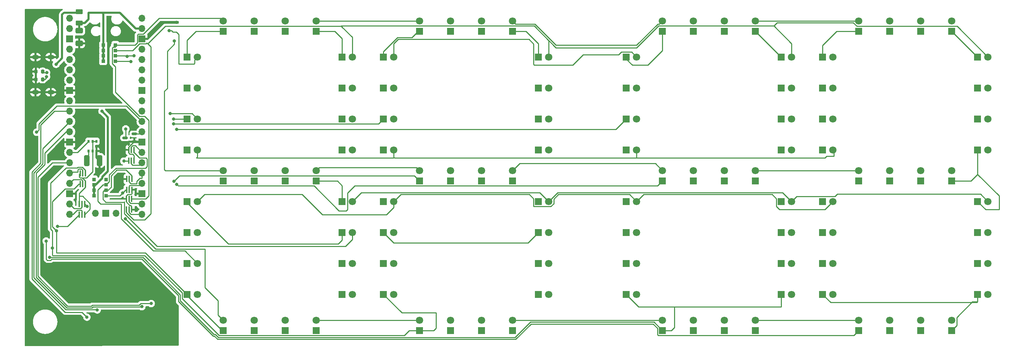
<source format=gbr>
%TF.GenerationSoftware,KiCad,Pcbnew,7.0.8*%
%TF.CreationDate,2023-11-29T08:53:45-05:00*%
%TF.ProjectId,clock,636c6f63-6b2e-46b6-9963-61645f706362,rev?*%
%TF.SameCoordinates,Original*%
%TF.FileFunction,Copper,L2,Bot*%
%TF.FilePolarity,Positive*%
%FSLAX46Y46*%
G04 Gerber Fmt 4.6, Leading zero omitted, Abs format (unit mm)*
G04 Created by KiCad (PCBNEW 7.0.8) date 2023-11-29 08:53:45*
%MOMM*%
%LPD*%
G01*
G04 APERTURE LIST*
G04 Aperture macros list*
%AMRoundRect*
0 Rectangle with rounded corners*
0 $1 Rounding radius*
0 $2 $3 $4 $5 $6 $7 $8 $9 X,Y pos of 4 corners*
0 Add a 4 corners polygon primitive as box body*
4,1,4,$2,$3,$4,$5,$6,$7,$8,$9,$2,$3,0*
0 Add four circle primitives for the rounded corners*
1,1,$1+$1,$2,$3*
1,1,$1+$1,$4,$5*
1,1,$1+$1,$6,$7*
1,1,$1+$1,$8,$9*
0 Add four rect primitives between the rounded corners*
20,1,$1+$1,$2,$3,$4,$5,0*
20,1,$1+$1,$4,$5,$6,$7,0*
20,1,$1+$1,$6,$7,$8,$9,0*
20,1,$1+$1,$8,$9,$2,$3,0*%
G04 Aperture macros list end*
%TA.AperFunction,ComponentPad*%
%ADD10R,1.800000X1.800000*%
%TD*%
%TA.AperFunction,ComponentPad*%
%ADD11C,1.800000*%
%TD*%
%TA.AperFunction,ComponentPad*%
%ADD12O,1.700000X1.700000*%
%TD*%
%TA.AperFunction,ComponentPad*%
%ADD13R,1.700000X1.700000*%
%TD*%
%TA.AperFunction,ComponentPad*%
%ADD14O,1.700000X1.100000*%
%TD*%
%TA.AperFunction,SMDPad,CuDef*%
%ADD15RoundRect,0.250000X-0.400000X-1.075000X0.400000X-1.075000X0.400000X1.075000X-0.400000X1.075000X0*%
%TD*%
%TA.AperFunction,SMDPad,CuDef*%
%ADD16R,0.400000X1.500000*%
%TD*%
%TA.AperFunction,SMDPad,CuDef*%
%ADD17R,0.550000X0.800000*%
%TD*%
%TA.AperFunction,SMDPad,CuDef*%
%ADD18RoundRect,0.150000X0.512500X0.150000X-0.512500X0.150000X-0.512500X-0.150000X0.512500X-0.150000X0*%
%TD*%
%TA.AperFunction,SMDPad,CuDef*%
%ADD19R,0.900000X0.900000*%
%TD*%
%TA.AperFunction,SMDPad,CuDef*%
%ADD20RoundRect,0.250000X0.625000X-0.375000X0.625000X0.375000X-0.625000X0.375000X-0.625000X-0.375000X0*%
%TD*%
%TA.AperFunction,SMDPad,CuDef*%
%ADD21RoundRect,0.200000X-0.200000X-0.275000X0.200000X-0.275000X0.200000X0.275000X-0.200000X0.275000X0*%
%TD*%
%TA.AperFunction,SMDPad,CuDef*%
%ADD22RoundRect,0.250000X-0.650000X0.412500X-0.650000X-0.412500X0.650000X-0.412500X0.650000X0.412500X0*%
%TD*%
%TA.AperFunction,ViaPad*%
%ADD23C,0.800000*%
%TD*%
%TA.AperFunction,Conductor*%
%ADD24C,0.250000*%
%TD*%
%TA.AperFunction,Conductor*%
%ADD25C,0.500000*%
%TD*%
G04 APERTURE END LIST*
D10*
%TO.P,D104,1,K*%
%TO.N,DIG_1*%
X105151000Y-23870600D03*
D11*
%TO.P,D104,2,A*%
%TO.N,SEG_F*%
X107691000Y-23870600D03*
%TD*%
D10*
%TO.P,D72,1,K*%
%TO.N,DIG_1*%
X143251000Y-46730600D03*
D11*
%TO.P,D72,2,A*%
%TO.N,SEG_B*%
X145791000Y-46730600D03*
%TD*%
D10*
%TO.P,D1,1,K*%
%TO.N,DIG_2*%
X173731000Y-17520600D03*
D11*
%TO.P,D1,2,A*%
%TO.N,SEG_A*%
X173731000Y-14980600D03*
%TD*%
D10*
%TO.P,D91,1,K*%
%TO.N,DIG_3*%
X213101000Y-67050600D03*
D11*
%TO.P,D91,2,A*%
%TO.N,SEG_E*%
X215641000Y-67050600D03*
%TD*%
D10*
%TO.P,D43,1,K*%
%TO.N,DIG_2*%
X164841000Y-31490600D03*
D11*
%TO.P,D43,2,A*%
%TO.N,SEG_F*%
X167381000Y-31490600D03*
%TD*%
D10*
%TO.P,D36,1,K*%
%TO.N,DIG_2*%
X164841000Y-59430600D03*
D11*
%TO.P,D36,2,A*%
%TO.N,SEG_E*%
X167381000Y-59430600D03*
%TD*%
D10*
%TO.P,D5,1,K*%
%TO.N,DIG_2*%
X202941000Y-23870600D03*
D11*
%TO.P,D5,2,A*%
%TO.N,SEG_B*%
X205481000Y-23870600D03*
%TD*%
D10*
%TO.P,D48,1,K*%
%TO.N,DIG_0*%
X56891000Y-23870600D03*
D11*
%TO.P,D48,2,A*%
%TO.N,SEG_F*%
X59431000Y-23870600D03*
%TD*%
D10*
%TO.P,D22,1,K*%
%TO.N,DIG_0*%
X94991000Y-67050600D03*
D11*
%TO.P,D22,2,A*%
%TO.N,SEG_C*%
X97531000Y-67050600D03*
%TD*%
D10*
%TO.P,D27,1,K*%
%TO.N,DIG_2*%
X181351000Y-91180600D03*
D11*
%TO.P,D27,2,A*%
%TO.N,SEG_D*%
X181351000Y-88640600D03*
%TD*%
D10*
%TO.P,D53,1,K*%
%TO.N,DIG_0*%
X65781000Y-54350600D03*
D11*
%TO.P,D53,2,A*%
%TO.N,SEG_G*%
X65781000Y-51810600D03*
%TD*%
D10*
%TO.P,D81,1,K*%
%TO.N,DIG_3*%
X244851000Y-91180600D03*
D11*
%TO.P,D81,2,A*%
%TO.N,SEG_D*%
X244851000Y-88640600D03*
%TD*%
D10*
%TO.P,D52,1,K*%
%TO.N,DIG_2*%
X196591000Y-54350600D03*
D11*
%TO.P,D52,2,A*%
%TO.N,SEG_G*%
X196591000Y-51810600D03*
%TD*%
D10*
%TO.P,D10,1,K*%
%TO.N,DIG_0*%
X73401000Y-17520600D03*
D11*
%TO.P,D10,2,A*%
%TO.N,SEG_A*%
X73401000Y-14980600D03*
%TD*%
D10*
%TO.P,D21,1,K*%
%TO.N,DIG_0*%
X94991000Y-59430600D03*
D11*
%TO.P,D21,2,A*%
%TO.N,SEG_C*%
X97531000Y-59430600D03*
%TD*%
D10*
%TO.P,D63,1,K*%
%TO.N,DIG_1*%
X129281000Y-17520600D03*
D11*
%TO.P,D63,2,A*%
%TO.N,SEG_A*%
X129281000Y-14980600D03*
%TD*%
D10*
%TO.P,D59,1,K*%
%TO.N,DIG_3*%
X237231000Y-17520600D03*
D11*
%TO.P,D59,2,A*%
%TO.N,SEG_A*%
X237231000Y-14980600D03*
%TD*%
D10*
%TO.P,D103,1,K*%
%TO.N,DIG_1*%
X105151000Y-31490600D03*
D11*
%TO.P,D103,2,A*%
%TO.N,SEG_F*%
X107691000Y-31490600D03*
%TD*%
D10*
%TO.P,D51,1,K*%
%TO.N,DIG_2*%
X188971000Y-54350600D03*
D11*
%TO.P,D51,2,A*%
%TO.N,SEG_G*%
X188971000Y-51810600D03*
%TD*%
D10*
%TO.P,D61,1,K*%
%TO.N,DIG_1*%
X114041000Y-17520600D03*
D11*
%TO.P,D61,2,A*%
%TO.N,SEG_A*%
X114041000Y-14980600D03*
%TD*%
D10*
%TO.P,D45,1,K*%
%TO.N,DIG_0*%
X56891000Y-46730600D03*
D11*
%TO.P,D45,2,A*%
%TO.N,SEG_F*%
X59431000Y-46730600D03*
%TD*%
D10*
%TO.P,D29,1,K*%
%TO.N,DIG_0*%
X88641000Y-91180600D03*
D11*
%TO.P,D29,2,A*%
%TO.N,SEG_D*%
X88641000Y-88640600D03*
%TD*%
D10*
%TO.P,D90,1,K*%
%TO.N,DIG_3*%
X213101000Y-74670600D03*
D11*
%TO.P,D90,2,A*%
%TO.N,SEG_E*%
X215641000Y-74670600D03*
%TD*%
D10*
%TO.P,D96,1,K*%
%TO.N,DIG_1*%
X105151000Y-59430600D03*
D11*
%TO.P,D96,2,A*%
%TO.N,SEG_E*%
X107691000Y-59430600D03*
%TD*%
D10*
%TO.P,D40,1,K*%
%TO.N,DIG_0*%
X56891000Y-59430600D03*
D11*
%TO.P,D40,2,A*%
%TO.N,SEG_E*%
X59431000Y-59430600D03*
%TD*%
D10*
%TO.P,D83,1,K*%
%TO.N,DIG_3*%
X229611000Y-91180600D03*
D11*
%TO.P,D83,2,A*%
%TO.N,SEG_D*%
X229611000Y-88640600D03*
%TD*%
D10*
%TO.P,D19,1,K*%
%TO.N,DIG_2*%
X202941000Y-74670600D03*
D11*
%TO.P,D19,2,A*%
%TO.N,SEG_C*%
X205481000Y-74670600D03*
%TD*%
D10*
%TO.P,D74,1,K*%
%TO.N,DIG_3*%
X251201000Y-67050600D03*
D11*
%TO.P,D74,2,A*%
%TO.N,SEG_C*%
X253741000Y-67050600D03*
%TD*%
D10*
%TO.P,D26,1,K*%
%TO.N,DIG_2*%
X188971000Y-91180600D03*
D11*
%TO.P,D26,2,A*%
%TO.N,SEG_D*%
X188971000Y-88640600D03*
%TD*%
D10*
%TO.P,D67,1,K*%
%TO.N,DIG_3*%
X251201000Y-39110600D03*
D11*
%TO.P,D67,2,A*%
%TO.N,SEG_B*%
X253741000Y-39110600D03*
%TD*%
D10*
%TO.P,D70,1,K*%
%TO.N,DIG_1*%
X143251000Y-31490600D03*
D11*
%TO.P,D70,2,A*%
%TO.N,SEG_B*%
X145791000Y-31490600D03*
%TD*%
D10*
%TO.P,D39,1,K*%
%TO.N,DIG_0*%
X56891000Y-67050600D03*
D11*
%TO.P,D39,2,A*%
%TO.N,SEG_E*%
X59431000Y-67050600D03*
%TD*%
D10*
%TO.P,D56,1,K*%
%TO.N,DIG_0*%
X88641000Y-54350600D03*
D11*
%TO.P,D56,2,A*%
%TO.N,SEG_G*%
X88641000Y-51810600D03*
%TD*%
D10*
%TO.P,D68,1,K*%
%TO.N,DIG_3*%
X251201000Y-46730600D03*
D11*
%TO.P,D68,2,A*%
%TO.N,SEG_B*%
X253741000Y-46730600D03*
%TD*%
D10*
%TO.P,D64,1,K*%
%TO.N,DIG_1*%
X136901000Y-17520600D03*
D11*
%TO.P,D64,2,A*%
%TO.N,SEG_A*%
X136901000Y-14980600D03*
%TD*%
D10*
%TO.P,D109,1,K*%
%TO.N,DIG_1*%
X114041000Y-54350600D03*
D11*
%TO.P,D109,2,A*%
%TO.N,SEG_G*%
X114041000Y-51810600D03*
%TD*%
D10*
%TO.P,D69,1,K*%
%TO.N,DIG_1*%
X143251000Y-23870600D03*
D11*
%TO.P,D69,2,A*%
%TO.N,SEG_B*%
X145791000Y-23870600D03*
%TD*%
D10*
%TO.P,D73,1,K*%
%TO.N,DIG_3*%
X251201000Y-59430600D03*
D11*
%TO.P,D73,2,A*%
%TO.N,SEG_C*%
X253741000Y-59430600D03*
%TD*%
D10*
%TO.P,D89,1,K*%
%TO.N,DIG_3*%
X213101000Y-82290600D03*
D11*
%TO.P,D89,2,A*%
%TO.N,SEG_E*%
X215641000Y-82290600D03*
%TD*%
D10*
%TO.P,D9,1,K*%
%TO.N,DIG_0*%
X65781000Y-17520600D03*
D11*
%TO.P,D9,2,A*%
%TO.N,SEG_A*%
X65781000Y-14980600D03*
%TD*%
D10*
%TO.P,D4,1,K*%
%TO.N,DIG_2*%
X196591000Y-17520600D03*
D11*
%TO.P,D4,2,A*%
%TO.N,SEG_A*%
X196591000Y-14980600D03*
%TD*%
D10*
%TO.P,D88,1,K*%
%TO.N,DIG_1*%
X114041000Y-91180600D03*
D11*
%TO.P,D88,2,A*%
%TO.N,SEG_D*%
X114041000Y-88640600D03*
%TD*%
D10*
%TO.P,D28,1,K*%
%TO.N,DIG_2*%
X173731000Y-91180600D03*
D11*
%TO.P,D28,2,A*%
%TO.N,SEG_D*%
X173731000Y-88640600D03*
%TD*%
D10*
%TO.P,D57,1,K*%
%TO.N,DIG_3*%
X221991000Y-17520600D03*
D11*
%TO.P,D57,2,A*%
%TO.N,SEG_A*%
X221991000Y-14980600D03*
%TD*%
D12*
%TO.P,U1,1,GPIO0*%
%TO.N,SDA_3V3*%
X28041600Y-14325600D03*
%TO.P,U1,2,GPIO1*%
%TO.N,SCL_3V3*%
X28041600Y-16865600D03*
D13*
%TO.P,U1,3,GND*%
%TO.N,GND*%
X28041600Y-19405600D03*
D12*
%TO.P,U1,4,GPIO2*%
%TO.N,SPI_SCK_3V3*%
X28041600Y-21945600D03*
%TO.P,U1,5,GPIO3*%
%TO.N,SPI_MOSI_3V3*%
X28041600Y-24485600D03*
%TO.P,U1,6,GPIO4*%
%TO.N,SPI_MISO_3V3*%
X28041600Y-27025600D03*
%TO.P,U1,7,GPIO5*%
%TO.N,SPI_CS0_3V3*%
X28041600Y-29565600D03*
D13*
%TO.P,U1,8,GND*%
%TO.N,GND*%
X28041600Y-32105600D03*
D12*
%TO.P,U1,9,GPIO6*%
%TO.N,SPI_CS1_3V3*%
X28041600Y-34645600D03*
%TO.P,U1,10,GPIO7*%
%TO.N,UP*%
X28041600Y-37185600D03*
%TO.P,U1,11,GPIO8*%
%TO.N,DOWN*%
X28041600Y-39725600D03*
%TO.P,U1,12,GPIO9*%
%TO.N,SET*%
X28041600Y-42265600D03*
D13*
%TO.P,U1,13,GND*%
%TO.N,GND*%
X28041600Y-44805600D03*
D12*
%TO.P,U1,14,GPIO10*%
%TO.N,Net-(U1-GPIO10)*%
X28041600Y-47345600D03*
%TO.P,U1,15,GPIO11*%
%TO.N,DST*%
X28041600Y-49885600D03*
%TO.P,U1,16,GPIO12*%
%TO.N,Net-(Q2A-B1)*%
X28041600Y-52425600D03*
%TO.P,U1,17,GPIO13*%
%TO.N,Net-(Q2B-B2)*%
X28041600Y-54965600D03*
D13*
%TO.P,U1,18,GND*%
%TO.N,GND*%
X28041600Y-57505600D03*
D12*
%TO.P,U1,19,GPIO14*%
%TO.N,Net-(Q7A-B1)*%
X28041600Y-60045600D03*
%TO.P,U1,20,GPIO15*%
%TO.N,Net-(Q7B-B2)*%
X28041600Y-62585600D03*
%TO.P,U1,21,GPIO16*%
%TO.N,SEG_A_SWITCH*%
X45821600Y-62585600D03*
%TO.P,U1,22,GPIO17*%
%TO.N,SEG_B_SWITCH*%
X45821600Y-60045600D03*
D13*
%TO.P,U1,23,GND*%
%TO.N,GND*%
X45821600Y-57505600D03*
D12*
%TO.P,U1,24,GPIO18*%
%TO.N,SEG_C_SWITCH*%
X45821600Y-54965600D03*
%TO.P,U1,25,GPIO19*%
%TO.N,SEG_D_SWITCH*%
X45821600Y-52425600D03*
%TO.P,U1,26,GPIO20*%
%TO.N,SEG_E_SWITCH*%
X45821600Y-49885600D03*
%TO.P,U1,27,GPIO21*%
%TO.N,SEG_F_SWITCH*%
X45821600Y-47345600D03*
D13*
%TO.P,U1,28,GND*%
%TO.N,GND*%
X45821600Y-44805600D03*
D12*
%TO.P,U1,29,GPIO22*%
%TO.N,SEG_G_SWITCH*%
X45821600Y-42265600D03*
%TO.P,U1,30,RUN*%
%TO.N,RESET*%
X45821600Y-39725600D03*
%TO.P,U1,31,GPIO26_ADC0*%
%TO.N,unconnected-(U1-GPIO26_ADC0-Pad31)*%
X45821600Y-37185600D03*
%TO.P,U1,32,GPIO27_ADC1*%
%TO.N,unconnected-(U1-GPIO27_ADC1-Pad32)*%
X45821600Y-34645600D03*
D13*
%TO.P,U1,33,AGND*%
%TO.N,unconnected-(U1-AGND-Pad33)*%
X45821600Y-32105600D03*
D12*
%TO.P,U1,34,GPIO28_ADC2*%
%TO.N,unconnected-(U1-GPIO28_ADC2-Pad34)*%
X45821600Y-29565600D03*
%TO.P,U1,35,ADC_VREF*%
%TO.N,unconnected-(U1-ADC_VREF-Pad35)*%
X45821600Y-27025600D03*
%TO.P,U1,36,3V3*%
%TO.N,+3V3*%
X45821600Y-24485600D03*
%TO.P,U1,37,3V3_EN*%
%TO.N,unconnected-(U1-3V3_EN-Pad37)*%
X45821600Y-21945600D03*
D13*
%TO.P,U1,38,GND*%
%TO.N,GND*%
X45821600Y-19405600D03*
D12*
%TO.P,U1,39,VSYS*%
%TO.N,+5V*%
X45821600Y-16865600D03*
%TO.P,U1,40,VBUS*%
%TO.N,unconnected-(U1-VBUS-Pad40)*%
X45821600Y-14325600D03*
%TO.P,U1,41,SWCLK*%
%TO.N,unconnected-(U1-SWCLK-Pad41)*%
X34391600Y-62355600D03*
D13*
%TO.P,U1,42,GND*%
%TO.N,unconnected-(U1-GND-Pad42)*%
X36931600Y-62355600D03*
D12*
%TO.P,U1,43,SWDIO*%
%TO.N,unconnected-(U1-SWDIO-Pad43)*%
X39471600Y-62355600D03*
%TD*%
D10*
%TO.P,D65,1,K*%
%TO.N,DIG_3*%
X251201000Y-23870600D03*
D11*
%TO.P,D65,2,A*%
%TO.N,SEG_B*%
X253741000Y-23870600D03*
%TD*%
D10*
%TO.P,D24,1,K*%
%TO.N,DIG_0*%
X94991000Y-82290600D03*
D11*
%TO.P,D24,2,A*%
%TO.N,SEG_C*%
X97531000Y-82290600D03*
%TD*%
D10*
%TO.P,D20,1,K*%
%TO.N,DIG_2*%
X202941000Y-82290600D03*
D11*
%TO.P,D20,2,A*%
%TO.N,SEG_C*%
X205481000Y-82290600D03*
%TD*%
D10*
%TO.P,D37,1,K*%
%TO.N,DIG_0*%
X56891000Y-82290600D03*
D11*
%TO.P,D37,2,A*%
%TO.N,SEG_E*%
X59431000Y-82290600D03*
%TD*%
D10*
%TO.P,D54,1,K*%
%TO.N,DIG_0*%
X73401000Y-54350600D03*
D11*
%TO.P,D54,2,A*%
%TO.N,SEG_G*%
X73401000Y-51810600D03*
%TD*%
D10*
%TO.P,D80,1,K*%
%TO.N,DIG_1*%
X143251000Y-82290600D03*
D11*
%TO.P,D80,2,A*%
%TO.N,SEG_C*%
X145791000Y-82290600D03*
%TD*%
D10*
%TO.P,D47,1,K*%
%TO.N,DIG_0*%
X56891000Y-31490600D03*
D11*
%TO.P,D47,2,A*%
%TO.N,SEG_F*%
X59431000Y-31490600D03*
%TD*%
D10*
%TO.P,D34,1,K*%
%TO.N,DIG_2*%
X164841000Y-74670600D03*
D11*
%TO.P,D34,2,A*%
%TO.N,SEG_E*%
X167381000Y-74670600D03*
%TD*%
D10*
%TO.P,D102,1,K*%
%TO.N,DIG_1*%
X105151000Y-39110600D03*
D11*
%TO.P,D102,2,A*%
%TO.N,SEG_F*%
X107691000Y-39110600D03*
%TD*%
D10*
%TO.P,D35,1,K*%
%TO.N,DIG_2*%
X164841000Y-67050600D03*
D11*
%TO.P,D35,2,A*%
%TO.N,SEG_E*%
X167381000Y-67050600D03*
%TD*%
D10*
%TO.P,D112,1,K*%
%TO.N,DIG_1*%
X136901000Y-54350600D03*
D11*
%TO.P,D112,2,A*%
%TO.N,SEG_G*%
X136901000Y-51810600D03*
%TD*%
D10*
%TO.P,D71,1,K*%
%TO.N,DIG_1*%
X143251000Y-39110600D03*
D11*
%TO.P,D71,2,A*%
%TO.N,SEG_B*%
X145791000Y-39110600D03*
%TD*%
D10*
%TO.P,D49,1,K*%
%TO.N,DIG_2*%
X173731000Y-54350600D03*
D11*
%TO.P,D49,2,A*%
%TO.N,SEG_G*%
X173731000Y-51810600D03*
%TD*%
D10*
%TO.P,D17,1,K*%
%TO.N,DIG_2*%
X202941000Y-59430600D03*
D11*
%TO.P,D17,2,A*%
%TO.N,SEG_C*%
X205481000Y-59430600D03*
%TD*%
D10*
%TO.P,D106,1,K*%
%TO.N,DIG_3*%
X229611000Y-54350600D03*
D11*
%TO.P,D106,2,A*%
%TO.N,SEG_G*%
X229611000Y-51810600D03*
%TD*%
D10*
%TO.P,D32,1,K*%
%TO.N,DIG_0*%
X65781000Y-91180600D03*
D11*
%TO.P,D32,2,A*%
%TO.N,SEG_D*%
X65781000Y-88640600D03*
%TD*%
D10*
%TO.P,D100,1,K*%
%TO.N,DIG_3*%
X213101000Y-23870600D03*
D11*
%TO.P,D100,2,A*%
%TO.N,SEG_F*%
X215641000Y-23870600D03*
%TD*%
D10*
%TO.P,D55,1,K*%
%TO.N,DIG_0*%
X81021000Y-54350600D03*
D11*
%TO.P,D55,2,A*%
%TO.N,SEG_G*%
X81021000Y-51810600D03*
%TD*%
D10*
%TO.P,D44,1,K*%
%TO.N,DIG_2*%
X164841000Y-23870600D03*
D11*
%TO.P,D44,2,A*%
%TO.N,SEG_F*%
X167381000Y-23870600D03*
%TD*%
D10*
%TO.P,D15,1,K*%
%TO.N,DIG_0*%
X94991000Y-39110600D03*
D11*
%TO.P,D15,2,A*%
%TO.N,SEG_B*%
X97531000Y-39110600D03*
%TD*%
D10*
%TO.P,D99,1,K*%
%TO.N,DIG_3*%
X213101000Y-31490600D03*
D11*
%TO.P,D99,2,A*%
%TO.N,SEG_F*%
X215641000Y-31490600D03*
%TD*%
D10*
%TO.P,D108,1,K*%
%TO.N,DIG_3*%
X244851000Y-54350600D03*
D11*
%TO.P,D108,2,A*%
%TO.N,SEG_G*%
X244851000Y-51810600D03*
%TD*%
D10*
%TO.P,D66,1,K*%
%TO.N,DIG_3*%
X251201000Y-31490600D03*
D11*
%TO.P,D66,2,A*%
%TO.N,SEG_B*%
X253741000Y-31490600D03*
%TD*%
D10*
%TO.P,D58,1,K*%
%TO.N,DIG_3*%
X229611000Y-17520600D03*
D11*
%TO.P,D58,2,A*%
%TO.N,SEG_A*%
X229611000Y-14980600D03*
%TD*%
D10*
%TO.P,D110,1,K*%
%TO.N,DIG_1*%
X121661000Y-54350600D03*
D11*
%TO.P,D110,2,A*%
%TO.N,SEG_G*%
X121661000Y-51810600D03*
%TD*%
D10*
%TO.P,D23,1,K*%
%TO.N,DIG_0*%
X94991000Y-74670600D03*
D11*
%TO.P,D23,2,A*%
%TO.N,SEG_C*%
X97531000Y-74670600D03*
%TD*%
D10*
%TO.P,D33,1,K*%
%TO.N,DIG_2*%
X164841000Y-82290600D03*
D11*
%TO.P,D33,2,A*%
%TO.N,SEG_E*%
X167381000Y-82290600D03*
%TD*%
D10*
%TO.P,D92,1,K*%
%TO.N,DIG_3*%
X213101000Y-59430600D03*
D11*
%TO.P,D92,2,A*%
%TO.N,SEG_E*%
X215641000Y-59430600D03*
%TD*%
D10*
%TO.P,D7,1,K*%
%TO.N,DIG_2*%
X202941000Y-39110600D03*
D11*
%TO.P,D7,2,A*%
%TO.N,SEG_B*%
X205481000Y-39110600D03*
%TD*%
D14*
%TO.P,J3,S1,SHIELD*%
%TO.N,GND*%
X23389600Y-23876000D03*
X19589600Y-23876000D03*
X23389600Y-32516000D03*
X19589600Y-32516000D03*
%TD*%
D10*
%TO.P,D82,1,K*%
%TO.N,DIG_3*%
X237231000Y-91180600D03*
D11*
%TO.P,D82,2,A*%
%TO.N,SEG_D*%
X237231000Y-88640600D03*
%TD*%
D10*
%TO.P,D79,1,K*%
%TO.N,DIG_1*%
X143251000Y-74670600D03*
D11*
%TO.P,D79,2,A*%
%TO.N,SEG_C*%
X145791000Y-74670600D03*
%TD*%
D10*
%TO.P,D30,1,K*%
%TO.N,DIG_0*%
X81021000Y-91180600D03*
D11*
%TO.P,D30,2,A*%
%TO.N,SEG_D*%
X81021000Y-88640600D03*
%TD*%
D10*
%TO.P,D95,1,K*%
%TO.N,DIG_1*%
X105151000Y-67050600D03*
D11*
%TO.P,D95,2,A*%
%TO.N,SEG_E*%
X107691000Y-67050600D03*
%TD*%
D10*
%TO.P,D16,1,K*%
%TO.N,DIG_0*%
X94991000Y-46730600D03*
D11*
%TO.P,D16,2,A*%
%TO.N,SEG_B*%
X97531000Y-46730600D03*
%TD*%
D10*
%TO.P,D13,1,K*%
%TO.N,DIG_0*%
X94991000Y-23870600D03*
D11*
%TO.P,D13,2,A*%
%TO.N,SEG_B*%
X97531000Y-23870600D03*
%TD*%
D10*
%TO.P,D60,1,K*%
%TO.N,DIG_3*%
X244851000Y-17520600D03*
D11*
%TO.P,D60,2,A*%
%TO.N,SEG_A*%
X244851000Y-14980600D03*
%TD*%
D10*
%TO.P,D2,1,K*%
%TO.N,DIG_2*%
X181351000Y-17520600D03*
D11*
%TO.P,D2,2,A*%
%TO.N,SEG_A*%
X181351000Y-14980600D03*
%TD*%
D10*
%TO.P,D11,1,K*%
%TO.N,DIG_0*%
X81021000Y-17520600D03*
D11*
%TO.P,D11,2,A*%
%TO.N,SEG_A*%
X81021000Y-14980600D03*
%TD*%
D10*
%TO.P,D101,1,K*%
%TO.N,DIG_1*%
X105151000Y-46730600D03*
D11*
%TO.P,D101,2,A*%
%TO.N,SEG_F*%
X107691000Y-46730600D03*
%TD*%
D10*
%TO.P,D50,1,K*%
%TO.N,DIG_2*%
X181351000Y-54350600D03*
D11*
%TO.P,D50,2,A*%
%TO.N,SEG_G*%
X181351000Y-51810600D03*
%TD*%
D10*
%TO.P,D86,1,K*%
%TO.N,DIG_1*%
X129281000Y-91180600D03*
D11*
%TO.P,D86,2,A*%
%TO.N,SEG_D*%
X129281000Y-88640600D03*
%TD*%
D10*
%TO.P,D3,1,K*%
%TO.N,DIG_2*%
X188971000Y-17520600D03*
D11*
%TO.P,D3,2,A*%
%TO.N,SEG_A*%
X188971000Y-14980600D03*
%TD*%
D10*
%TO.P,D76,1,K*%
%TO.N,DIG_3*%
X251201000Y-82290600D03*
D11*
%TO.P,D76,2,A*%
%TO.N,SEG_C*%
X253741000Y-82290600D03*
%TD*%
D10*
%TO.P,D14,1,K*%
%TO.N,DIG_0*%
X94991000Y-31490600D03*
D11*
%TO.P,D14,2,A*%
%TO.N,SEG_B*%
X97531000Y-31490600D03*
%TD*%
D10*
%TO.P,D78,1,K*%
%TO.N,DIG_1*%
X143251000Y-67050600D03*
D11*
%TO.P,D78,2,A*%
%TO.N,SEG_C*%
X145791000Y-67050600D03*
%TD*%
D10*
%TO.P,D42,1,K*%
%TO.N,DIG_2*%
X164841000Y-39110600D03*
D11*
%TO.P,D42,2,A*%
%TO.N,SEG_F*%
X167381000Y-39110600D03*
%TD*%
D10*
%TO.P,D97,1,K*%
%TO.N,DIG_3*%
X213101000Y-46730600D03*
D11*
%TO.P,D97,2,A*%
%TO.N,SEG_F*%
X215641000Y-46730600D03*
%TD*%
D10*
%TO.P,D98,1,K*%
%TO.N,DIG_3*%
X213101000Y-39110600D03*
D11*
%TO.P,D98,2,A*%
%TO.N,SEG_F*%
X215641000Y-39110600D03*
%TD*%
D10*
%TO.P,D94,1,K*%
%TO.N,DIG_1*%
X105151000Y-74670600D03*
D11*
%TO.P,D94,2,A*%
%TO.N,SEG_E*%
X107691000Y-74670600D03*
%TD*%
D10*
%TO.P,D38,1,K*%
%TO.N,DIG_0*%
X56891000Y-74670600D03*
D11*
%TO.P,D38,2,A*%
%TO.N,SEG_E*%
X59431000Y-74670600D03*
%TD*%
D10*
%TO.P,D85,1,K*%
%TO.N,DIG_1*%
X136901000Y-91180600D03*
D11*
%TO.P,D85,2,A*%
%TO.N,SEG_D*%
X136901000Y-88640600D03*
%TD*%
D10*
%TO.P,D77,1,K*%
%TO.N,DIG_1*%
X143251000Y-59430600D03*
D11*
%TO.P,D77,2,A*%
%TO.N,SEG_C*%
X145791000Y-59430600D03*
%TD*%
D10*
%TO.P,D8,1,K*%
%TO.N,DIG_2*%
X202941000Y-46730600D03*
D11*
%TO.P,D8,2,A*%
%TO.N,SEG_B*%
X205481000Y-46730600D03*
%TD*%
D10*
%TO.P,D93,1,K*%
%TO.N,DIG_1*%
X105151000Y-82290600D03*
D11*
%TO.P,D93,2,A*%
%TO.N,SEG_E*%
X107691000Y-82290600D03*
%TD*%
D10*
%TO.P,D41,1,K*%
%TO.N,DIG_2*%
X164841000Y-46730600D03*
D11*
%TO.P,D41,2,A*%
%TO.N,SEG_F*%
X167381000Y-46730600D03*
%TD*%
D10*
%TO.P,D12,1,K*%
%TO.N,DIG_0*%
X88641000Y-17520600D03*
D11*
%TO.P,D12,2,A*%
%TO.N,SEG_A*%
X88641000Y-14980600D03*
%TD*%
D10*
%TO.P,D25,1,K*%
%TO.N,DIG_2*%
X196591000Y-91180600D03*
D11*
%TO.P,D25,2,A*%
%TO.N,SEG_D*%
X196591000Y-88640600D03*
%TD*%
D10*
%TO.P,D105,1,K*%
%TO.N,DIG_3*%
X221991000Y-54350600D03*
D11*
%TO.P,D105,2,A*%
%TO.N,SEG_G*%
X221991000Y-51810600D03*
%TD*%
D10*
%TO.P,D31,1,K*%
%TO.N,DIG_0*%
X73401000Y-91180600D03*
D11*
%TO.P,D31,2,A*%
%TO.N,SEG_D*%
X73401000Y-88640600D03*
%TD*%
D10*
%TO.P,D18,1,K*%
%TO.N,DIG_2*%
X202941000Y-67050600D03*
D11*
%TO.P,D18,2,A*%
%TO.N,SEG_C*%
X205481000Y-67050600D03*
%TD*%
D10*
%TO.P,D107,1,K*%
%TO.N,DIG_3*%
X237231000Y-54350600D03*
D11*
%TO.P,D107,2,A*%
%TO.N,SEG_G*%
X237231000Y-51810600D03*
%TD*%
D10*
%TO.P,D75,1,K*%
%TO.N,DIG_3*%
X251201000Y-74670600D03*
D11*
%TO.P,D75,2,A*%
%TO.N,SEG_C*%
X253741000Y-74670600D03*
%TD*%
D10*
%TO.P,D87,1,K*%
%TO.N,DIG_1*%
X121661000Y-91180600D03*
D11*
%TO.P,D87,2,A*%
%TO.N,SEG_D*%
X121661000Y-88640600D03*
%TD*%
D10*
%TO.P,D84,1,K*%
%TO.N,DIG_3*%
X221991000Y-91180600D03*
D11*
%TO.P,D84,2,A*%
%TO.N,SEG_D*%
X221991000Y-88640600D03*
%TD*%
D10*
%TO.P,D46,1,K*%
%TO.N,DIG_0*%
X56891000Y-39110600D03*
D11*
%TO.P,D46,2,A*%
%TO.N,SEG_F*%
X59431000Y-39110600D03*
%TD*%
D10*
%TO.P,D111,1,K*%
%TO.N,DIG_1*%
X129281000Y-54350600D03*
D11*
%TO.P,D111,2,A*%
%TO.N,SEG_G*%
X129281000Y-51810600D03*
%TD*%
D10*
%TO.P,D6,1,K*%
%TO.N,DIG_2*%
X202941000Y-31490600D03*
D11*
%TO.P,D6,2,A*%
%TO.N,SEG_B*%
X205481000Y-31490600D03*
%TD*%
D10*
%TO.P,D62,1,K*%
%TO.N,DIG_1*%
X121661000Y-17520600D03*
D11*
%TO.P,D62,2,A*%
%TO.N,SEG_A*%
X121661000Y-14980600D03*
%TD*%
D15*
%TO.P,R1,1*%
%TO.N,Net-(U2-REXT)*%
X32232000Y-49326800D03*
%TO.P,R1,2*%
%TO.N,GND*%
X35332000Y-49326800D03*
%TD*%
D16*
%TO.P,Q3,1,E1*%
%TO.N,GND*%
X43281600Y-61417200D03*
%TO.P,Q3,2,B1*%
%TO.N,SEG_A_SWITCH*%
X42631600Y-61417200D03*
%TO.P,Q3,3,C2*%
%TO.N,SEG_B*%
X41981600Y-61417200D03*
%TO.P,Q3,4,E2*%
%TO.N,GND*%
X41981600Y-58757200D03*
%TO.P,Q3,5,B2*%
%TO.N,SEG_B_SWITCH*%
X42631600Y-58757200D03*
%TO.P,Q3,6,C1*%
%TO.N,SEG_A*%
X43281600Y-58757200D03*
%TD*%
%TO.P,Q4,1,E1*%
%TO.N,GND*%
X43322000Y-56549600D03*
%TO.P,Q4,2,B1*%
%TO.N,SEG_C_SWITCH*%
X42672000Y-56549600D03*
%TO.P,Q4,3,C2*%
%TO.N,SEG_D*%
X42022000Y-56549600D03*
%TO.P,Q4,4,E2*%
%TO.N,GND*%
X42022000Y-53889600D03*
%TO.P,Q4,5,B2*%
%TO.N,SEG_D_SWITCH*%
X42672000Y-53889600D03*
%TO.P,Q4,6,C1*%
%TO.N,SEG_C*%
X43322000Y-53889600D03*
%TD*%
D17*
%TO.P,U2,1,EN*%
%TO.N,Net-(U1-GPIO10)*%
X32694800Y-44602400D03*
%TO.P,U2,2,OUT*%
%TO.N,/MATRIX_RETURN*%
X33644800Y-44602400D03*
%TO.P,U2,3,OUT*%
X34594800Y-44602400D03*
%TO.P,U2,4,GND*%
%TO.N,GND*%
X34594800Y-47002400D03*
%TO.P,U2,5,OUT*%
%TO.N,/MATRIX_RETURN*%
X33644800Y-47002400D03*
%TO.P,U2,6,REXT*%
%TO.N,Net-(U2-REXT)*%
X32694800Y-47002400D03*
%TD*%
D16*
%TO.P,Q5,1,E1*%
%TO.N,GND*%
X43830000Y-49377600D03*
%TO.P,Q5,2,B1*%
%TO.N,SEG_E_SWITCH*%
X43180000Y-49377600D03*
%TO.P,Q5,3,C2*%
%TO.N,SEG_F*%
X42530000Y-49377600D03*
%TO.P,Q5,4,E2*%
%TO.N,GND*%
X42530000Y-46717600D03*
%TO.P,Q5,5,B2*%
%TO.N,SEG_F_SWITCH*%
X43180000Y-46717600D03*
%TO.P,Q5,6,C1*%
%TO.N,SEG_E*%
X43830000Y-46717600D03*
%TD*%
D18*
%TO.P,Q6,1,B*%
%TO.N,SEG_G_SWITCH*%
X43911100Y-42788800D03*
%TO.P,Q6,2,E*%
%TO.N,GND*%
X43911100Y-44688800D03*
%TO.P,Q6,3,C*%
%TO.N,SEG_G*%
X41636100Y-43738800D03*
%TD*%
D19*
%TO.P,RN1,1,R1.1*%
%TO.N,+5V*%
X36271200Y-24892000D03*
%TO.P,RN1,2,R2.1*%
X36271200Y-23552000D03*
%TO.P,RN1,3,R3.1*%
X36271200Y-22232000D03*
%TO.P,RN1,4,R4.1*%
X36271200Y-20892000D03*
%TO.P,RN1,5,R4.2*%
%TO.N,SEG_A*%
X39271200Y-20892000D03*
%TO.P,RN1,6,R3.2*%
%TO.N,SEG_B*%
X39271200Y-22232000D03*
%TO.P,RN1,7,R2.2*%
%TO.N,SEG_F*%
X39271200Y-23552000D03*
%TO.P,RN1,8,R1.2*%
%TO.N,SEG_G*%
X39271200Y-24892000D03*
%TD*%
D16*
%TO.P,Q7,1,E1*%
%TO.N,/MATRIX_RETURN*%
X30388800Y-59994800D03*
%TO.P,Q7,2,B1*%
%TO.N,Net-(Q7A-B1)*%
X31038800Y-59994800D03*
%TO.P,Q7,3,C2*%
%TO.N,DIG_3*%
X31688800Y-59994800D03*
%TO.P,Q7,4,E2*%
%TO.N,/MATRIX_RETURN*%
X31688800Y-62654800D03*
%TO.P,Q7,5,B2*%
%TO.N,Net-(Q7B-B2)*%
X31038800Y-62654800D03*
%TO.P,Q7,6,C1*%
%TO.N,DIG_2*%
X30388800Y-62654800D03*
%TD*%
D20*
%TO.P,D,1,K*%
%TO.N,+5V*%
X30378400Y-15471600D03*
%TO.P,D,2,A*%
%TO.N,Net-(D113-A)*%
X30378400Y-12671600D03*
%TD*%
D16*
%TO.P,Q2,1,E1*%
%TO.N,/MATRIX_RETURN*%
X30592000Y-52458000D03*
%TO.P,Q2,2,B1*%
%TO.N,Net-(Q2A-B1)*%
X31242000Y-52458000D03*
%TO.P,Q2,3,C2*%
%TO.N,DIG_1*%
X31892000Y-52458000D03*
%TO.P,Q2,4,E2*%
%TO.N,/MATRIX_RETURN*%
X31892000Y-55118000D03*
%TO.P,Q2,5,B2*%
%TO.N,Net-(Q2B-B2)*%
X31242000Y-55118000D03*
%TO.P,Q2,6,C1*%
%TO.N,DIG_0*%
X30592000Y-55118000D03*
%TD*%
D21*
%TO.P,R2,1*%
%TO.N,GND*%
X19723600Y-27442000D03*
%TO.P,R2,2*%
%TO.N,Net-(J3-CC1)*%
X21373600Y-27442000D03*
%TD*%
D22*
%TO.P,C1,1*%
%TO.N,+5V*%
X30378400Y-17373600D03*
%TO.P,C1,2*%
%TO.N,GND*%
X30378400Y-20498600D03*
%TD*%
D19*
%TO.P,RN2,1,R1.1*%
%TO.N,+5V*%
X33982400Y-57982000D03*
%TO.P,RN2,2,R2.1*%
X33982400Y-56642000D03*
%TO.P,RN2,3,R3.1*%
X33982400Y-55322000D03*
%TO.P,RN2,4,R4.1*%
%TO.N,unconnected-(RN2-R4.1-Pad4)*%
X33982400Y-53982000D03*
%TO.P,RN2,5,R4.2*%
%TO.N,unconnected-(RN2-R4.2-Pad5)*%
X36982400Y-53982000D03*
%TO.P,RN2,6,R3.2*%
%TO.N,SEG_E*%
X36982400Y-55322000D03*
%TO.P,RN2,7,R2.2*%
%TO.N,SEG_C*%
X36982400Y-56642000D03*
%TO.P,RN2,8,R1.2*%
%TO.N,SEG_D*%
X36982400Y-57982000D03*
%TD*%
D21*
%TO.P,R3,1*%
%TO.N,GND*%
X19723600Y-29347000D03*
%TO.P,R3,2*%
%TO.N,Net-(J3-CC2)*%
X21373600Y-29347000D03*
%TD*%
D23*
%TO.N,DIG_2*%
X23063200Y-73152000D03*
X25044400Y-65532000D03*
X54356000Y-41656000D03*
X54356000Y-55168800D03*
%TO.N,DIG_0*%
X24790400Y-66649600D03*
X53588412Y-39110600D03*
%TO.N,SEG_D*%
X41021000Y-57327800D03*
X41727901Y-63682099D03*
%TO.N,SEG_F*%
X52730400Y-37795200D03*
X42113200Y-23672800D03*
X52476900Y-17322800D03*
X41351200Y-49479200D03*
X43840400Y-23571200D03*
%TO.N,SEG_G*%
X41808400Y-41554400D03*
X53773200Y-19937600D03*
X43078400Y-24993600D03*
%TO.N,DIG_3*%
X32308800Y-60655200D03*
X22250400Y-69138800D03*
%TO.N,DIG_1*%
X53655866Y-54430354D03*
X53588412Y-40335600D03*
X23774400Y-70866000D03*
%TO.N,GND*%
X54254400Y-15341600D03*
X40843200Y-53340000D03*
X44450000Y-61315600D03*
X31851600Y-37642800D03*
%TO.N,UP*%
X32258000Y-87884000D03*
%TO.N,DOWN*%
X34798000Y-86106000D03*
%TO.N,SET*%
X45770800Y-85293200D03*
%TO.N,+5V*%
X35966400Y-37185600D03*
%TO.N,Net-(J3-CC1)*%
X22381378Y-27705110D03*
%TO.N,Net-(J3-CC2)*%
X22339592Y-28703739D03*
%TO.N,RESET*%
X19913600Y-42367200D03*
%TO.N,DST*%
X48056800Y-84531200D03*
%TO.N,Net-(D113-A)*%
X24688800Y-25649200D03*
%TD*%
D24*
%TO.N,DIG_2*%
X196591000Y-17520600D02*
X202941000Y-23870600D01*
X54762800Y-55575600D02*
X88082012Y-55575600D01*
X54356000Y-41656000D02*
X162295600Y-41656000D01*
X54356000Y-55168800D02*
X54762800Y-55575600D01*
X55216000Y-82367204D02*
X46000796Y-73152000D01*
X63784984Y-92080600D02*
X63456196Y-92080600D01*
X173731000Y-22258600D02*
X173731000Y-17520600D01*
X166313000Y-25866600D02*
X170123000Y-25866600D01*
X55216000Y-83840404D02*
X55216000Y-82367204D01*
X162295600Y-41656000D02*
X164841000Y-39110600D01*
X171641000Y-89090600D02*
X141250620Y-89090600D01*
X88082012Y-55575600D02*
X94228412Y-61722000D01*
X176675000Y-90434600D02*
X175929000Y-91180600D01*
X95949072Y-61722000D02*
X96306000Y-61365072D01*
X25044400Y-65532000D02*
X27511600Y-65532000D01*
X170123000Y-25866600D02*
X173731000Y-22258600D01*
X64559984Y-92855600D02*
X63784984Y-92080600D01*
X164841000Y-24394600D02*
X166313000Y-25866600D01*
X176675000Y-85354600D02*
X167905000Y-85354600D01*
X173731000Y-91180600D02*
X171641000Y-89090600D01*
X96306000Y-57358412D02*
X98088812Y-55575600D01*
X175929000Y-91180600D02*
X173731000Y-91180600D01*
X30388800Y-62654800D02*
X27511600Y-65532000D01*
X202941000Y-85354600D02*
X176675000Y-85354600D01*
X141250620Y-89090600D02*
X137485620Y-92855600D01*
X164841000Y-23870600D02*
X164841000Y-24394600D01*
X94228412Y-61722000D02*
X95949072Y-61722000D01*
X167905000Y-85354600D02*
X164841000Y-82290600D01*
X137485620Y-92855600D02*
X64559984Y-92855600D01*
X46000796Y-73152000D02*
X23063200Y-73152000D01*
X176675000Y-85354600D02*
X176675000Y-90434600D01*
X96306000Y-61365072D02*
X96306000Y-57358412D01*
X98088812Y-55575600D02*
X172506000Y-55575600D01*
X172506000Y-55575600D02*
X173731000Y-54350600D01*
X202941000Y-85354600D02*
X202941000Y-82290600D01*
X63456196Y-92080600D02*
X55216000Y-83840404D01*
%TO.N,SEG_A*%
X38821200Y-20892000D02*
X39268400Y-21339200D01*
X47505200Y-58006400D02*
X46754400Y-58757200D01*
X39268400Y-21339200D02*
X39268400Y-21457000D01*
X44081200Y-20892000D02*
X39271200Y-20892000D01*
X38496200Y-21647380D02*
X38496200Y-25476620D01*
X172947000Y-15764600D02*
X172590984Y-15764600D01*
X65781000Y-14980600D02*
X65147222Y-14346822D01*
X45161200Y-38404800D02*
X46482000Y-38404800D01*
X44646600Y-20326600D02*
X44081200Y-20892000D01*
X39268400Y-21457000D02*
X38686580Y-21457000D01*
X38496200Y-25476620D02*
X39268400Y-26248820D01*
X39268400Y-26248820D02*
X39268400Y-32512000D01*
X46754400Y-58757200D02*
X43281600Y-58757200D01*
X38686580Y-21457000D02*
X38496200Y-21647380D01*
X65147222Y-14346822D02*
X50010178Y-14346822D01*
X46482000Y-38404800D02*
X47505200Y-39428000D01*
X172590984Y-15764600D02*
X167400584Y-20955000D01*
X44836980Y-18230600D02*
X44646600Y-18420980D01*
X47505200Y-39428000D02*
X47505200Y-58006400D01*
X167400584Y-20955000D02*
X147559796Y-20955000D01*
X147559796Y-20955000D02*
X142369396Y-15764600D01*
X50010178Y-14346822D02*
X46126400Y-18230600D01*
X196591000Y-14980600D02*
X221991000Y-14980600D01*
X39268400Y-32512000D02*
X45161200Y-38404800D01*
X39271200Y-20892000D02*
X38821200Y-20892000D01*
X114041000Y-14980600D02*
X88641000Y-14980600D01*
X44646600Y-18420980D02*
X44646600Y-20326600D01*
X142369396Y-15764600D02*
X137685000Y-15764600D01*
X46126400Y-18230600D02*
X44836980Y-18230600D01*
X173731000Y-14980600D02*
X172947000Y-15764600D01*
X137685000Y-15764600D02*
X136901000Y-14980600D01*
%TO.N,SEG_B*%
X39271200Y-22232000D02*
X43503200Y-22232000D01*
X46996600Y-20390220D02*
X47212190Y-20605810D01*
X47212190Y-20605810D02*
X51522400Y-16295600D01*
X97531000Y-19822600D02*
X97531000Y-23870600D01*
X172777380Y-16214600D02*
X201111000Y-16214600D01*
X51522400Y-16295600D02*
X94766000Y-16295600D01*
X97479000Y-19770600D02*
X97531000Y-19822600D01*
X246166000Y-16295600D02*
X253741000Y-23870600D01*
X94835800Y-16365400D02*
X97479000Y-19008600D01*
X167401980Y-21590000D02*
X172777380Y-16214600D01*
X221512000Y-16295600D02*
X246166000Y-16295600D01*
X95016600Y-16295600D02*
X95097600Y-16214600D01*
X47955200Y-21348820D02*
X47955200Y-62433200D01*
X201111000Y-16214600D02*
X205481000Y-20584600D01*
X95097600Y-16214600D02*
X142183000Y-16214600D01*
X142183000Y-16214600D02*
X147558400Y-21590000D01*
X41981600Y-62176820D02*
X41981600Y-61417200D01*
X45154600Y-20580600D02*
X46806220Y-20580600D01*
X94685000Y-16214600D02*
X95097600Y-16214600D01*
X97479000Y-19008600D02*
X97479000Y-19770600D01*
X145791000Y-19822600D02*
X145791000Y-23870600D01*
X46806220Y-20580600D02*
X46996600Y-20390220D01*
X142183000Y-16214600D02*
X145791000Y-19822600D01*
X43503200Y-22232000D02*
X45154600Y-20580600D01*
X201895000Y-15430600D02*
X220647000Y-15430600D01*
X43761980Y-63957200D02*
X41981600Y-62176820D01*
X47955200Y-62433200D02*
X46431200Y-63957200D01*
X205481000Y-20584600D02*
X205481000Y-23870600D01*
X147558400Y-21590000D02*
X167401980Y-21590000D01*
X47212190Y-20605810D02*
X47955200Y-21348820D01*
X201111000Y-16214600D02*
X201895000Y-15430600D01*
X94766000Y-16295600D02*
X94835800Y-16365400D01*
X94685000Y-16214600D02*
X94835800Y-16365400D01*
X220647000Y-15430600D02*
X221512000Y-16295600D01*
X46431200Y-63957200D02*
X43761980Y-63957200D01*
%TO.N,DIG_0*%
X65781000Y-91180600D02*
X65526600Y-91180600D01*
X23774400Y-65633600D02*
X24790400Y-66649600D01*
X56891000Y-19718600D02*
X56891000Y-23870600D01*
X30592000Y-55118000D02*
X30327600Y-55118000D01*
X56891000Y-59692600D02*
X67065000Y-69866600D01*
X93832000Y-54350600D02*
X94991000Y-55509600D01*
X56891000Y-82545000D02*
X56891000Y-82290600D01*
X94991000Y-19314600D02*
X93197000Y-17520600D01*
X88641000Y-54350600D02*
X93832000Y-54350600D01*
X67065000Y-69866600D02*
X94078604Y-69866600D01*
X56891000Y-59430600D02*
X56891000Y-59692600D01*
X59089000Y-17520600D02*
X56891000Y-19718600D01*
X94991000Y-55509600D02*
X94991000Y-59430600D01*
X23774400Y-59460004D02*
X23774400Y-65633600D01*
X93197000Y-17520600D02*
X88641000Y-17520600D01*
X29115000Y-56330600D02*
X26903804Y-56330600D01*
X65526600Y-91180600D02*
X56891000Y-82545000D01*
X53588412Y-39110600D02*
X56891000Y-39110600D01*
X59089000Y-17520600D02*
X65781000Y-17520600D01*
X94991000Y-68954204D02*
X94991000Y-67050600D01*
X26903804Y-56330600D02*
X23774400Y-59460004D01*
X56891000Y-82290600D02*
X46634800Y-72034400D01*
X46634800Y-72034400D02*
X24790400Y-72034400D01*
X94078604Y-69866600D02*
X94991000Y-68954204D01*
X24790400Y-72034400D02*
X24790400Y-66649600D01*
X94991000Y-23870600D02*
X94991000Y-19314600D01*
X30327600Y-55118000D02*
X29115000Y-56330600D01*
%TO.N,SEG_C*%
X36532400Y-56642000D02*
X36982400Y-56642000D01*
X216737412Y-57616600D02*
X216148412Y-58205600D01*
X36207400Y-58864200D02*
X36207400Y-56967000D01*
X38207400Y-55867000D02*
X38207400Y-53056196D01*
X253741000Y-59430600D02*
X251927000Y-57616600D01*
X99715000Y-57246600D02*
X97531000Y-59430600D01*
X41405800Y-59588400D02*
X36931600Y-59588400D01*
X36931600Y-59588400D02*
X36207400Y-58864200D01*
X203297000Y-57246600D02*
X205481000Y-59430600D01*
X38207400Y-53056196D02*
X39599996Y-51663600D01*
X147975000Y-57246600D02*
X203297000Y-57246600D01*
X145791000Y-59430600D02*
X143607000Y-57246600D01*
X97531000Y-68737400D02*
X95808800Y-70459600D01*
X36207400Y-56967000D02*
X36532400Y-56642000D01*
X143607000Y-57246600D02*
X99715000Y-57246600D01*
X43322000Y-53129980D02*
X43322000Y-53889600D01*
X41456600Y-59537600D02*
X41405800Y-59588400D01*
X49530000Y-70459600D02*
X41456600Y-62386200D01*
X95808800Y-70459600D02*
X49530000Y-70459600D01*
X37432400Y-56642000D02*
X38207400Y-55867000D01*
X36982400Y-56642000D02*
X37432400Y-56642000D01*
X206706000Y-58205600D02*
X205481000Y-59430600D01*
X251927000Y-57616600D02*
X216737412Y-57616600D01*
X145791000Y-59430600D02*
X147975000Y-57246600D01*
X216148412Y-58205600D02*
X206706000Y-58205600D01*
X41855620Y-51663600D02*
X43322000Y-53129980D01*
X97531000Y-67050600D02*
X97531000Y-68737400D01*
X41456600Y-62386200D02*
X41456600Y-59537600D01*
X39599996Y-51663600D02*
X41855620Y-51663600D01*
%TO.N,SEG_D*%
X61264800Y-80574388D02*
X64510412Y-83820000D01*
X41021000Y-57327800D02*
X41799200Y-56549600D01*
X40366800Y-57982000D02*
X36982400Y-57982000D01*
X64510412Y-87370012D02*
X65781000Y-88640600D01*
X114041000Y-88640600D02*
X88641000Y-88640600D01*
X41021000Y-57327800D02*
X40366800Y-57982000D01*
X64510412Y-83820000D02*
X64510412Y-87370012D01*
X61264800Y-71120000D02*
X61264800Y-80574388D01*
X196591000Y-88640600D02*
X221991000Y-88640600D01*
X173731000Y-88640600D02*
X136901000Y-88640600D01*
X49165802Y-71120000D02*
X61264800Y-71120000D01*
X41799200Y-56549600D02*
X42022000Y-56549600D01*
X41727901Y-63682099D02*
X49165802Y-71120000D01*
%TO.N,SEG_E*%
X35661600Y-60045600D02*
X40690800Y-60045600D01*
X105861000Y-62696600D02*
X90113000Y-62696600D01*
X146298412Y-60655600D02*
X147016000Y-59938012D01*
X200683000Y-57696600D02*
X201716000Y-58729600D01*
X147016000Y-59938012D02*
X147016000Y-58850600D01*
X43830000Y-47335200D02*
X45161200Y-48666400D01*
X37757400Y-52869800D02*
X37757400Y-54566620D01*
X47055200Y-50785600D02*
X46634400Y-51206400D01*
X46634400Y-51206400D02*
X39420800Y-51206400D01*
X45161200Y-48666400D02*
X46786800Y-48666400D01*
X36982400Y-55322000D02*
X36219600Y-55322000D01*
X34950400Y-59334400D02*
X35661600Y-60045600D01*
X85113000Y-57696600D02*
X61165000Y-57696600D01*
X147016000Y-58850600D02*
X148170000Y-57696600D01*
X40690800Y-63670303D02*
X48590497Y-71570000D01*
X43830000Y-46717600D02*
X43830000Y-47335200D01*
X201716000Y-58729600D02*
X201716000Y-60655600D01*
X109425000Y-57696600D02*
X140993000Y-57696600D01*
X34950400Y-56591200D02*
X34950400Y-59334400D01*
X48590497Y-71570000D02*
X56330400Y-71570000D01*
X36219600Y-55322000D02*
X34950400Y-56591200D01*
X148170000Y-57696600D02*
X165647000Y-57696600D01*
X169115000Y-57696600D02*
X200683000Y-57696600D01*
X107691000Y-60866600D02*
X105861000Y-62696600D01*
X39420800Y-51206400D02*
X37757400Y-52869800D01*
X107691000Y-59430600D02*
X109425000Y-57696600D01*
X107691000Y-59430600D02*
X107691000Y-60866600D01*
X165647000Y-57696600D02*
X167381000Y-59430600D01*
X142026000Y-58729600D02*
X142026000Y-60655600D01*
X167381000Y-59430600D02*
X169115000Y-57696600D01*
X90113000Y-62696600D02*
X85113000Y-57696600D01*
X37002020Y-55322000D02*
X36982400Y-55322000D01*
X202487000Y-61426600D02*
X213645000Y-61426600D01*
X201716000Y-60655600D02*
X202487000Y-61426600D01*
X46786800Y-48666400D02*
X47055200Y-48934800D01*
X140993000Y-57696600D02*
X142026000Y-58729600D01*
X61165000Y-57696600D02*
X59431000Y-59430600D01*
X37757400Y-54566620D02*
X37002020Y-55322000D01*
X40690800Y-60045600D02*
X40690800Y-63670303D01*
X56330400Y-71570000D02*
X59431000Y-74670600D01*
X47055200Y-48934800D02*
X47055200Y-50785600D01*
X213645000Y-61426600D02*
X215641000Y-59430600D01*
X142026000Y-60655600D02*
X146298412Y-60655600D01*
%TO.N,SEG_F*%
X107691000Y-48602600D02*
X107691000Y-48276600D01*
X53086000Y-17322800D02*
X53441200Y-17678000D01*
X42428400Y-49479200D02*
X42530000Y-49377600D01*
X162935000Y-23326600D02*
X163616000Y-22645600D01*
X107567000Y-48726600D02*
X107691000Y-48602600D01*
X107691000Y-20584600D02*
X108759000Y-19516600D01*
X41992400Y-23552000D02*
X39271200Y-23552000D01*
X140913000Y-19516600D02*
X142026000Y-20629600D01*
X142199416Y-25866600D02*
X151709396Y-25866600D01*
X54223200Y-17678000D02*
X54864000Y-18318800D01*
X43840400Y-23571200D02*
X42214800Y-23571200D01*
X42214800Y-23571200D02*
X42113200Y-23672800D01*
X58775600Y-24526000D02*
X59431000Y-23870600D01*
X142026000Y-20629600D02*
X142026000Y-25693184D01*
X59169000Y-48726600D02*
X107567000Y-48726600D01*
X167583000Y-48726600D02*
X167381000Y-48726600D01*
X213645000Y-48726600D02*
X107893000Y-48726600D01*
X58775600Y-25400000D02*
X58775600Y-24526000D01*
X215641000Y-46730600D02*
X215843000Y-46932600D01*
X107691000Y-23870600D02*
X107691000Y-20584600D01*
X107691000Y-48276600D02*
X107691000Y-46730600D01*
X52476900Y-17322800D02*
X53086000Y-17322800D01*
X214095000Y-48276600D02*
X213645000Y-48726600D01*
X154249396Y-23326600D02*
X162935000Y-23326600D01*
X41351200Y-49479200D02*
X42428400Y-49479200D01*
X108759000Y-19516600D02*
X140913000Y-19516600D01*
X59431000Y-48464600D02*
X59431000Y-46730600D01*
X215843000Y-48276600D02*
X214095000Y-48276600D01*
X107893000Y-48726600D02*
X107691000Y-48524600D01*
X163616000Y-22645600D02*
X166156000Y-22645600D01*
X142026000Y-25693184D02*
X142199416Y-25866600D01*
X59169000Y-48726600D02*
X59431000Y-48464600D01*
X58572400Y-25603200D02*
X58775600Y-25400000D01*
X54864000Y-18318800D02*
X54864000Y-25603200D01*
X167381000Y-48726600D02*
X167381000Y-46730600D01*
X54864000Y-25603200D02*
X58572400Y-25603200D01*
X151709396Y-25866600D02*
X154249396Y-23326600D01*
X58115600Y-37795200D02*
X59431000Y-39110600D01*
X53441200Y-17678000D02*
X54223200Y-17678000D01*
X52730400Y-37795200D02*
X58115600Y-37795200D01*
X215843000Y-46932600D02*
X215843000Y-48276600D01*
X166156000Y-22645600D02*
X167381000Y-23870600D01*
X107691000Y-48524600D02*
X107691000Y-48276600D01*
X42113200Y-23672800D02*
X41992400Y-23552000D01*
%TO.N,SEG_G*%
X221991000Y-51810600D02*
X196591000Y-51810600D01*
X52070000Y-31547172D02*
X51324200Y-32292972D01*
X114041000Y-51810600D02*
X113284400Y-51054000D01*
X138635000Y-50076600D02*
X136901000Y-51810600D01*
X41808400Y-41554400D02*
X41808400Y-43566500D01*
X41808400Y-43566500D02*
X41636100Y-43738800D01*
X53773200Y-20699600D02*
X52070000Y-22402800D01*
X173731000Y-51810600D02*
X171997000Y-50076600D01*
X51324200Y-32292972D02*
X51324200Y-51567400D01*
X43078400Y-24993600D02*
X42976800Y-24892000D01*
X42976800Y-24892000D02*
X39271200Y-24892000D01*
X51567400Y-51810600D02*
X65781000Y-51810600D01*
X51324200Y-51567400D02*
X51567400Y-51810600D01*
X113284400Y-51054000D02*
X89397600Y-51054000D01*
X171997000Y-50076600D02*
X138635000Y-50076600D01*
X53773200Y-19937600D02*
X53773200Y-20699600D01*
X89397600Y-51054000D02*
X88641000Y-51810600D01*
X52070000Y-22402800D02*
X52070000Y-31547172D01*
%TO.N,DIG_3*%
X171454604Y-89540600D02*
X141437016Y-89540600D01*
X215097000Y-84286600D02*
X250999000Y-84286600D01*
X249589000Y-54350600D02*
X251201000Y-52738600D01*
X251201000Y-82290600D02*
X251201000Y-84084600D01*
X23638505Y-73602000D02*
X23363505Y-73877000D01*
X137672016Y-93305600D02*
X64373588Y-93305600D01*
X253197000Y-61426600D02*
X256483000Y-61426600D01*
X249925400Y-84084600D02*
X246076000Y-87934000D01*
X172506000Y-92215220D02*
X172506000Y-90591996D01*
X54766000Y-84026800D02*
X54766000Y-82553600D01*
X213101000Y-23870600D02*
X213101000Y-20988600D01*
X220766000Y-92405600D02*
X172696380Y-92405600D01*
X32308800Y-60614800D02*
X32308800Y-60655200D01*
X64373588Y-93305600D02*
X63598588Y-92530600D01*
X22250400Y-73602000D02*
X22250400Y-69138800D01*
X23363505Y-73877000D02*
X22525400Y-73877000D01*
X213101000Y-20988600D02*
X216569000Y-17520600D01*
X251201000Y-59430600D02*
X253197000Y-61426600D01*
X221991000Y-91180600D02*
X220766000Y-92405600D01*
X31688800Y-59994800D02*
X32308800Y-60614800D01*
X244851000Y-17520600D02*
X251201000Y-23870600D01*
X172506000Y-90591996D02*
X171454604Y-89540600D01*
X45814400Y-73602000D02*
X23638505Y-73602000D01*
X63598588Y-92530600D02*
X63269800Y-92530600D01*
X141437016Y-89540600D02*
X137672016Y-93305600D01*
X251201000Y-52738600D02*
X251201000Y-46730600D01*
X172696380Y-92405600D02*
X172506000Y-92215220D01*
X256483000Y-58020600D02*
X251201000Y-52738600D01*
X54766000Y-82553600D02*
X45814400Y-73602000D01*
X216569000Y-17520600D02*
X221991000Y-17520600D01*
X22525400Y-73877000D02*
X22250400Y-73602000D01*
X246076000Y-87934000D02*
X246076000Y-89955600D01*
X250999000Y-84286600D02*
X251201000Y-84084600D01*
X244851000Y-54350600D02*
X249589000Y-54350600D01*
X246076000Y-89955600D02*
X244851000Y-91180600D01*
X256483000Y-61426600D02*
X256483000Y-58020600D01*
X251201000Y-84084600D02*
X249925400Y-84084600D01*
X213101000Y-82290600D02*
X215097000Y-84286600D01*
X63269800Y-92530600D02*
X54766000Y-84026800D01*
%TO.N,DIG_1*%
X23876000Y-72694800D02*
X23774400Y-72593200D01*
X140705600Y-69596000D02*
X143251000Y-67050600D01*
X103926000Y-40335600D02*
X105151000Y-39110600D01*
X105151000Y-67050600D02*
X107696400Y-69596000D01*
X118053000Y-86826600D02*
X118053000Y-90636600D01*
X114041000Y-91180600D02*
X111505812Y-91180600D01*
X117509000Y-91180600D02*
X114041000Y-91180600D01*
X64746380Y-92405600D02*
X55666000Y-83325220D01*
X108572604Y-19066600D02*
X105151000Y-22488204D01*
X53655866Y-54430354D02*
X55000220Y-53086000D01*
X27127200Y-51104800D02*
X23324400Y-54907600D01*
X55000220Y-53086000D02*
X112776400Y-53086000D01*
X23324400Y-54907600D02*
X23324400Y-66208905D01*
X46471200Y-72694800D02*
X23876000Y-72694800D01*
X31126620Y-50933000D02*
X30070984Y-50933000D01*
X110280812Y-92405600D02*
X64746380Y-92405600D01*
X112153000Y-19066600D02*
X108572604Y-19066600D01*
X55666000Y-83325220D02*
X55666000Y-81889600D01*
X143251000Y-20584600D02*
X140187000Y-17520600D01*
X105151000Y-22488204D02*
X105151000Y-23870600D01*
X55666000Y-81889600D02*
X46471200Y-72694800D01*
X23324400Y-66208905D02*
X23774400Y-66658905D01*
X23774400Y-72593200D02*
X23774400Y-70866000D01*
X143251000Y-23870600D02*
X143251000Y-20584600D01*
X23774400Y-66658905D02*
X23774400Y-70866000D01*
X113699000Y-17520600D02*
X112153000Y-19066600D01*
X118053000Y-90636600D02*
X117509000Y-91180600D01*
X109687000Y-86826600D02*
X118053000Y-86826600D01*
X114041000Y-17520600D02*
X113699000Y-17520600D01*
X53588412Y-40335600D02*
X103926000Y-40335600D01*
X140187000Y-17520600D02*
X136901000Y-17520600D01*
X105151000Y-82290600D02*
X109687000Y-86826600D01*
X31892000Y-51698380D02*
X31126620Y-50933000D01*
X111505812Y-91180600D02*
X110280812Y-92405600D01*
X31892000Y-52458000D02*
X31892000Y-51698380D01*
X30070984Y-50933000D02*
X29899184Y-51104800D01*
X107696400Y-69596000D02*
X140705600Y-69596000D01*
X112776400Y-53086000D02*
X114041000Y-54350600D01*
X29899184Y-51104800D02*
X27127200Y-51104800D01*
%TO.N,GND*%
X41981600Y-59558400D02*
X42765400Y-60342200D01*
X43105000Y-57682200D02*
X42296980Y-57682200D01*
X43322000Y-56549600D02*
X43322000Y-57465200D01*
X41981600Y-57997580D02*
X41981600Y-58757200D01*
X42530000Y-46717600D02*
X42530000Y-45957980D01*
X42530000Y-47477220D02*
X42530000Y-46717600D01*
X43830000Y-48103996D02*
X43518604Y-47792600D01*
D25*
X34594800Y-47002400D02*
X34594800Y-48589600D01*
D24*
X43830000Y-49377600D02*
X43830000Y-48103996D01*
X42530000Y-47477220D02*
X42845380Y-47792600D01*
X43281600Y-60657580D02*
X43281600Y-61417200D01*
X42966220Y-60342200D02*
X43281600Y-60657580D01*
X42530000Y-45957980D02*
X43799180Y-44688800D01*
X43799180Y-44688800D02*
X43911100Y-44688800D01*
X43322000Y-57465200D02*
X43105000Y-57682200D01*
X42296980Y-57682200D02*
X41981600Y-57997580D01*
X42765400Y-60342200D02*
X42966220Y-60342200D01*
D25*
X34594800Y-48589600D02*
X35332000Y-49326800D01*
D24*
X45704800Y-44688800D02*
X45821600Y-44805600D01*
X43518604Y-47792600D02*
X42845380Y-47792600D01*
X43911100Y-44688800D02*
X45704800Y-44688800D01*
X41981600Y-58757200D02*
X41981600Y-59558400D01*
%TO.N,UP*%
X20922400Y-40521596D02*
X20922400Y-49994400D01*
X18745200Y-78486000D02*
X26924000Y-86664800D01*
X26924000Y-86664800D02*
X31038800Y-86664800D01*
X28041600Y-37185600D02*
X24258396Y-37185600D01*
X20922400Y-49994400D02*
X18745200Y-52171600D01*
X18745200Y-52171600D02*
X18745200Y-78486000D01*
X31038800Y-86664800D02*
X32258000Y-87884000D01*
X24258396Y-37185600D02*
X20922400Y-40521596D01*
%TO.N,DOWN*%
X19195200Y-52357996D02*
X19195200Y-78174000D01*
X34493200Y-86055200D02*
X34747200Y-86055200D01*
X19266598Y-52286598D02*
X19195200Y-52357996D01*
X19195200Y-78174000D02*
X27076400Y-86055200D01*
X27076400Y-86055200D02*
X34493200Y-86055200D01*
X21437600Y-50115596D02*
X19266598Y-52286598D01*
X21437600Y-46380400D02*
X21437600Y-50115596D01*
X28041600Y-39776400D02*
X21437600Y-46380400D01*
X34747200Y-86055200D02*
X34798000Y-86106000D01*
X28041600Y-39725600D02*
X28041600Y-39776400D01*
%TO.N,SET*%
X21894800Y-47498000D02*
X21894800Y-50294792D01*
X27330400Y-85605200D02*
X27337600Y-85598000D01*
X21894800Y-50294792D02*
X19762596Y-52426996D01*
X45683000Y-85381000D02*
X45770800Y-85293200D01*
X33528000Y-85598000D02*
X33745000Y-85381000D01*
X19762596Y-52426996D02*
X19762596Y-78037396D01*
X19762596Y-78037396D02*
X27330400Y-85605200D01*
X28041600Y-42265600D02*
X27127200Y-42265600D01*
X33745000Y-85381000D02*
X45683000Y-85381000D01*
X27337600Y-85598000D02*
X33528000Y-85598000D01*
X27127200Y-42265600D02*
X21894800Y-47498000D01*
D25*
%TO.N,+5V*%
X37439600Y-38658800D02*
X35966400Y-37185600D01*
X30378400Y-15471600D02*
X30378400Y-17373600D01*
X33982400Y-56642000D02*
X33982400Y-55322000D01*
X36082400Y-53345604D02*
X37439600Y-51988404D01*
X36017200Y-12954000D02*
X36271200Y-13208000D01*
X34432400Y-55322000D02*
X36082400Y-53672000D01*
X37439600Y-51988404D02*
X37439600Y-38658800D01*
X32621400Y-12954000D02*
X36017200Y-12954000D01*
X44246800Y-16865600D02*
X45821600Y-16865600D01*
X30378400Y-15471600D02*
X31721600Y-15471600D01*
X33982400Y-55322000D02*
X34432400Y-55322000D01*
X40335200Y-12954000D02*
X44246800Y-16865600D01*
X36017200Y-12954000D02*
X40335200Y-12954000D01*
X31721600Y-15471600D02*
X32621400Y-14571800D01*
X33982400Y-57982000D02*
X33982400Y-56642000D01*
X36082400Y-53672000D02*
X36082400Y-53345604D01*
X36271200Y-13208000D02*
X36271200Y-24892000D01*
X32621400Y-14571800D02*
X32621400Y-12954000D01*
D24*
%TO.N,Net-(J3-CC1)*%
X22381378Y-27705110D02*
X21636710Y-27705110D01*
X21636710Y-27705110D02*
X21373600Y-27442000D01*
%TO.N,Net-(J3-CC2)*%
X22339592Y-28703739D02*
X22339592Y-28921008D01*
X22339592Y-28921008D02*
X21913600Y-29347000D01*
X21913600Y-29347000D02*
X21373600Y-29347000D01*
%TO.N,RESET*%
X45821600Y-39725600D02*
X42011600Y-35915600D01*
X20472400Y-40335200D02*
X20472400Y-41808400D01*
X42011600Y-35915600D02*
X24892000Y-35915600D01*
X20472400Y-41808400D02*
X19913600Y-42367200D01*
X24892000Y-35915600D02*
X20472400Y-40335200D01*
%TO.N,Net-(U1-GPIO10)*%
X32694800Y-44602400D02*
X29951600Y-47345600D01*
X29951600Y-47345600D02*
X28041600Y-47345600D01*
%TO.N,/MATRIX_RETURN*%
X33644800Y-47002400D02*
X33644800Y-44602400D01*
X31218820Y-58115200D02*
X30388800Y-58115200D01*
X31126620Y-53593000D02*
X32166620Y-53593000D01*
X30592000Y-52458000D02*
X30392000Y-52658000D01*
X30592000Y-53593000D02*
X31126620Y-53593000D01*
X31892000Y-54358380D02*
X31892000Y-55118000D01*
X33644800Y-52114820D02*
X33644800Y-47002400D01*
X31688800Y-62654800D02*
X33033800Y-61309800D01*
X30392000Y-52658000D02*
X30392000Y-53393000D01*
X30388800Y-58115200D02*
X30388800Y-57380820D01*
X33033800Y-61309800D02*
X33033800Y-59930180D01*
X33033800Y-59930180D02*
X31218820Y-58115200D01*
X31126620Y-53593000D02*
X31892000Y-54358380D01*
X30392000Y-53393000D02*
X30592000Y-53593000D01*
X31892000Y-55877620D02*
X31892000Y-55118000D01*
X30388800Y-59994800D02*
X30388800Y-58115200D01*
X33644800Y-44602400D02*
X34594800Y-44602400D01*
X30388800Y-57380820D02*
X31892000Y-55877620D01*
X32166620Y-53593000D02*
X33644800Y-52114820D01*
%TO.N,DST*%
X33341604Y-85148000D02*
X33558604Y-84931000D01*
X45507495Y-84531200D02*
X48056800Y-84531200D01*
X20212596Y-53447404D02*
X20212596Y-77851000D01*
X33558604Y-84931000D02*
X45107695Y-84931000D01*
X20212596Y-53447404D02*
X23774400Y-49885600D01*
X28041600Y-49885600D02*
X23774400Y-49885600D01*
X27509596Y-85148000D02*
X33341604Y-85148000D01*
X20212596Y-77851000D02*
X27509596Y-85148000D01*
X45107695Y-84931000D02*
X45507495Y-84531200D01*
%TO.N,SEG_C_SWITCH*%
X45312600Y-55474600D02*
X42737380Y-55474600D01*
X45821600Y-54965600D02*
X45312600Y-55474600D01*
X42737380Y-55474600D02*
X42672000Y-55539980D01*
X42672000Y-55539980D02*
X42672000Y-56549600D01*
%TO.N,SEG_D_SWITCH*%
X45821600Y-53695600D02*
X45821600Y-52425600D01*
X44551600Y-55024600D02*
X44551600Y-54406800D01*
X43035800Y-55024600D02*
X44551600Y-55024600D01*
X42987380Y-54976180D02*
X43035800Y-55024600D01*
X42672000Y-54649220D02*
X42987380Y-54964600D01*
X42672000Y-53889600D02*
X42672000Y-54649220D01*
X44551600Y-54406800D02*
X45262800Y-53695600D01*
X45262800Y-53695600D02*
X45821600Y-53695600D01*
X42987380Y-54964600D02*
X42987380Y-54976180D01*
%TO.N,SEG_A_SWITCH*%
X43040380Y-62585600D02*
X45821600Y-62585600D01*
X42631600Y-61417200D02*
X42631600Y-62176820D01*
X42631600Y-62176820D02*
X43040380Y-62585600D01*
%TO.N,SEG_B_SWITCH*%
X42631600Y-58757200D02*
X42631600Y-59516820D01*
X43007980Y-59893200D02*
X45669200Y-59893200D01*
X42631600Y-59516820D02*
X43007980Y-59893200D01*
X45669200Y-59893200D02*
X45821600Y-60045600D01*
%TO.N,SEG_E_SWITCH*%
X43180000Y-49377600D02*
X43180000Y-50137220D01*
X43526948Y-50484168D02*
X45223032Y-50484168D01*
X45223032Y-50484168D02*
X45821600Y-49885600D01*
X43180000Y-50137220D02*
X43526948Y-50484168D01*
%TO.N,SEG_F_SWITCH*%
X43180000Y-46717600D02*
X43180000Y-45957980D01*
X43495380Y-45642600D02*
X44164620Y-45642600D01*
X43180000Y-45957980D02*
X43495380Y-45642600D01*
X45821600Y-47299580D02*
X45821600Y-47345600D01*
X44164620Y-45642600D02*
X45821600Y-47299580D01*
%TO.N,SEG_G_SWITCH*%
X43911100Y-42788800D02*
X45298400Y-42788800D01*
X45298400Y-42788800D02*
X45821600Y-42265600D01*
%TO.N,Net-(Q2A-B1)*%
X30067000Y-51573380D02*
X30067000Y-52171600D01*
X30926620Y-51383000D02*
X30257380Y-51383000D01*
X31242000Y-51698380D02*
X30926620Y-51383000D01*
X28295600Y-52171600D02*
X28041600Y-52425600D01*
X30257380Y-51383000D02*
X30067000Y-51573380D01*
X30067000Y-52171600D02*
X28295600Y-52171600D01*
X31242000Y-52458000D02*
X31242000Y-51698380D01*
%TO.N,Net-(Q2B-B2)*%
X28964200Y-54043000D02*
X28041600Y-54965600D01*
X31242000Y-55118000D02*
X31242000Y-54358380D01*
X31242000Y-54358380D02*
X30926620Y-54043000D01*
X30926620Y-54043000D02*
X28964200Y-54043000D01*
%TO.N,Net-(Q7A-B1)*%
X30680820Y-61112400D02*
X29108400Y-61112400D01*
X31038800Y-60754420D02*
X30680820Y-61112400D01*
X29108400Y-61112400D02*
X28041600Y-60045600D01*
X31038800Y-59994800D02*
X31038800Y-60754420D01*
%TO.N,Net-(Q7B-B2)*%
X31038800Y-62654800D02*
X31038800Y-61733984D01*
X31038800Y-61733984D02*
X30884616Y-61579800D01*
X30884616Y-61579800D02*
X29860200Y-61579800D01*
X29860200Y-61579800D02*
X28854400Y-62585600D01*
X28854400Y-62585600D02*
X28041600Y-62585600D01*
D25*
%TO.N,Net-(D113-A)*%
X24688800Y-25649200D02*
X26162000Y-24176000D01*
X26162000Y-24176000D02*
X26162000Y-13411200D01*
X26619200Y-12954000D02*
X30048300Y-12954000D01*
X26162000Y-13411200D02*
X26619200Y-12954000D01*
D24*
%TO.N,Net-(U2-REXT)*%
X32694800Y-48864000D02*
X32232000Y-49326800D01*
X32694800Y-47002400D02*
X32694800Y-48864000D01*
%TD*%
%TA.AperFunction,Conductor*%
%TO.N,GND*%
G36*
X26282190Y-12059285D02*
G01*
X26327945Y-12112089D01*
X26337889Y-12181247D01*
X26308864Y-12244803D01*
X26281508Y-12266087D01*
X26282501Y-12267597D01*
X26211595Y-12314232D01*
X26145550Y-12354968D01*
X26139886Y-12359448D01*
X26139856Y-12359410D01*
X26133827Y-12364322D01*
X26133857Y-12364357D01*
X26128332Y-12368993D01*
X26128326Y-12368998D01*
X26128326Y-12368999D01*
X26075036Y-12425482D01*
X25671122Y-12829395D01*
X25657495Y-12841173D01*
X25637941Y-12855731D01*
X25603977Y-12896206D01*
X25600330Y-12900187D01*
X25594418Y-12906100D01*
X25573863Y-12932096D01*
X25523967Y-12991560D01*
X25520001Y-12997591D01*
X25519963Y-12997566D01*
X25515782Y-13004128D01*
X25515821Y-13004152D01*
X25512032Y-13010294D01*
X25479220Y-13080659D01*
X25444391Y-13150010D01*
X25441923Y-13156793D01*
X25441878Y-13156776D01*
X25439322Y-13164132D01*
X25439366Y-13164147D01*
X25437096Y-13170995D01*
X25429244Y-13209022D01*
X25421392Y-13247050D01*
X25409025Y-13299229D01*
X25403498Y-13322551D01*
X25402661Y-13329719D01*
X25402613Y-13329713D01*
X25401823Y-13337444D01*
X25401870Y-13337449D01*
X25401240Y-13344638D01*
X25403500Y-13422279D01*
X25403500Y-23810456D01*
X25383815Y-23877495D01*
X25367181Y-23898137D01*
X24874553Y-24390764D01*
X24813230Y-24424249D01*
X24743538Y-24419265D01*
X24687605Y-24377393D01*
X24663188Y-24311929D01*
X24668212Y-24267087D01*
X24711011Y-24126000D01*
X23855711Y-24126000D01*
X23895210Y-24101543D01*
X23962801Y-24012038D01*
X23993495Y-23904160D01*
X23983146Y-23792479D01*
X23933152Y-23692078D01*
X23860669Y-23626000D01*
X24711010Y-23626000D01*
X24664366Y-23472233D01*
X24566871Y-23289833D01*
X24566867Y-23289826D01*
X24435655Y-23129944D01*
X24275773Y-22998732D01*
X24275766Y-22998728D01*
X24093366Y-22901233D01*
X23895434Y-22841191D01*
X23741185Y-22826000D01*
X23639600Y-22826000D01*
X23639600Y-23576000D01*
X23139600Y-23576000D01*
X23139600Y-22826000D01*
X23038015Y-22826000D01*
X22883765Y-22841191D01*
X22685833Y-22901233D01*
X22503433Y-22998728D01*
X22503426Y-22998732D01*
X22343544Y-23129944D01*
X22212332Y-23289826D01*
X22212328Y-23289833D01*
X22114833Y-23472233D01*
X22068190Y-23626000D01*
X22923489Y-23626000D01*
X22883990Y-23650457D01*
X22816399Y-23739962D01*
X22785705Y-23847840D01*
X22796054Y-23959521D01*
X22846048Y-24059922D01*
X22918531Y-24126000D01*
X22068190Y-24126000D01*
X22114833Y-24279766D01*
X22212328Y-24462166D01*
X22212332Y-24462173D01*
X22343544Y-24622055D01*
X22503426Y-24753267D01*
X22503433Y-24753271D01*
X22685833Y-24850766D01*
X22883765Y-24910808D01*
X23038015Y-24926000D01*
X23139600Y-24926000D01*
X23139600Y-24176000D01*
X23639600Y-24176000D01*
X23639600Y-24926000D01*
X23741183Y-24926000D01*
X23836842Y-24916578D01*
X23905488Y-24929597D01*
X23956199Y-24977661D01*
X23972874Y-25045512D01*
X23952103Y-25106105D01*
X23953009Y-25106628D01*
X23950340Y-25111250D01*
X23950218Y-25111607D01*
X23949787Y-25112207D01*
X23854273Y-25277643D01*
X23854270Y-25277650D01*
X23809147Y-25416525D01*
X23795258Y-25459272D01*
X23775296Y-25649200D01*
X23795258Y-25839128D01*
X23795259Y-25839131D01*
X23854270Y-26020749D01*
X23854273Y-26020756D01*
X23949760Y-26186144D01*
X23981818Y-26221748D01*
X24069170Y-26318763D01*
X24077547Y-26328066D01*
X24232048Y-26440318D01*
X24406512Y-26517994D01*
X24593313Y-26557700D01*
X24784287Y-26557700D01*
X24971088Y-26517994D01*
X25145552Y-26440318D01*
X25300053Y-26328066D01*
X25427840Y-26186144D01*
X25523327Y-26020756D01*
X25578337Y-25851453D01*
X25608583Y-25802096D01*
X26543466Y-24867213D01*
X26604787Y-24833730D01*
X26674479Y-24838714D01*
X26730412Y-24880586D01*
X26751348Y-24924446D01*
X26752300Y-24928204D01*
X26752303Y-24928213D01*
X26752304Y-24928216D01*
X26777568Y-24985812D01*
X26842740Y-25134392D01*
X26965876Y-25322865D01*
X26965884Y-25322876D01*
X27116584Y-25486577D01*
X27118360Y-25488506D01*
X27296024Y-25626789D01*
X27296029Y-25626791D01*
X27296031Y-25626793D01*
X27332530Y-25646546D01*
X27382120Y-25695765D01*
X27397228Y-25763982D01*
X27373057Y-25829537D01*
X27332530Y-25864654D01*
X27296031Y-25884406D01*
X27296022Y-25884412D01*
X27118361Y-26022692D01*
X27118356Y-26022697D01*
X26965884Y-26188323D01*
X26965876Y-26188334D01*
X26842740Y-26376807D01*
X26752303Y-26582985D01*
X26697036Y-26801228D01*
X26697034Y-26801240D01*
X26678444Y-27025594D01*
X26678444Y-27025605D01*
X26697034Y-27249959D01*
X26697036Y-27249971D01*
X26752303Y-27468214D01*
X26842740Y-27674392D01*
X26965876Y-27862865D01*
X26965884Y-27862876D01*
X27118356Y-28028502D01*
X27118360Y-28028506D01*
X27296024Y-28166789D01*
X27296029Y-28166791D01*
X27296031Y-28166793D01*
X27332530Y-28186546D01*
X27382120Y-28235765D01*
X27397228Y-28303982D01*
X27373057Y-28369537D01*
X27332530Y-28404654D01*
X27296031Y-28424406D01*
X27296022Y-28424412D01*
X27118361Y-28562692D01*
X27118356Y-28562697D01*
X26965884Y-28728323D01*
X26965876Y-28728334D01*
X26842740Y-28916807D01*
X26752303Y-29122985D01*
X26697036Y-29341228D01*
X26697034Y-29341240D01*
X26678444Y-29565594D01*
X26678444Y-29565605D01*
X26697034Y-29789959D01*
X26697036Y-29789971D01*
X26752303Y-30008214D01*
X26842740Y-30214392D01*
X26965876Y-30402865D01*
X26965878Y-30402868D01*
X27117307Y-30567362D01*
X27148229Y-30630015D01*
X27140369Y-30699441D01*
X27096222Y-30753597D01*
X27069411Y-30767526D01*
X26949512Y-30812246D01*
X26949506Y-30812249D01*
X26834412Y-30898409D01*
X26834409Y-30898412D01*
X26748249Y-31013506D01*
X26748245Y-31013513D01*
X26698003Y-31148220D01*
X26698001Y-31148227D01*
X26691600Y-31207755D01*
X26691600Y-31855600D01*
X27596028Y-31855600D01*
X27572918Y-31891560D01*
X27531600Y-32032273D01*
X27531600Y-32178927D01*
X27572918Y-32319640D01*
X27596028Y-32355600D01*
X26691600Y-32355600D01*
X26691600Y-33003444D01*
X26698001Y-33062972D01*
X26698003Y-33062979D01*
X26748245Y-33197686D01*
X26748249Y-33197693D01*
X26834409Y-33312787D01*
X26834412Y-33312790D01*
X26949506Y-33398950D01*
X26949513Y-33398954D01*
X27069410Y-33443673D01*
X27125344Y-33485544D01*
X27149761Y-33551009D01*
X27134909Y-33619282D01*
X27117306Y-33643838D01*
X26965884Y-33808323D01*
X26965876Y-33808334D01*
X26842740Y-33996807D01*
X26752303Y-34202985D01*
X26697036Y-34421228D01*
X26697034Y-34421240D01*
X26678444Y-34645594D01*
X26678444Y-34645605D01*
X26697034Y-34869959D01*
X26697036Y-34869971D01*
X26747797Y-35070419D01*
X26752304Y-35088216D01*
X26755595Y-35095718D01*
X26761110Y-35108292D01*
X26770011Y-35177592D01*
X26740033Y-35240704D01*
X26680693Y-35277589D01*
X26647553Y-35282100D01*
X24975634Y-35282100D01*
X24959886Y-35280361D01*
X24959861Y-35280632D01*
X24952094Y-35279898D01*
X24952091Y-35279898D01*
X24882042Y-35282100D01*
X24852137Y-35282100D01*
X24845143Y-35282984D01*
X24839320Y-35283442D01*
X24792111Y-35284926D01*
X24792108Y-35284927D01*
X24772505Y-35290622D01*
X24753459Y-35294566D01*
X24733203Y-35297126D01*
X24733201Y-35297126D01*
X24733199Y-35297127D01*
X24689282Y-35314514D01*
X24683756Y-35316406D01*
X24638406Y-35329582D01*
X24620833Y-35339974D01*
X24603370Y-35348529D01*
X24584385Y-35356046D01*
X24584383Y-35356047D01*
X24546179Y-35383804D01*
X24541296Y-35387012D01*
X24500637Y-35411058D01*
X24486196Y-35425498D01*
X24471408Y-35438127D01*
X24454897Y-35450123D01*
X24454892Y-35450128D01*
X24424790Y-35486514D01*
X24420858Y-35490836D01*
X20083579Y-39828114D01*
X20071220Y-39838018D01*
X20071393Y-39838227D01*
X20065383Y-39843199D01*
X20017416Y-39894278D01*
X19996272Y-39915422D01*
X19996257Y-39915439D01*
X19991931Y-39921014D01*
X19988147Y-39925444D01*
X19955819Y-39959871D01*
X19955812Y-39959881D01*
X19945979Y-39977767D01*
X19935303Y-39994020D01*
X19922786Y-40010157D01*
X19922785Y-40010159D01*
X19904025Y-40053510D01*
X19901455Y-40058756D01*
X19878703Y-40100141D01*
X19878703Y-40100142D01*
X19873625Y-40119920D01*
X19867325Y-40138322D01*
X19859218Y-40157057D01*
X19851831Y-40203695D01*
X19850646Y-40209416D01*
X19838900Y-40255165D01*
X19838900Y-40275584D01*
X19837373Y-40294983D01*
X19834180Y-40315141D01*
X19834180Y-40315142D01*
X19838625Y-40362166D01*
X19838900Y-40368004D01*
X19838900Y-41353868D01*
X19819215Y-41420907D01*
X19766411Y-41466662D01*
X19740682Y-41475158D01*
X19631313Y-41498405D01*
X19456846Y-41576083D01*
X19302345Y-41688335D01*
X19174559Y-41830257D01*
X19079073Y-41995643D01*
X19079070Y-41995650D01*
X19020059Y-42177268D01*
X19020058Y-42177272D01*
X19000096Y-42367200D01*
X19020058Y-42557128D01*
X19020059Y-42557131D01*
X19079070Y-42738749D01*
X19079073Y-42738756D01*
X19174560Y-42904144D01*
X19302347Y-43046066D01*
X19456848Y-43158318D01*
X19631312Y-43235994D01*
X19818113Y-43275700D01*
X20009086Y-43275700D01*
X20009087Y-43275700D01*
X20139121Y-43248060D01*
X20208785Y-43253376D01*
X20264519Y-43295512D01*
X20288625Y-43361092D01*
X20288900Y-43369350D01*
X20288900Y-49680632D01*
X20269215Y-49747671D01*
X20252581Y-49768313D01*
X18356379Y-51664514D01*
X18344020Y-51674418D01*
X18344193Y-51674627D01*
X18338182Y-51679599D01*
X18290215Y-51730679D01*
X18269071Y-51751822D01*
X18269063Y-51751831D01*
X18264731Y-51757414D01*
X18260946Y-51761845D01*
X18228616Y-51796275D01*
X18228612Y-51796281D01*
X18218779Y-51814167D01*
X18208103Y-51830420D01*
X18195586Y-51846557D01*
X18195585Y-51846559D01*
X18176825Y-51889910D01*
X18174255Y-51895156D01*
X18151503Y-51936541D01*
X18151503Y-51936542D01*
X18146425Y-51956320D01*
X18140125Y-51974722D01*
X18132018Y-51993457D01*
X18124631Y-52040095D01*
X18123446Y-52045816D01*
X18111700Y-52091565D01*
X18111700Y-52111984D01*
X18110173Y-52131383D01*
X18106980Y-52151541D01*
X18106980Y-52151542D01*
X18111425Y-52198566D01*
X18111700Y-52204404D01*
X18111700Y-78402366D01*
X18109961Y-78418113D01*
X18110232Y-78418139D01*
X18109498Y-78425905D01*
X18111700Y-78495957D01*
X18111700Y-78525859D01*
X18112584Y-78532856D01*
X18113042Y-78538679D01*
X18114526Y-78585889D01*
X18114527Y-78585891D01*
X18120222Y-78605495D01*
X18124167Y-78624542D01*
X18126726Y-78644797D01*
X18126727Y-78644800D01*
X18126728Y-78644803D01*
X18144114Y-78688716D01*
X18146006Y-78694244D01*
X18159181Y-78739592D01*
X18169572Y-78757162D01*
X18178132Y-78774635D01*
X18185647Y-78793617D01*
X18213409Y-78831827D01*
X18216616Y-78836710D01*
X18240658Y-78877362D01*
X18240662Y-78877366D01*
X18255089Y-78891793D01*
X18267726Y-78906588D01*
X18279728Y-78923107D01*
X18316131Y-78953222D01*
X18320431Y-78957135D01*
X24431437Y-85068142D01*
X26416912Y-87053617D01*
X26426816Y-87065978D01*
X26427026Y-87065805D01*
X26432001Y-87071819D01*
X26483078Y-87119784D01*
X26504224Y-87140930D01*
X26509813Y-87145266D01*
X26514245Y-87149052D01*
X26545771Y-87178655D01*
X26548680Y-87181387D01*
X26566562Y-87191217D01*
X26582829Y-87201902D01*
X26598960Y-87214415D01*
X26620838Y-87223881D01*
X26642307Y-87233171D01*
X26647533Y-87235731D01*
X26688940Y-87258495D01*
X26708716Y-87263572D01*
X26727124Y-87269875D01*
X26745850Y-87277979D01*
X26745852Y-87277980D01*
X26745853Y-87277980D01*
X26745855Y-87277981D01*
X26786784Y-87284463D01*
X26792503Y-87285369D01*
X26798212Y-87286551D01*
X26843970Y-87298300D01*
X26864384Y-87298300D01*
X26883783Y-87299827D01*
X26903943Y-87303020D01*
X26950966Y-87298575D01*
X26956804Y-87298300D01*
X30725034Y-87298300D01*
X30792073Y-87317985D01*
X30812715Y-87334619D01*
X31311378Y-87833282D01*
X31344863Y-87894605D01*
X31347018Y-87908001D01*
X31353748Y-87972029D01*
X31364458Y-88073928D01*
X31364459Y-88073931D01*
X31423470Y-88255549D01*
X31423473Y-88255556D01*
X31518960Y-88420944D01*
X31646747Y-88562866D01*
X31801248Y-88675118D01*
X31975712Y-88752794D01*
X32162513Y-88792500D01*
X32353487Y-88792500D01*
X32540288Y-88752794D01*
X32714752Y-88675118D01*
X32869253Y-88562866D01*
X32997040Y-88420944D01*
X33092527Y-88255556D01*
X33151542Y-88073928D01*
X33171504Y-87884000D01*
X33151542Y-87694072D01*
X33092527Y-87512444D01*
X32997040Y-87347056D01*
X32869253Y-87205134D01*
X32714752Y-87092882D01*
X32540288Y-87015206D01*
X32540286Y-87015205D01*
X32353487Y-86975500D01*
X32296767Y-86975500D01*
X32229728Y-86955815D01*
X32209086Y-86939181D01*
X32170286Y-86900381D01*
X32136801Y-86839058D01*
X32141785Y-86769366D01*
X32183657Y-86713433D01*
X32249121Y-86689016D01*
X32257967Y-86688700D01*
X34044951Y-86688700D01*
X34111990Y-86708385D01*
X34137099Y-86729726D01*
X34186747Y-86784866D01*
X34341248Y-86897118D01*
X34515712Y-86974794D01*
X34702513Y-87014500D01*
X34893487Y-87014500D01*
X35080288Y-86974794D01*
X35254752Y-86897118D01*
X35409253Y-86784866D01*
X35537040Y-86642944D01*
X35632527Y-86477556D01*
X35691542Y-86295928D01*
X35709450Y-86125536D01*
X35736035Y-86060924D01*
X35793332Y-86020939D01*
X35832771Y-86014500D01*
X45177662Y-86014500D01*
X45244701Y-86034185D01*
X45250537Y-86038175D01*
X45314048Y-86084318D01*
X45488512Y-86161994D01*
X45675313Y-86201700D01*
X45866287Y-86201700D01*
X46053088Y-86161994D01*
X46227552Y-86084318D01*
X46382053Y-85972066D01*
X46509840Y-85830144D01*
X46605327Y-85664756D01*
X46664342Y-85483128D01*
X46684304Y-85293200D01*
X46684304Y-85293196D01*
X46684304Y-85288700D01*
X46703989Y-85221661D01*
X46756793Y-85175906D01*
X46808304Y-85164700D01*
X47349491Y-85164700D01*
X47416530Y-85184385D01*
X47441640Y-85205727D01*
X47445547Y-85210066D01*
X47600048Y-85322318D01*
X47774512Y-85399994D01*
X47961313Y-85439700D01*
X48152287Y-85439700D01*
X48339088Y-85399994D01*
X48513552Y-85322318D01*
X48668053Y-85210066D01*
X48795840Y-85068144D01*
X48891327Y-84902756D01*
X48950342Y-84721128D01*
X48970304Y-84531200D01*
X48950342Y-84341272D01*
X48891327Y-84159644D01*
X48795840Y-83994256D01*
X48668053Y-83852334D01*
X48513552Y-83740082D01*
X48339088Y-83662406D01*
X48339086Y-83662405D01*
X48152287Y-83622700D01*
X47961313Y-83622700D01*
X47774514Y-83662405D01*
X47600046Y-83740083D01*
X47445545Y-83852335D01*
X47441640Y-83856673D01*
X47382154Y-83893321D01*
X47349491Y-83897700D01*
X45591127Y-83897700D01*
X45575375Y-83895960D01*
X45575350Y-83896232D01*
X45567588Y-83895498D01*
X45567587Y-83895498D01*
X45497524Y-83897700D01*
X45467639Y-83897700D01*
X45467636Y-83897700D01*
X45467624Y-83897701D01*
X45460632Y-83898584D01*
X45454815Y-83899041D01*
X45407606Y-83900525D01*
X45407604Y-83900526D01*
X45387991Y-83906223D01*
X45368954Y-83910165D01*
X45348703Y-83912724D01*
X45348697Y-83912726D01*
X45304794Y-83930107D01*
X45299270Y-83931998D01*
X45253901Y-83945181D01*
X45253896Y-83945183D01*
X45236322Y-83955576D01*
X45218857Y-83964132D01*
X45199882Y-83971645D01*
X45199880Y-83971646D01*
X45161671Y-83999406D01*
X45156789Y-84002612D01*
X45116130Y-84026658D01*
X45101695Y-84041094D01*
X45086907Y-84053725D01*
X45070389Y-84065726D01*
X45070384Y-84065732D01*
X45040276Y-84102125D01*
X45036344Y-84106446D01*
X44881607Y-84261182D01*
X44820286Y-84294666D01*
X44793928Y-84297500D01*
X33642233Y-84297500D01*
X33626490Y-84295761D01*
X33626465Y-84296033D01*
X33618697Y-84295298D01*
X33548664Y-84297500D01*
X33518746Y-84297500D01*
X33511740Y-84298384D01*
X33505922Y-84298842D01*
X33458715Y-84300326D01*
X33458712Y-84300327D01*
X33439109Y-84306022D01*
X33420063Y-84309966D01*
X33399807Y-84312526D01*
X33399805Y-84312526D01*
X33399803Y-84312527D01*
X33355886Y-84329914D01*
X33350360Y-84331806D01*
X33305010Y-84344982D01*
X33287437Y-84355374D01*
X33269974Y-84363929D01*
X33250989Y-84371446D01*
X33250987Y-84371447D01*
X33212783Y-84399204D01*
X33207900Y-84402412D01*
X33167241Y-84426458D01*
X33152800Y-84440898D01*
X33138012Y-84453527D01*
X33121501Y-84465523D01*
X33121500Y-84465524D01*
X33121497Y-84465528D01*
X33118174Y-84469543D01*
X33060275Y-84508649D01*
X33022634Y-84514500D01*
X27823363Y-84514500D01*
X27756324Y-84494815D01*
X27735682Y-84478181D01*
X20882415Y-77624914D01*
X20848930Y-77563591D01*
X20846096Y-77537233D01*
X20846096Y-53761170D01*
X20865781Y-53694131D01*
X20882415Y-53673489D01*
X24000485Y-50555419D01*
X24061808Y-50521934D01*
X24088166Y-50519100D01*
X26517632Y-50519100D01*
X26584671Y-50538785D01*
X26630426Y-50591589D01*
X26640370Y-50660747D01*
X26611345Y-50724303D01*
X26605313Y-50730781D01*
X22935579Y-54400514D01*
X22923220Y-54410418D01*
X22923393Y-54410627D01*
X22917383Y-54415599D01*
X22869416Y-54466678D01*
X22848272Y-54487822D01*
X22848257Y-54487839D01*
X22843931Y-54493414D01*
X22840147Y-54497844D01*
X22807819Y-54532271D01*
X22807812Y-54532281D01*
X22797979Y-54550167D01*
X22787303Y-54566420D01*
X22774786Y-54582557D01*
X22774785Y-54582559D01*
X22756025Y-54625910D01*
X22753455Y-54631156D01*
X22730703Y-54672541D01*
X22730703Y-54672542D01*
X22725625Y-54692320D01*
X22719325Y-54710722D01*
X22711218Y-54729457D01*
X22703831Y-54776095D01*
X22702646Y-54781816D01*
X22690900Y-54827565D01*
X22690900Y-54847984D01*
X22689373Y-54867383D01*
X22686180Y-54887541D01*
X22686180Y-54887542D01*
X22690625Y-54934566D01*
X22690900Y-54940404D01*
X22690900Y-66125271D01*
X22689161Y-66141018D01*
X22689432Y-66141044D01*
X22688698Y-66148810D01*
X22690900Y-66218862D01*
X22690900Y-66248764D01*
X22691784Y-66255761D01*
X22692242Y-66261584D01*
X22693726Y-66308794D01*
X22693727Y-66308796D01*
X22699422Y-66328400D01*
X22703367Y-66347447D01*
X22705926Y-66367702D01*
X22705927Y-66367705D01*
X22705928Y-66367708D01*
X22723314Y-66411621D01*
X22725206Y-66417149D01*
X22738381Y-66462497D01*
X22748772Y-66480067D01*
X22757332Y-66497540D01*
X22764847Y-66516522D01*
X22792609Y-66554732D01*
X22795816Y-66559615D01*
X22819858Y-66600267D01*
X22819862Y-66600271D01*
X22834289Y-66614698D01*
X22846926Y-66629493D01*
X22858928Y-66646012D01*
X22895331Y-66676127D01*
X22899631Y-66680040D01*
X23059119Y-66839528D01*
X23104581Y-66884990D01*
X23138066Y-66946313D01*
X23140900Y-66972671D01*
X23140900Y-68447038D01*
X23121215Y-68514077D01*
X23068411Y-68559832D01*
X22999253Y-68569776D01*
X22935697Y-68540751D01*
X22924750Y-68530010D01*
X22861654Y-68459935D01*
X22707153Y-68347683D01*
X22707152Y-68347682D01*
X22532688Y-68270006D01*
X22532686Y-68270005D01*
X22345887Y-68230300D01*
X22154913Y-68230300D01*
X21968114Y-68270005D01*
X21793646Y-68347683D01*
X21639145Y-68459935D01*
X21511359Y-68601857D01*
X21415873Y-68767243D01*
X21415870Y-68767250D01*
X21359900Y-68939509D01*
X21356858Y-68948872D01*
X21336896Y-69138800D01*
X21356858Y-69328728D01*
X21356859Y-69328731D01*
X21415870Y-69510349D01*
X21415873Y-69510356D01*
X21511360Y-69675744D01*
X21585049Y-69757584D01*
X21615280Y-69820575D01*
X21616900Y-69840556D01*
X21616900Y-73518366D01*
X21615161Y-73534113D01*
X21615432Y-73534139D01*
X21614698Y-73541905D01*
X21616900Y-73611957D01*
X21616900Y-73641859D01*
X21617784Y-73648856D01*
X21618242Y-73654679D01*
X21619726Y-73701889D01*
X21619727Y-73701891D01*
X21625422Y-73721495D01*
X21629367Y-73740542D01*
X21631926Y-73760797D01*
X21631927Y-73760800D01*
X21631928Y-73760803D01*
X21649314Y-73804716D01*
X21651206Y-73810244D01*
X21664381Y-73855592D01*
X21674772Y-73873162D01*
X21683332Y-73890635D01*
X21690847Y-73909617D01*
X21718609Y-73947827D01*
X21721816Y-73952710D01*
X21745858Y-73993362D01*
X21745862Y-73993366D01*
X21760289Y-74007793D01*
X21772926Y-74022588D01*
X21784928Y-74039107D01*
X21821318Y-74069211D01*
X21825641Y-74073145D01*
X22018313Y-74265818D01*
X22028222Y-74278185D01*
X22028432Y-74278012D01*
X22033405Y-74284024D01*
X22084479Y-74331984D01*
X22105624Y-74353130D01*
X22111213Y-74357466D01*
X22115645Y-74361252D01*
X22137253Y-74381542D01*
X22150080Y-74393587D01*
X22167962Y-74403417D01*
X22184229Y-74414102D01*
X22200360Y-74426615D01*
X22222238Y-74436081D01*
X22243707Y-74445371D01*
X22248933Y-74447931D01*
X22290340Y-74470695D01*
X22310116Y-74475772D01*
X22328524Y-74482075D01*
X22347250Y-74490179D01*
X22347252Y-74490180D01*
X22347253Y-74490180D01*
X22347255Y-74490181D01*
X22388184Y-74496663D01*
X22393903Y-74497569D01*
X22399612Y-74498751D01*
X22445370Y-74510500D01*
X22465784Y-74510500D01*
X22485183Y-74512027D01*
X22505343Y-74515220D01*
X22552366Y-74510775D01*
X22558204Y-74510500D01*
X23279871Y-74510500D01*
X23295618Y-74512238D01*
X23295644Y-74511968D01*
X23303410Y-74512701D01*
X23303414Y-74512702D01*
X23373463Y-74510500D01*
X23403361Y-74510500D01*
X23403362Y-74510500D01*
X23404727Y-74510327D01*
X23410367Y-74509614D01*
X23416190Y-74509156D01*
X23442213Y-74508338D01*
X23463395Y-74507673D01*
X23473186Y-74504827D01*
X23482986Y-74501980D01*
X23502043Y-74498032D01*
X23522302Y-74495474D01*
X23566226Y-74478082D01*
X23571726Y-74476199D01*
X23617098Y-74463018D01*
X23634670Y-74452625D01*
X23652137Y-74444068D01*
X23671122Y-74436552D01*
X23709331Y-74408790D01*
X23714209Y-74405585D01*
X23754867Y-74381542D01*
X23769307Y-74367100D01*
X23784097Y-74354470D01*
X23800612Y-74342472D01*
X23830722Y-74306073D01*
X23834636Y-74301771D01*
X23864592Y-74271816D01*
X23925915Y-74238333D01*
X23952271Y-74235500D01*
X45500634Y-74235500D01*
X45567673Y-74255185D01*
X45588315Y-74271819D01*
X54096181Y-82779685D01*
X54129666Y-82841008D01*
X54132500Y-82867366D01*
X54132500Y-83943166D01*
X54130761Y-83958913D01*
X54131032Y-83958939D01*
X54130298Y-83966705D01*
X54132500Y-84036757D01*
X54132500Y-84066659D01*
X54133384Y-84073656D01*
X54133842Y-84079479D01*
X54135326Y-84126689D01*
X54135327Y-84126691D01*
X54141022Y-84146295D01*
X54144967Y-84165342D01*
X54147526Y-84185597D01*
X54147527Y-84185600D01*
X54147528Y-84185603D01*
X54164914Y-84229516D01*
X54166806Y-84235044D01*
X54179981Y-84280392D01*
X54190372Y-84297962D01*
X54198932Y-84315435D01*
X54206447Y-84334417D01*
X54234209Y-84372627D01*
X54237418Y-84377512D01*
X54252143Y-84402412D01*
X54261458Y-84418162D01*
X54261462Y-84418166D01*
X54275889Y-84432593D01*
X54288526Y-84447388D01*
X54300528Y-84463907D01*
X54300530Y-84463909D01*
X54302487Y-84465528D01*
X54336931Y-84494022D01*
X54341231Y-84497935D01*
X54564424Y-84721128D01*
X54776881Y-84933585D01*
X54810366Y-84994908D01*
X54813200Y-85021266D01*
X54813200Y-94770732D01*
X54793515Y-94837771D01*
X54740711Y-94883526D01*
X54689533Y-94894732D01*
X17142333Y-94995665D01*
X17075241Y-94976160D01*
X17029345Y-94923479D01*
X17018000Y-94871665D01*
X17018000Y-89000003D01*
X18994415Y-89000003D01*
X19002433Y-89137658D01*
X19002538Y-89141264D01*
X19002538Y-89174583D01*
X19006406Y-89207683D01*
X19006720Y-89211274D01*
X19014738Y-89348928D01*
X19014739Y-89348938D01*
X19038679Y-89484708D01*
X19039202Y-89488276D01*
X19043070Y-89521371D01*
X19043074Y-89521394D01*
X19050756Y-89553812D01*
X19051485Y-89557341D01*
X19075427Y-89693120D01*
X19075430Y-89693132D01*
X19075431Y-89693136D01*
X19086053Y-89728617D01*
X19114978Y-89825234D01*
X19115912Y-89828718D01*
X19123595Y-89861137D01*
X19123596Y-89861140D01*
X19134988Y-89892439D01*
X19136122Y-89895862D01*
X19175672Y-90027968D01*
X19230293Y-90154594D01*
X19231624Y-90157945D01*
X19243016Y-90189243D01*
X19243020Y-90189251D01*
X19257960Y-90219000D01*
X19259484Y-90222268D01*
X19314106Y-90348894D01*
X19314108Y-90348897D01*
X19314111Y-90348904D01*
X19352987Y-90416241D01*
X19383056Y-90468322D01*
X19384767Y-90471496D01*
X19399724Y-90501275D01*
X19418027Y-90529104D01*
X19419921Y-90532174D01*
X19488870Y-90651597D01*
X19520683Y-90694329D01*
X19571236Y-90762233D01*
X19573270Y-90765139D01*
X19581169Y-90777149D01*
X19591585Y-90792987D01*
X19591588Y-90792990D01*
X19613004Y-90818514D01*
X19615241Y-90821343D01*
X19697584Y-90931949D01*
X19697589Y-90931955D01*
X19792219Y-91032256D01*
X19794617Y-91034950D01*
X19816025Y-91060464D01*
X19816028Y-91060467D01*
X19816030Y-91060469D01*
X19840275Y-91083343D01*
X19842808Y-91085877D01*
X19937442Y-91186183D01*
X19937448Y-91186188D01*
X19937450Y-91186190D01*
X20043070Y-91274816D01*
X20045765Y-91277214D01*
X20053628Y-91284632D01*
X20070003Y-91300081D01*
X20089660Y-91314715D01*
X20096725Y-91319975D01*
X20099555Y-91322212D01*
X20205195Y-91410854D01*
X20320404Y-91486628D01*
X20323359Y-91488697D01*
X20350076Y-91508587D01*
X20378922Y-91525241D01*
X20378927Y-91525244D01*
X20381984Y-91527129D01*
X20497207Y-91602913D01*
X20620460Y-91664813D01*
X20623600Y-91666506D01*
X20652462Y-91683170D01*
X20683078Y-91696376D01*
X20686300Y-91697879D01*
X20809549Y-91759777D01*
X20939132Y-91806941D01*
X20942463Y-91808264D01*
X20960945Y-91816237D01*
X20973067Y-91821466D01*
X20973079Y-91821470D01*
X20985658Y-91825235D01*
X21005005Y-91831027D01*
X21008382Y-91832146D01*
X21137989Y-91879319D01*
X21272218Y-91911131D01*
X21275606Y-91912039D01*
X21307566Y-91921608D01*
X21307573Y-91921609D01*
X21307576Y-91921610D01*
X21311933Y-91922378D01*
X21340417Y-91927400D01*
X21343876Y-91928114D01*
X21451702Y-91953670D01*
X21478081Y-91959922D01*
X21478085Y-91959922D01*
X21478086Y-91959923D01*
X21615067Y-91975933D01*
X21618578Y-91976448D01*
X21651420Y-91982239D01*
X21651421Y-91982239D01*
X21651426Y-91982240D01*
X21684692Y-91984177D01*
X21688262Y-91984489D01*
X21825241Y-92000500D01*
X21825248Y-92000500D01*
X21963139Y-92000500D01*
X21966740Y-92000604D01*
X21984193Y-92001621D01*
X21999998Y-92002542D01*
X22000000Y-92002542D01*
X22000002Y-92002542D01*
X22015806Y-92001621D01*
X22033259Y-92000604D01*
X22036861Y-92000500D01*
X22174752Y-92000500D01*
X22174759Y-92000500D01*
X22311760Y-91984486D01*
X22315284Y-91984178D01*
X22348574Y-91982240D01*
X22348578Y-91982239D01*
X22348582Y-91982239D01*
X22359110Y-91980382D01*
X22381412Y-91976449D01*
X22384937Y-91975933D01*
X22521914Y-91959923D01*
X22521924Y-91959920D01*
X22521928Y-91959920D01*
X22576274Y-91947039D01*
X22656111Y-91928117D01*
X22659631Y-91927392D01*
X22659643Y-91927390D01*
X22692434Y-91921608D01*
X22724406Y-91912036D01*
X22727777Y-91911132D01*
X22862011Y-91879319D01*
X22991628Y-91832142D01*
X22994962Y-91831037D01*
X23026930Y-91821467D01*
X23057565Y-91808252D01*
X23060831Y-91806954D01*
X23190451Y-91759777D01*
X23313731Y-91697863D01*
X23316900Y-91696385D01*
X23347538Y-91683170D01*
X23376404Y-91666503D01*
X23379533Y-91664816D01*
X23502793Y-91602913D01*
X23618064Y-91527097D01*
X23621023Y-91525272D01*
X23649924Y-91508587D01*
X23676685Y-91488663D01*
X23679555Y-91486653D01*
X23794811Y-91410849D01*
X23900487Y-91322176D01*
X23903216Y-91320018D01*
X23929997Y-91300081D01*
X23954286Y-91277164D01*
X23956874Y-91274862D01*
X24062558Y-91186183D01*
X24157208Y-91085859D01*
X24159706Y-91083360D01*
X24183970Y-91060469D01*
X24205400Y-91034929D01*
X24207754Y-91032284D01*
X24302412Y-90931953D01*
X24384774Y-90821320D01*
X24386970Y-90818543D01*
X24408409Y-90792994D01*
X24426743Y-90765118D01*
X24428764Y-90762231D01*
X24511130Y-90651596D01*
X24580088Y-90532155D01*
X24581960Y-90529122D01*
X24600278Y-90501271D01*
X24615253Y-90471452D01*
X24616929Y-90468345D01*
X24685889Y-90348904D01*
X24740511Y-90222276D01*
X24742028Y-90219020D01*
X24756982Y-90189246D01*
X24756983Y-90189242D01*
X24756984Y-90189242D01*
X24760607Y-90179284D01*
X24768388Y-90157906D01*
X24769689Y-90154633D01*
X24824326Y-90027971D01*
X24863878Y-89895856D01*
X24865000Y-89892469D01*
X24876404Y-89861139D01*
X24884104Y-89828649D01*
X24885004Y-89825289D01*
X24924569Y-89693136D01*
X24924572Y-89693120D01*
X24924573Y-89693117D01*
X24932285Y-89649370D01*
X24948521Y-89557294D01*
X24949229Y-89553862D01*
X24956927Y-89521386D01*
X24960801Y-89488236D01*
X24961313Y-89484745D01*
X24985262Y-89348927D01*
X24993283Y-89211204D01*
X24993588Y-89207725D01*
X24997462Y-89174582D01*
X24998141Y-89127794D01*
X25005585Y-89000000D01*
X24998141Y-88872208D01*
X24997462Y-88825418D01*
X24993588Y-88792281D01*
X24993281Y-88788761D01*
X24985262Y-88651073D01*
X24961315Y-88515264D01*
X24960795Y-88511711D01*
X24956927Y-88478614D01*
X24949240Y-88446180D01*
X24948516Y-88442675D01*
X24924817Y-88308268D01*
X24924573Y-88306882D01*
X24924567Y-88306858D01*
X24909206Y-88255549D01*
X24885009Y-88174725D01*
X24884095Y-88171311D01*
X24876404Y-88138861D01*
X24876401Y-88138854D01*
X24865012Y-88107563D01*
X24865004Y-88107540D01*
X24863878Y-88104142D01*
X24824326Y-87972029D01*
X24769701Y-87845394D01*
X24768369Y-87842040D01*
X24765181Y-87833282D01*
X24756982Y-87810754D01*
X24742031Y-87780983D01*
X24740519Y-87777744D01*
X24685889Y-87651096D01*
X24616939Y-87531671D01*
X24615233Y-87528508D01*
X24615228Y-87528498D01*
X24600278Y-87498729D01*
X24581959Y-87470876D01*
X24580072Y-87467816D01*
X24511129Y-87348402D01*
X24444195Y-87258495D01*
X24428781Y-87237790D01*
X24426720Y-87234846D01*
X24421809Y-87227380D01*
X24408409Y-87207006D01*
X24386989Y-87181479D01*
X24384757Y-87178655D01*
X24302413Y-87068048D01*
X24302410Y-87068044D01*
X24207779Y-86967742D01*
X24205381Y-86965047D01*
X24183969Y-86939529D01*
X24183968Y-86939528D01*
X24159732Y-86916663D01*
X24157191Y-86914122D01*
X24062558Y-86813817D01*
X23997326Y-86759081D01*
X23956937Y-86725190D01*
X23954243Y-86722793D01*
X23938970Y-86708385D01*
X23929997Y-86699919D01*
X23903267Y-86680019D01*
X23900445Y-86677788D01*
X23794804Y-86589145D01*
X23679604Y-86513378D01*
X23676650Y-86511309D01*
X23649924Y-86491413D01*
X23621067Y-86474752D01*
X23617998Y-86472859D01*
X23502793Y-86397087D01*
X23379568Y-86335201D01*
X23376393Y-86333489D01*
X23347544Y-86316833D01*
X23347540Y-86316831D01*
X23347538Y-86316830D01*
X23316951Y-86303636D01*
X23313683Y-86302112D01*
X23257740Y-86274017D01*
X23190451Y-86240223D01*
X23157613Y-86228271D01*
X23060877Y-86193061D01*
X23057525Y-86191730D01*
X23026932Y-86178534D01*
X23026921Y-86178529D01*
X22995005Y-86168975D01*
X22991597Y-86167846D01*
X22862011Y-86120681D01*
X22862010Y-86120680D01*
X22862008Y-86120680D01*
X22727836Y-86088881D01*
X22724353Y-86087947D01*
X22692446Y-86078395D01*
X22692437Y-86078393D01*
X22692434Y-86078392D01*
X22692428Y-86078391D01*
X22692424Y-86078390D01*
X22659618Y-86072604D01*
X22656089Y-86071875D01*
X22521911Y-86040076D01*
X22521905Y-86040075D01*
X22384959Y-86024068D01*
X22381392Y-86023546D01*
X22348575Y-86017760D01*
X22315315Y-86015822D01*
X22311724Y-86015508D01*
X22216396Y-86004366D01*
X22174759Y-85999500D01*
X22036861Y-85999500D01*
X22033259Y-85999395D01*
X22015806Y-85998378D01*
X22000002Y-85997458D01*
X21999998Y-85997458D01*
X21984193Y-85998378D01*
X21966740Y-85999395D01*
X21963139Y-85999500D01*
X21825241Y-85999500D01*
X21796218Y-86002892D01*
X21688274Y-86015508D01*
X21684683Y-86015822D01*
X21651420Y-86017760D01*
X21618591Y-86023548D01*
X21615025Y-86024070D01*
X21478094Y-86040075D01*
X21478088Y-86040076D01*
X21343915Y-86071874D01*
X21340386Y-86072603D01*
X21307574Y-86078390D01*
X21307566Y-86078392D01*
X21275647Y-86087946D01*
X21272166Y-86088879D01*
X21138002Y-86120676D01*
X21137987Y-86120681D01*
X21008421Y-86167839D01*
X21004999Y-86168972D01*
X20973083Y-86178528D01*
X20973059Y-86178536D01*
X20942484Y-86191725D01*
X20939134Y-86193056D01*
X20809556Y-86240219D01*
X20809551Y-86240221D01*
X20686328Y-86302106D01*
X20683061Y-86303629D01*
X20652469Y-86316826D01*
X20652461Y-86316830D01*
X20623597Y-86333493D01*
X20620425Y-86335203D01*
X20497207Y-86397086D01*
X20497204Y-86397088D01*
X20381989Y-86472866D01*
X20378921Y-86474758D01*
X20350085Y-86491407D01*
X20350080Y-86491410D01*
X20350076Y-86491413D01*
X20343063Y-86496633D01*
X20323351Y-86511307D01*
X20320400Y-86513374D01*
X20205195Y-86589147D01*
X20205173Y-86589163D01*
X20099558Y-86677783D01*
X20096732Y-86680019D01*
X20070004Y-86699918D01*
X20045762Y-86722788D01*
X20043070Y-86725184D01*
X19937444Y-86813814D01*
X19842798Y-86914131D01*
X19840249Y-86916681D01*
X19816031Y-86939528D01*
X19794626Y-86965037D01*
X19792230Y-86967729D01*
X19697586Y-87068048D01*
X19615236Y-87178662D01*
X19613001Y-87181488D01*
X19591595Y-87207001D01*
X19591588Y-87207010D01*
X19573284Y-87234838D01*
X19571217Y-87237790D01*
X19488873Y-87348399D01*
X19488863Y-87348414D01*
X19419914Y-87467835D01*
X19418022Y-87470903D01*
X19399723Y-87498726D01*
X19399718Y-87498735D01*
X19384769Y-87528498D01*
X19383059Y-87531670D01*
X19314115Y-87651088D01*
X19314107Y-87651104D01*
X19259492Y-87777716D01*
X19257968Y-87780983D01*
X19243019Y-87810750D01*
X19243017Y-87810754D01*
X19231628Y-87842044D01*
X19230297Y-87845395D01*
X19175673Y-87972029D01*
X19136120Y-88104142D01*
X19134987Y-88107563D01*
X19123598Y-88138854D01*
X19115913Y-88171275D01*
X19114980Y-88174757D01*
X19075431Y-88306862D01*
X19075427Y-88306879D01*
X19051485Y-88442661D01*
X19050756Y-88446191D01*
X19043073Y-88478613D01*
X19043070Y-88478628D01*
X19039202Y-88511724D01*
X19038679Y-88515292D01*
X19014739Y-88651061D01*
X19014738Y-88651071D01*
X19006720Y-88788724D01*
X19006406Y-88792315D01*
X19002538Y-88825414D01*
X19002538Y-88858734D01*
X19002433Y-88862340D01*
X18994415Y-88999996D01*
X18994415Y-89000003D01*
X17018000Y-89000003D01*
X17018000Y-32766000D01*
X18268190Y-32766000D01*
X18314833Y-32919766D01*
X18412328Y-33102166D01*
X18412332Y-33102173D01*
X18543544Y-33262055D01*
X18703426Y-33393267D01*
X18703433Y-33393271D01*
X18885833Y-33490766D01*
X19083765Y-33550808D01*
X19238015Y-33566000D01*
X19339600Y-33566000D01*
X19339600Y-32816000D01*
X19839600Y-32816000D01*
X19839600Y-33566000D01*
X19941185Y-33566000D01*
X20095434Y-33550808D01*
X20293366Y-33490766D01*
X20475766Y-33393271D01*
X20475773Y-33393267D01*
X20635655Y-33262055D01*
X20766867Y-33102173D01*
X20766871Y-33102166D01*
X20864366Y-32919766D01*
X20911010Y-32766000D01*
X22068190Y-32766000D01*
X22114833Y-32919766D01*
X22212328Y-33102166D01*
X22212332Y-33102173D01*
X22343544Y-33262055D01*
X22503426Y-33393267D01*
X22503433Y-33393271D01*
X22685833Y-33490766D01*
X22883765Y-33550808D01*
X23038015Y-33566000D01*
X23139600Y-33566000D01*
X23139600Y-32816000D01*
X23639600Y-32816000D01*
X23639600Y-33566000D01*
X23741185Y-33566000D01*
X23895434Y-33550808D01*
X24093366Y-33490766D01*
X24275766Y-33393271D01*
X24275773Y-33393267D01*
X24435655Y-33262055D01*
X24566867Y-33102173D01*
X24566871Y-33102166D01*
X24664366Y-32919766D01*
X24711010Y-32766000D01*
X23855711Y-32766000D01*
X23895210Y-32741543D01*
X23962801Y-32652038D01*
X23993495Y-32544160D01*
X23983146Y-32432479D01*
X23933152Y-32332078D01*
X23860669Y-32266000D01*
X24711010Y-32266000D01*
X24664366Y-32112233D01*
X24566871Y-31929833D01*
X24566867Y-31929826D01*
X24435655Y-31769944D01*
X24275773Y-31638732D01*
X24275766Y-31638728D01*
X24093366Y-31541233D01*
X23895434Y-31481191D01*
X23741185Y-31466000D01*
X23639600Y-31466000D01*
X23639600Y-32216000D01*
X23139600Y-32216000D01*
X23139600Y-31466000D01*
X23038015Y-31466000D01*
X22883765Y-31481191D01*
X22685833Y-31541233D01*
X22503433Y-31638728D01*
X22503426Y-31638732D01*
X22343544Y-31769944D01*
X22212332Y-31929826D01*
X22212328Y-31929833D01*
X22114833Y-32112233D01*
X22068190Y-32266000D01*
X22923489Y-32266000D01*
X22883990Y-32290457D01*
X22816399Y-32379962D01*
X22785705Y-32487840D01*
X22796054Y-32599521D01*
X22846048Y-32699922D01*
X22918531Y-32766000D01*
X22068190Y-32766000D01*
X20911010Y-32766000D01*
X20055711Y-32766000D01*
X20095210Y-32741543D01*
X20162801Y-32652038D01*
X20193495Y-32544160D01*
X20183146Y-32432479D01*
X20133152Y-32332078D01*
X20060669Y-32266000D01*
X20911010Y-32266000D01*
X20864366Y-32112233D01*
X20766871Y-31929833D01*
X20766867Y-31929826D01*
X20635655Y-31769944D01*
X20475773Y-31638732D01*
X20475766Y-31638728D01*
X20293366Y-31541233D01*
X20095434Y-31481191D01*
X19941185Y-31466000D01*
X19839600Y-31466000D01*
X19839600Y-32216000D01*
X19339600Y-32216000D01*
X19339600Y-31466000D01*
X19238015Y-31466000D01*
X19083765Y-31481191D01*
X18885833Y-31541233D01*
X18703433Y-31638728D01*
X18703426Y-31638732D01*
X18543544Y-31769944D01*
X18412332Y-31929826D01*
X18412328Y-31929833D01*
X18314833Y-32112233D01*
X18268190Y-32266000D01*
X19123489Y-32266000D01*
X19083990Y-32290457D01*
X19016399Y-32379962D01*
X18985705Y-32487840D01*
X18996054Y-32599521D01*
X19046048Y-32699922D01*
X19118531Y-32766000D01*
X18268190Y-32766000D01*
X17018000Y-32766000D01*
X17018000Y-29597000D01*
X18823601Y-29597000D01*
X18823601Y-29678582D01*
X18830008Y-29749102D01*
X18830009Y-29749107D01*
X18880581Y-29911396D01*
X18968527Y-30056877D01*
X19088722Y-30177072D01*
X19234204Y-30265019D01*
X19234203Y-30265019D01*
X19396494Y-30315590D01*
X19396493Y-30315590D01*
X19467008Y-30321998D01*
X19467026Y-30321999D01*
X19973600Y-30321999D01*
X19980181Y-30321999D01*
X20050702Y-30315591D01*
X20050707Y-30315590D01*
X20212996Y-30265018D01*
X20358477Y-30177072D01*
X20358478Y-30177071D01*
X20454906Y-30080642D01*
X20516229Y-30047156D01*
X20585920Y-30052140D01*
X20630269Y-30080641D01*
X20733441Y-30183813D01*
X20733443Y-30183814D01*
X20733445Y-30183816D01*
X20880687Y-30272827D01*
X21044951Y-30324013D01*
X21116335Y-30330500D01*
X21630864Y-30330499D01*
X21630872Y-30330499D01*
X21702245Y-30324014D01*
X21702248Y-30324013D01*
X21702249Y-30324013D01*
X21866513Y-30272827D01*
X22013755Y-30183816D01*
X22135416Y-30062155D01*
X22222994Y-29917281D01*
X22256232Y-29881110D01*
X22257867Y-29879922D01*
X22259434Y-29878785D01*
X22264303Y-29875585D01*
X22304962Y-29851542D01*
X22319402Y-29837100D01*
X22334192Y-29824470D01*
X22350707Y-29812472D01*
X22380822Y-29776067D01*
X22384726Y-29771776D01*
X22547765Y-29608737D01*
X22609086Y-29575254D01*
X22609667Y-29575129D01*
X22621876Y-29572534D01*
X22621876Y-29572533D01*
X22621880Y-29572533D01*
X22796344Y-29494857D01*
X22950845Y-29382605D01*
X23078632Y-29240683D01*
X23174119Y-29075295D01*
X23233134Y-28893667D01*
X23253096Y-28703739D01*
X23233134Y-28513811D01*
X23174119Y-28332183D01*
X23157045Y-28302610D01*
X23140572Y-28234714D01*
X23157043Y-28178616D01*
X23215905Y-28076666D01*
X23274920Y-27895038D01*
X23294882Y-27705110D01*
X23274920Y-27515182D01*
X23215905Y-27333554D01*
X23120418Y-27168166D01*
X22992631Y-27026244D01*
X22838130Y-26913992D01*
X22663666Y-26836316D01*
X22663664Y-26836315D01*
X22476865Y-26796610D01*
X22285891Y-26796610D01*
X22285888Y-26796610D01*
X22276184Y-26798672D01*
X22206517Y-26793352D01*
X22150786Y-26751211D01*
X22144294Y-26741531D01*
X22135415Y-26726844D01*
X22135412Y-26726840D01*
X22013758Y-26605186D01*
X21866513Y-26516173D01*
X21734077Y-26474905D01*
X21702249Y-26464987D01*
X21702247Y-26464986D01*
X21702245Y-26464986D01*
X21652267Y-26460444D01*
X21630865Y-26458500D01*
X21630862Y-26458500D01*
X21116327Y-26458500D01*
X21044954Y-26464985D01*
X21044944Y-26464988D01*
X20880690Y-26516171D01*
X20733441Y-26605186D01*
X20733440Y-26605187D01*
X20630270Y-26708358D01*
X20568947Y-26741843D01*
X20499255Y-26736859D01*
X20454908Y-26708358D01*
X20358477Y-26611927D01*
X20212995Y-26523980D01*
X20212996Y-26523980D01*
X20050705Y-26473409D01*
X20050706Y-26473409D01*
X19980172Y-26467000D01*
X19973600Y-26467000D01*
X19973600Y-30321999D01*
X19467026Y-30321999D01*
X19473599Y-30321998D01*
X19473600Y-30321998D01*
X19473600Y-29597000D01*
X18823601Y-29597000D01*
X17018000Y-29597000D01*
X17018000Y-29097000D01*
X18823600Y-29097000D01*
X19473600Y-29097000D01*
X19473600Y-27692000D01*
X18823601Y-27692000D01*
X18823601Y-27773582D01*
X18830008Y-27844102D01*
X18830009Y-27844107D01*
X18880581Y-28006396D01*
X18968527Y-28151877D01*
X19088721Y-28272071D01*
X19088725Y-28272074D01*
X19115704Y-28288384D01*
X19162891Y-28339912D01*
X19174729Y-28408771D01*
X19147460Y-28473100D01*
X19115704Y-28500616D01*
X19088725Y-28516925D01*
X19088721Y-28516928D01*
X18968527Y-28637122D01*
X18880580Y-28782604D01*
X18830009Y-28944893D01*
X18823600Y-29015427D01*
X18823600Y-29097000D01*
X17018000Y-29097000D01*
X17018000Y-27192000D01*
X18823600Y-27192000D01*
X19473600Y-27192000D01*
X19473600Y-26467000D01*
X19473599Y-26466999D01*
X19467036Y-26467000D01*
X19467017Y-26467001D01*
X19396497Y-26473408D01*
X19396492Y-26473409D01*
X19234203Y-26523981D01*
X19088722Y-26611927D01*
X18968527Y-26732122D01*
X18880580Y-26877604D01*
X18830009Y-27039893D01*
X18823600Y-27110427D01*
X18823600Y-27192000D01*
X17018000Y-27192000D01*
X17018000Y-24126000D01*
X18268190Y-24126000D01*
X18314833Y-24279766D01*
X18412328Y-24462166D01*
X18412332Y-24462173D01*
X18543544Y-24622055D01*
X18703426Y-24753267D01*
X18703433Y-24753271D01*
X18885833Y-24850766D01*
X19083765Y-24910808D01*
X19238015Y-24926000D01*
X19339600Y-24926000D01*
X19339600Y-24176000D01*
X19839600Y-24176000D01*
X19839600Y-24926000D01*
X19941185Y-24926000D01*
X20095434Y-24910808D01*
X20293366Y-24850766D01*
X20475766Y-24753271D01*
X20475773Y-24753267D01*
X20635655Y-24622055D01*
X20766867Y-24462173D01*
X20766871Y-24462166D01*
X20864366Y-24279766D01*
X20911010Y-24126000D01*
X20055711Y-24126000D01*
X20095210Y-24101543D01*
X20162801Y-24012038D01*
X20193495Y-23904160D01*
X20183146Y-23792479D01*
X20133152Y-23692078D01*
X20060669Y-23626000D01*
X20911010Y-23626000D01*
X20864366Y-23472233D01*
X20766871Y-23289833D01*
X20766867Y-23289826D01*
X20635655Y-23129944D01*
X20475773Y-22998732D01*
X20475766Y-22998728D01*
X20293366Y-22901233D01*
X20095434Y-22841191D01*
X19941185Y-22826000D01*
X19839600Y-22826000D01*
X19839600Y-23576000D01*
X19339600Y-23576000D01*
X19339600Y-22826000D01*
X19238015Y-22826000D01*
X19083765Y-22841191D01*
X18885833Y-22901233D01*
X18703433Y-22998728D01*
X18703426Y-22998732D01*
X18543544Y-23129944D01*
X18412332Y-23289826D01*
X18412328Y-23289833D01*
X18314833Y-23472233D01*
X18268190Y-23626000D01*
X19123489Y-23626000D01*
X19083990Y-23650457D01*
X19016399Y-23739962D01*
X18985705Y-23847840D01*
X18996054Y-23959521D01*
X19046048Y-24059922D01*
X19118531Y-24126000D01*
X18268190Y-24126000D01*
X17018000Y-24126000D01*
X17018000Y-17000000D01*
X18994415Y-17000000D01*
X19001962Y-17129583D01*
X19002433Y-17137658D01*
X19002538Y-17141264D01*
X19002538Y-17174583D01*
X19006406Y-17207683D01*
X19006720Y-17211274D01*
X19014738Y-17348928D01*
X19014739Y-17348938D01*
X19038679Y-17484708D01*
X19039202Y-17488276D01*
X19043070Y-17521371D01*
X19043074Y-17521394D01*
X19050756Y-17553812D01*
X19051485Y-17557341D01*
X19075427Y-17693120D01*
X19075430Y-17693132D01*
X19075431Y-17693136D01*
X19075591Y-17693671D01*
X19114978Y-17825234D01*
X19115912Y-17828718D01*
X19123595Y-17861137D01*
X19123596Y-17861140D01*
X19134988Y-17892439D01*
X19136122Y-17895862D01*
X19175672Y-18027968D01*
X19230293Y-18154594D01*
X19231624Y-18157945D01*
X19243016Y-18189243D01*
X19243020Y-18189251D01*
X19257960Y-18219000D01*
X19259484Y-18222268D01*
X19314106Y-18348894D01*
X19314108Y-18348897D01*
X19314111Y-18348904D01*
X19352987Y-18416241D01*
X19383056Y-18468322D01*
X19384767Y-18471496D01*
X19399724Y-18501275D01*
X19418027Y-18529104D01*
X19419921Y-18532174D01*
X19488870Y-18651597D01*
X19504595Y-18672719D01*
X19571236Y-18762233D01*
X19573270Y-18765139D01*
X19581169Y-18777149D01*
X19591585Y-18792987D01*
X19591588Y-18792990D01*
X19613004Y-18818514D01*
X19615241Y-18821343D01*
X19697584Y-18931949D01*
X19697589Y-18931955D01*
X19792219Y-19032256D01*
X19794617Y-19034950D01*
X19816025Y-19060464D01*
X19816028Y-19060467D01*
X19816030Y-19060469D01*
X19840275Y-19083343D01*
X19842808Y-19085877D01*
X19937442Y-19186183D01*
X19937448Y-19186188D01*
X19937450Y-19186190D01*
X20043070Y-19274816D01*
X20045765Y-19277214D01*
X20048294Y-19279600D01*
X20070003Y-19300081D01*
X20089660Y-19314715D01*
X20096725Y-19319975D01*
X20099555Y-19322212D01*
X20205195Y-19410854D01*
X20320404Y-19486628D01*
X20323359Y-19488697D01*
X20350076Y-19508587D01*
X20378922Y-19525241D01*
X20378927Y-19525244D01*
X20381984Y-19527129D01*
X20497207Y-19602913D01*
X20620460Y-19664813D01*
X20623600Y-19666506D01*
X20652462Y-19683170D01*
X20683078Y-19696376D01*
X20686300Y-19697879D01*
X20809549Y-19759777D01*
X20939132Y-19806941D01*
X20942463Y-19808264D01*
X20960945Y-19816237D01*
X20973067Y-19821466D01*
X20973079Y-19821470D01*
X20985658Y-19825235D01*
X21005005Y-19831027D01*
X21008382Y-19832146D01*
X21137989Y-19879319D01*
X21272218Y-19911131D01*
X21275606Y-19912039D01*
X21307566Y-19921608D01*
X21307573Y-19921609D01*
X21307576Y-19921610D01*
X21311933Y-19922378D01*
X21340417Y-19927400D01*
X21343876Y-19928114D01*
X21451702Y-19953670D01*
X21478081Y-19959922D01*
X21478085Y-19959922D01*
X21478086Y-19959923D01*
X21615067Y-19975933D01*
X21618578Y-19976448D01*
X21651420Y-19982239D01*
X21651421Y-19982239D01*
X21651426Y-19982240D01*
X21684692Y-19984177D01*
X21688262Y-19984489D01*
X21825241Y-20000500D01*
X21825248Y-20000500D01*
X21963139Y-20000500D01*
X21966740Y-20000604D01*
X21984193Y-20001621D01*
X21999998Y-20002542D01*
X22000000Y-20002542D01*
X22000002Y-20002542D01*
X22015806Y-20001621D01*
X22033259Y-20000604D01*
X22036861Y-20000500D01*
X22174752Y-20000500D01*
X22174759Y-20000500D01*
X22311760Y-19984486D01*
X22315284Y-19984178D01*
X22348574Y-19982240D01*
X22348578Y-19982239D01*
X22348582Y-19982239D01*
X22359110Y-19980382D01*
X22381412Y-19976449D01*
X22384937Y-19975933D01*
X22521914Y-19959923D01*
X22521924Y-19959920D01*
X22521928Y-19959920D01*
X22576274Y-19947039D01*
X22656111Y-19928117D01*
X22659631Y-19927392D01*
X22659643Y-19927390D01*
X22692434Y-19921608D01*
X22724406Y-19912036D01*
X22727777Y-19911132D01*
X22862011Y-19879319D01*
X22991628Y-19832142D01*
X22994962Y-19831037D01*
X23026930Y-19821467D01*
X23057565Y-19808252D01*
X23060831Y-19806954D01*
X23190451Y-19759777D01*
X23313731Y-19697863D01*
X23316900Y-19696385D01*
X23347538Y-19683170D01*
X23376404Y-19666503D01*
X23379533Y-19664816D01*
X23502793Y-19602913D01*
X23618064Y-19527097D01*
X23621023Y-19525272D01*
X23649924Y-19508587D01*
X23676685Y-19488663D01*
X23679555Y-19486653D01*
X23794811Y-19410849D01*
X23900487Y-19322176D01*
X23903216Y-19320018D01*
X23929997Y-19300081D01*
X23954286Y-19277164D01*
X23956874Y-19274862D01*
X24062558Y-19186183D01*
X24157208Y-19085859D01*
X24159706Y-19083360D01*
X24183970Y-19060469D01*
X24205400Y-19034929D01*
X24207754Y-19032284D01*
X24302412Y-18931953D01*
X24384774Y-18821320D01*
X24386970Y-18818543D01*
X24408409Y-18792994D01*
X24426743Y-18765118D01*
X24428764Y-18762231D01*
X24511130Y-18651596D01*
X24580088Y-18532155D01*
X24581960Y-18529122D01*
X24600278Y-18501271D01*
X24615253Y-18471452D01*
X24616929Y-18468345D01*
X24685889Y-18348904D01*
X24740511Y-18222276D01*
X24742028Y-18219020D01*
X24756982Y-18189246D01*
X24756983Y-18189242D01*
X24756984Y-18189242D01*
X24760607Y-18179284D01*
X24768388Y-18157906D01*
X24769689Y-18154633D01*
X24824326Y-18027971D01*
X24863878Y-17895856D01*
X24865000Y-17892469D01*
X24876404Y-17861139D01*
X24884104Y-17828649D01*
X24885004Y-17825289D01*
X24924569Y-17693136D01*
X24924572Y-17693120D01*
X24924573Y-17693117D01*
X24936325Y-17626464D01*
X24948521Y-17557294D01*
X24949229Y-17553862D01*
X24956927Y-17521386D01*
X24960801Y-17488236D01*
X24961313Y-17484745D01*
X24985262Y-17348927D01*
X24993283Y-17211204D01*
X24993588Y-17207725D01*
X24997462Y-17174582D01*
X24998141Y-17127794D01*
X25005585Y-17000000D01*
X24998141Y-16872208D01*
X24997462Y-16825418D01*
X24993588Y-16792281D01*
X24993281Y-16788761D01*
X24985262Y-16651073D01*
X24961315Y-16515264D01*
X24960795Y-16511711D01*
X24958882Y-16495341D01*
X24956927Y-16478614D01*
X24949240Y-16446180D01*
X24948516Y-16442675D01*
X24931672Y-16347147D01*
X24924573Y-16306882D01*
X24924567Y-16306858D01*
X24923288Y-16302586D01*
X24885009Y-16174725D01*
X24884095Y-16171311D01*
X24876404Y-16138861D01*
X24876401Y-16138854D01*
X24873901Y-16131985D01*
X24865004Y-16107540D01*
X24863878Y-16104142D01*
X24824326Y-15972029D01*
X24769701Y-15845394D01*
X24768369Y-15842040D01*
X24756984Y-15810759D01*
X24756983Y-15810757D01*
X24756982Y-15810754D01*
X24742031Y-15780983D01*
X24740519Y-15777744D01*
X24685889Y-15651096D01*
X24616939Y-15531671D01*
X24615233Y-15528508D01*
X24600281Y-15498735D01*
X24600278Y-15498729D01*
X24581959Y-15470876D01*
X24580072Y-15467816D01*
X24579481Y-15466793D01*
X24511130Y-15348404D01*
X24511126Y-15348399D01*
X24428789Y-15237801D01*
X24426720Y-15234846D01*
X24421809Y-15227380D01*
X24408409Y-15207006D01*
X24386989Y-15181479D01*
X24384757Y-15178655D01*
X24302413Y-15068048D01*
X24302410Y-15068044D01*
X24207779Y-14967742D01*
X24205381Y-14965047D01*
X24183969Y-14939529D01*
X24183968Y-14939528D01*
X24159732Y-14916663D01*
X24157191Y-14914122D01*
X24062558Y-14813817D01*
X23965778Y-14732609D01*
X23956937Y-14725190D01*
X23954243Y-14722793D01*
X23940990Y-14710290D01*
X23929997Y-14699919D01*
X23903267Y-14680019D01*
X23900445Y-14677788D01*
X23794804Y-14589145D01*
X23679604Y-14513378D01*
X23676650Y-14511309D01*
X23649924Y-14491413D01*
X23621067Y-14474752D01*
X23617998Y-14472859D01*
X23591757Y-14455600D01*
X23502793Y-14397087D01*
X23431278Y-14361171D01*
X23379568Y-14335201D01*
X23376393Y-14333489D01*
X23347544Y-14316833D01*
X23347540Y-14316831D01*
X23347538Y-14316830D01*
X23316951Y-14303636D01*
X23313683Y-14302112D01*
X23225089Y-14257619D01*
X23190451Y-14240223D01*
X23154594Y-14227172D01*
X23060877Y-14193061D01*
X23057525Y-14191730D01*
X23026932Y-14178534D01*
X23026921Y-14178529D01*
X22995005Y-14168975D01*
X22991597Y-14167846D01*
X22862011Y-14120681D01*
X22862010Y-14120680D01*
X22862008Y-14120680D01*
X22727836Y-14088881D01*
X22724353Y-14087947D01*
X22692446Y-14078395D01*
X22692437Y-14078393D01*
X22692434Y-14078392D01*
X22692428Y-14078391D01*
X22692424Y-14078390D01*
X22659618Y-14072604D01*
X22656089Y-14071875D01*
X22521911Y-14040076D01*
X22521905Y-14040075D01*
X22384959Y-14024068D01*
X22381392Y-14023546D01*
X22348575Y-14017760D01*
X22315315Y-14015822D01*
X22311724Y-14015508D01*
X22216396Y-14004366D01*
X22174759Y-13999500D01*
X22036861Y-13999500D01*
X22033259Y-13999395D01*
X22015806Y-13998378D01*
X22000002Y-13997458D01*
X21999998Y-13997458D01*
X21984193Y-13998378D01*
X21966740Y-13999395D01*
X21963139Y-13999500D01*
X21825241Y-13999500D01*
X21796218Y-14002892D01*
X21688274Y-14015508D01*
X21684683Y-14015822D01*
X21651420Y-14017760D01*
X21618591Y-14023548D01*
X21615025Y-14024070D01*
X21478094Y-14040075D01*
X21478088Y-14040076D01*
X21343915Y-14071874D01*
X21340386Y-14072603D01*
X21307574Y-14078390D01*
X21307566Y-14078392D01*
X21275647Y-14087946D01*
X21272166Y-14088879D01*
X21138002Y-14120676D01*
X21137987Y-14120681D01*
X21008421Y-14167839D01*
X21004999Y-14168972D01*
X20973083Y-14178528D01*
X20973059Y-14178536D01*
X20942484Y-14191725D01*
X20939134Y-14193056D01*
X20809556Y-14240219D01*
X20809551Y-14240221D01*
X20686328Y-14302106D01*
X20683061Y-14303629D01*
X20652469Y-14316826D01*
X20652461Y-14316830D01*
X20623597Y-14333493D01*
X20620425Y-14335203D01*
X20497207Y-14397086D01*
X20497204Y-14397088D01*
X20381989Y-14472866D01*
X20378921Y-14474758D01*
X20350085Y-14491407D01*
X20350080Y-14491410D01*
X20350076Y-14491413D01*
X20343063Y-14496633D01*
X20323351Y-14511307D01*
X20320400Y-14513374D01*
X20205195Y-14589147D01*
X20205173Y-14589163D01*
X20099558Y-14677783D01*
X20096732Y-14680019D01*
X20070004Y-14699918D01*
X20045762Y-14722788D01*
X20043070Y-14725184D01*
X19937444Y-14813814D01*
X19842798Y-14914131D01*
X19840249Y-14916681D01*
X19816031Y-14939528D01*
X19794626Y-14965037D01*
X19792230Y-14967729D01*
X19697586Y-15068048D01*
X19615236Y-15178662D01*
X19613001Y-15181488D01*
X19591595Y-15207001D01*
X19591588Y-15207010D01*
X19573284Y-15234838D01*
X19571217Y-15237790D01*
X19488873Y-15348399D01*
X19488863Y-15348414D01*
X19419914Y-15467835D01*
X19418022Y-15470903D01*
X19399723Y-15498726D01*
X19399718Y-15498735D01*
X19384769Y-15528498D01*
X19383059Y-15531670D01*
X19314115Y-15651088D01*
X19314107Y-15651104D01*
X19259492Y-15777716D01*
X19257968Y-15780983D01*
X19243019Y-15810750D01*
X19243017Y-15810754D01*
X19231628Y-15842044D01*
X19230297Y-15845395D01*
X19175673Y-15972029D01*
X19136120Y-16104142D01*
X19134987Y-16107563D01*
X19123598Y-16138854D01*
X19115913Y-16171275D01*
X19114980Y-16174757D01*
X19075431Y-16306862D01*
X19075427Y-16306879D01*
X19051485Y-16442661D01*
X19050756Y-16446191D01*
X19043073Y-16478613D01*
X19043070Y-16478628D01*
X19039202Y-16511724D01*
X19038679Y-16515292D01*
X19014739Y-16651061D01*
X19014738Y-16651071D01*
X19006720Y-16788724D01*
X19006406Y-16792315D01*
X19002538Y-16825414D01*
X19002538Y-16858734D01*
X19002433Y-16862336D01*
X19001007Y-16886822D01*
X18996032Y-16972244D01*
X18994415Y-17000000D01*
X17018000Y-17000000D01*
X17018000Y-12163600D01*
X17037685Y-12096561D01*
X17090489Y-12050806D01*
X17142000Y-12039600D01*
X26215151Y-12039600D01*
X26282190Y-12059285D01*
G37*
%TD.AperFunction*%
%TA.AperFunction,Conductor*%
G36*
X44535210Y-60546385D02*
G01*
X44580965Y-60599189D01*
X44581727Y-60600890D01*
X44622741Y-60694394D01*
X44745876Y-60882865D01*
X44745884Y-60882876D01*
X44898356Y-61048502D01*
X44898361Y-61048507D01*
X44925218Y-61069411D01*
X45076024Y-61186789D01*
X45076029Y-61186791D01*
X45076031Y-61186793D01*
X45112530Y-61206546D01*
X45162120Y-61255765D01*
X45177228Y-61323982D01*
X45153057Y-61389537D01*
X45112530Y-61424654D01*
X45076031Y-61444406D01*
X45076022Y-61444412D01*
X44898361Y-61582692D01*
X44898356Y-61582697D01*
X44745884Y-61748323D01*
X44745876Y-61748334D01*
X44649452Y-61895922D01*
X44596306Y-61941279D01*
X44545644Y-61952100D01*
X44105600Y-61952100D01*
X44038561Y-61932415D01*
X43992806Y-61879611D01*
X43981600Y-61828100D01*
X43981600Y-61617200D01*
X43464100Y-61617200D01*
X43397061Y-61597515D01*
X43351306Y-61544711D01*
X43340100Y-61493200D01*
X43340100Y-61341200D01*
X43359785Y-61274161D01*
X43412589Y-61228406D01*
X43464100Y-61217200D01*
X43981600Y-61217200D01*
X43981600Y-60650700D01*
X44001285Y-60583661D01*
X44054089Y-60537906D01*
X44105600Y-60526700D01*
X44468171Y-60526700D01*
X44535210Y-60546385D01*
G37*
%TD.AperFunction*%
%TA.AperFunction,Conductor*%
G36*
X30131497Y-56312519D02*
G01*
X30143885Y-56318176D01*
X30145795Y-56318888D01*
X30145796Y-56318889D01*
X30159767Y-56324100D01*
X30262927Y-56362578D01*
X30318861Y-56404449D01*
X30343277Y-56469914D01*
X30328425Y-56538187D01*
X30307274Y-56566440D01*
X29999979Y-56873734D01*
X29987620Y-56883638D01*
X29987793Y-56883847D01*
X29981783Y-56888819D01*
X29933815Y-56939899D01*
X29912672Y-56961042D01*
X29912657Y-56961059D01*
X29908331Y-56966634D01*
X29904547Y-56971064D01*
X29872219Y-57005491D01*
X29872212Y-57005501D01*
X29862379Y-57023387D01*
X29851703Y-57039640D01*
X29839186Y-57055777D01*
X29839185Y-57055779D01*
X29820425Y-57099130D01*
X29817855Y-57104376D01*
X29795103Y-57145761D01*
X29795103Y-57145762D01*
X29790025Y-57165540D01*
X29783725Y-57183942D01*
X29775618Y-57202677D01*
X29768231Y-57249315D01*
X29767046Y-57255036D01*
X29755300Y-57300785D01*
X29755300Y-57321204D01*
X29753773Y-57340603D01*
X29750580Y-57360761D01*
X29750580Y-57360762D01*
X29755025Y-57407786D01*
X29755300Y-57413624D01*
X29755300Y-58043593D01*
X29753104Y-58066828D01*
X29751525Y-58075103D01*
X29751525Y-58075106D01*
X29755178Y-58133181D01*
X29755300Y-58137052D01*
X29755300Y-58935101D01*
X29740135Y-58994523D01*
X29737911Y-58998596D01*
X29686811Y-59135595D01*
X29686811Y-59135597D01*
X29680300Y-59196145D01*
X29680300Y-60354900D01*
X29660615Y-60421939D01*
X29607811Y-60467694D01*
X29556300Y-60478900D01*
X29492571Y-60478900D01*
X29425532Y-60459215D01*
X29379777Y-60406411D01*
X29369833Y-60337253D01*
X29372365Y-60324460D01*
X29386163Y-60269971D01*
X29386164Y-60269968D01*
X29386165Y-60269959D01*
X29404756Y-60045605D01*
X29404756Y-60045594D01*
X29386165Y-59821240D01*
X29386163Y-59821228D01*
X29351055Y-59682591D01*
X29330896Y-59602984D01*
X29240460Y-59396809D01*
X29232195Y-59384159D01*
X29117323Y-59208334D01*
X29117322Y-59208332D01*
X28965891Y-59043836D01*
X28934970Y-58981184D01*
X28942830Y-58911758D01*
X28986976Y-58857602D01*
X29013789Y-58843673D01*
X29133686Y-58798954D01*
X29133693Y-58798950D01*
X29248787Y-58712790D01*
X29248790Y-58712787D01*
X29334950Y-58597693D01*
X29334954Y-58597686D01*
X29385196Y-58462979D01*
X29385198Y-58462972D01*
X29391599Y-58403444D01*
X29391600Y-58403427D01*
X29391600Y-57755600D01*
X28487172Y-57755600D01*
X28510282Y-57719640D01*
X28551600Y-57578927D01*
X28551600Y-57432273D01*
X28510282Y-57291560D01*
X28487172Y-57255600D01*
X29391600Y-57255600D01*
X29391600Y-56975867D01*
X29411285Y-56908828D01*
X29442710Y-56875552D01*
X29460830Y-56862386D01*
X29465704Y-56859185D01*
X29506362Y-56835142D01*
X29520802Y-56820700D01*
X29535592Y-56808070D01*
X29552107Y-56796072D01*
X29582222Y-56759667D01*
X29586126Y-56755376D01*
X30000484Y-56341018D01*
X30061805Y-56307535D01*
X30131497Y-56312519D01*
G37*
%TD.AperFunction*%
%TA.AperFunction,Conductor*%
G36*
X41201481Y-58238354D02*
G01*
X41257216Y-58280488D01*
X41281324Y-58346067D01*
X41281600Y-58354330D01*
X41281600Y-58557200D01*
X41799100Y-58557200D01*
X41866139Y-58576885D01*
X41911894Y-58629689D01*
X41923100Y-58681200D01*
X41923100Y-58833200D01*
X41903415Y-58900239D01*
X41850611Y-58945994D01*
X41799100Y-58957200D01*
X41742674Y-58957200D01*
X41686380Y-58943685D01*
X41672898Y-58936816D01*
X41672897Y-58936815D01*
X41672896Y-58936815D01*
X41672893Y-58936814D01*
X41665563Y-58934175D01*
X41665654Y-58933921D01*
X41661416Y-58932469D01*
X41661333Y-58932726D01*
X41653916Y-58930316D01*
X41585088Y-58917187D01*
X41554614Y-58910375D01*
X41516691Y-58901898D01*
X41516690Y-58901898D01*
X41516686Y-58901897D01*
X41508920Y-58901163D01*
X41508945Y-58900893D01*
X41504495Y-58900542D01*
X41504478Y-58900815D01*
X41496691Y-58900324D01*
X41426752Y-58904725D01*
X41356715Y-58906926D01*
X41349013Y-58908147D01*
X41348970Y-58907879D01*
X41344559Y-58908649D01*
X41344610Y-58908914D01*
X41336945Y-58910375D01*
X41281390Y-58928426D01*
X41270279Y-58932037D01*
X41208532Y-58949976D01*
X41173940Y-58954900D01*
X37923877Y-58954900D01*
X37856838Y-58935215D01*
X37811083Y-58882411D01*
X37801139Y-58813253D01*
X37824609Y-58756590D01*
X37883289Y-58678204D01*
X37883289Y-58678203D01*
X37888604Y-58671104D01*
X37890109Y-58672231D01*
X37931676Y-58630667D01*
X37991101Y-58615500D01*
X40283166Y-58615500D01*
X40298913Y-58617238D01*
X40298939Y-58616968D01*
X40306705Y-58617701D01*
X40306709Y-58617702D01*
X40376758Y-58615500D01*
X40406656Y-58615500D01*
X40406657Y-58615500D01*
X40408022Y-58615327D01*
X40413662Y-58614614D01*
X40419485Y-58614156D01*
X40445508Y-58613338D01*
X40466690Y-58612673D01*
X40476481Y-58609827D01*
X40486281Y-58606980D01*
X40505338Y-58603032D01*
X40525597Y-58600474D01*
X40569521Y-58583082D01*
X40575021Y-58581199D01*
X40620393Y-58568018D01*
X40637965Y-58557625D01*
X40655432Y-58549068D01*
X40674417Y-58541552D01*
X40712626Y-58513790D01*
X40717504Y-58510585D01*
X40758162Y-58486542D01*
X40772602Y-58472100D01*
X40787392Y-58459470D01*
X40803907Y-58447472D01*
X40834023Y-58411066D01*
X40837925Y-58406777D01*
X40972086Y-58272617D01*
X41033409Y-58239134D01*
X41059766Y-58236300D01*
X41116484Y-58236300D01*
X41116487Y-58236300D01*
X41131817Y-58233041D01*
X41201481Y-58238354D01*
G37*
%TD.AperFunction*%
%TA.AperFunction,Conductor*%
G36*
X44576195Y-56127785D02*
G01*
X44621950Y-56180589D01*
X44631894Y-56249747D01*
X44608422Y-56306412D01*
X44528247Y-56413510D01*
X44528245Y-56413513D01*
X44478003Y-56548220D01*
X44478001Y-56548227D01*
X44471600Y-56607755D01*
X44471600Y-57255600D01*
X45376028Y-57255600D01*
X45352918Y-57291560D01*
X45311600Y-57432273D01*
X45311600Y-57578927D01*
X45352918Y-57719640D01*
X45376028Y-57755600D01*
X44471600Y-57755600D01*
X44471600Y-57999700D01*
X44451915Y-58066739D01*
X44399111Y-58112494D01*
X44347600Y-58123700D01*
X44114100Y-58123700D01*
X44047061Y-58104015D01*
X44001306Y-58051211D01*
X43990100Y-57999700D01*
X43990100Y-57958562D01*
X43990099Y-57958545D01*
X43986757Y-57927470D01*
X43983589Y-57897999D01*
X43971185Y-57864744D01*
X43950058Y-57808100D01*
X43932489Y-57760996D01*
X43922462Y-57747602D01*
X43898046Y-57682139D01*
X43912898Y-57613866D01*
X43922464Y-57598980D01*
X43965352Y-57541689D01*
X43965354Y-57541686D01*
X44015596Y-57406979D01*
X44015598Y-57406972D01*
X44021999Y-57347444D01*
X44022000Y-57347427D01*
X44022000Y-56749600D01*
X43504500Y-56749600D01*
X43437461Y-56729915D01*
X43391706Y-56677111D01*
X43380500Y-56625600D01*
X43380500Y-56473600D01*
X43400185Y-56406561D01*
X43452989Y-56360806D01*
X43504500Y-56349600D01*
X44022000Y-56349600D01*
X44022000Y-56232100D01*
X44041685Y-56165061D01*
X44094489Y-56119306D01*
X44146000Y-56108100D01*
X44509156Y-56108100D01*
X44576195Y-56127785D01*
G37*
%TD.AperFunction*%
%TA.AperFunction,Conductor*%
G36*
X41608893Y-52316785D02*
G01*
X41629535Y-52333419D01*
X41743882Y-52447766D01*
X41777367Y-52509089D01*
X41772383Y-52578781D01*
X41730511Y-52634714D01*
X41699535Y-52651629D01*
X41579911Y-52696246D01*
X41579906Y-52696249D01*
X41464812Y-52782409D01*
X41464809Y-52782412D01*
X41378649Y-52897506D01*
X41378645Y-52897513D01*
X41328403Y-53032220D01*
X41328401Y-53032227D01*
X41322000Y-53091755D01*
X41322000Y-53689600D01*
X41839500Y-53689600D01*
X41906539Y-53709285D01*
X41952294Y-53762089D01*
X41963500Y-53813600D01*
X41963500Y-53965600D01*
X41943815Y-54032639D01*
X41891011Y-54078394D01*
X41839500Y-54089600D01*
X41322000Y-54089600D01*
X41322000Y-54687444D01*
X41328401Y-54746972D01*
X41328403Y-54746979D01*
X41378645Y-54881686D01*
X41378649Y-54881693D01*
X41464809Y-54996787D01*
X41464812Y-54996790D01*
X41579906Y-55082950D01*
X41579915Y-55082955D01*
X41622618Y-55098882D01*
X41678552Y-55140752D01*
X41702970Y-55206216D01*
X41688119Y-55274490D01*
X41638714Y-55323895D01*
X41622622Y-55331245D01*
X41575794Y-55348711D01*
X41458739Y-55436339D01*
X41371111Y-55553395D01*
X41320011Y-55690395D01*
X41320011Y-55690397D01*
X41313500Y-55750945D01*
X41313500Y-56088033D01*
X41293815Y-56155072D01*
X41277181Y-56175714D01*
X41069915Y-56382981D01*
X41008592Y-56416466D01*
X40982234Y-56419300D01*
X40925513Y-56419300D01*
X40738714Y-56459005D01*
X40564246Y-56536683D01*
X40409745Y-56648935D01*
X40281959Y-56790857D01*
X40186473Y-56956243D01*
X40186470Y-56956250D01*
X40127459Y-57137868D01*
X40127458Y-57137872D01*
X40119988Y-57208945D01*
X40116991Y-57237462D01*
X40090406Y-57302077D01*
X40033109Y-57342061D01*
X39993670Y-57348500D01*
X38056298Y-57348500D01*
X37989259Y-57328815D01*
X37943504Y-57276011D01*
X37933860Y-57208945D01*
X37933560Y-57208913D01*
X37933686Y-57207734D01*
X37933560Y-57206853D01*
X37934071Y-57204159D01*
X37940899Y-57140654D01*
X37940900Y-57140637D01*
X37940900Y-57080765D01*
X37960585Y-57013726D01*
X37977215Y-56993088D01*
X38596215Y-56374087D01*
X38608580Y-56364183D01*
X38608406Y-56363973D01*
X38614412Y-56359003D01*
X38614418Y-56359000D01*
X38662399Y-56307904D01*
X38683535Y-56286769D01*
X38687858Y-56281195D01*
X38691657Y-56276747D01*
X38723985Y-56242322D01*
X38733820Y-56224432D01*
X38744498Y-56208174D01*
X38757014Y-56192040D01*
X38775774Y-56148686D01*
X38778335Y-56143458D01*
X38801095Y-56102060D01*
X38806174Y-56082274D01*
X38812472Y-56063882D01*
X38820581Y-56045145D01*
X38827969Y-55998497D01*
X38829151Y-55992786D01*
X38840900Y-55947030D01*
X38840900Y-55926615D01*
X38842427Y-55907214D01*
X38842644Y-55905846D01*
X38845620Y-55887057D01*
X38841175Y-55840033D01*
X38840900Y-55834195D01*
X38840900Y-53369962D01*
X38860585Y-53302923D01*
X38877219Y-53282281D01*
X39826081Y-52333419D01*
X39887404Y-52299934D01*
X39913762Y-52297100D01*
X41541854Y-52297100D01*
X41608893Y-52316785D01*
G37*
%TD.AperFunction*%
%TA.AperFunction,Conductor*%
G36*
X35525039Y-49096485D02*
G01*
X35570794Y-49149289D01*
X35582000Y-49200800D01*
X35582000Y-51151799D01*
X35781972Y-51151799D01*
X35781986Y-51151798D01*
X35884697Y-51141305D01*
X36051119Y-51086158D01*
X36051124Y-51086156D01*
X36200345Y-50994115D01*
X36324315Y-50870145D01*
X36416356Y-50720924D01*
X36416358Y-50720919D01*
X36439394Y-50651402D01*
X36479166Y-50593957D01*
X36543682Y-50567134D01*
X36612458Y-50579449D01*
X36663658Y-50626992D01*
X36681100Y-50690406D01*
X36681100Y-51622860D01*
X36661415Y-51689899D01*
X36644781Y-51710541D01*
X35591522Y-52763799D01*
X35577895Y-52775577D01*
X35558341Y-52790135D01*
X35524377Y-52830610D01*
X35520730Y-52834591D01*
X35514818Y-52840504D01*
X35494263Y-52866500D01*
X35444367Y-52925964D01*
X35440401Y-52931995D01*
X35440363Y-52931970D01*
X35436182Y-52938532D01*
X35436221Y-52938556D01*
X35432432Y-52944698D01*
X35399620Y-53015063D01*
X35364791Y-53084414D01*
X35362323Y-53091197D01*
X35362278Y-53091180D01*
X35359722Y-53098536D01*
X35359766Y-53098551D01*
X35357496Y-53105399D01*
X35353223Y-53126094D01*
X35341792Y-53181454D01*
X35333207Y-53217678D01*
X35323898Y-53256955D01*
X35323061Y-53264123D01*
X35323013Y-53264117D01*
X35322223Y-53271848D01*
X35322270Y-53271853D01*
X35321640Y-53279043D01*
X35322376Y-53304323D01*
X35304648Y-53371907D01*
X35286109Y-53395609D01*
X35149158Y-53532560D01*
X35087835Y-53566045D01*
X35018143Y-53561061D01*
X34962210Y-53519189D01*
X34938188Y-53458136D01*
X34934389Y-53422799D01*
X34934387Y-53422794D01*
X34934387Y-53422792D01*
X34889677Y-53302923D01*
X34883289Y-53285796D01*
X34795661Y-53168739D01*
X34678604Y-53081111D01*
X34660587Y-53074391D01*
X34541603Y-53030011D01*
X34481054Y-53023500D01*
X34481038Y-53023500D01*
X33931385Y-53023500D01*
X33864346Y-53003815D01*
X33818591Y-52951011D01*
X33808647Y-52881853D01*
X33837672Y-52818297D01*
X33843704Y-52811819D01*
X33928928Y-52726595D01*
X34033615Y-52621907D01*
X34045980Y-52612003D01*
X34045806Y-52611793D01*
X34051812Y-52606823D01*
X34051818Y-52606820D01*
X34099799Y-52555724D01*
X34120934Y-52534590D01*
X34125263Y-52529007D01*
X34129042Y-52524583D01*
X34161386Y-52490141D01*
X34171223Y-52472244D01*
X34181897Y-52455994D01*
X34194413Y-52439861D01*
X34213172Y-52396509D01*
X34215733Y-52391282D01*
X34238495Y-52349880D01*
X34243574Y-52330094D01*
X34249872Y-52311702D01*
X34257981Y-52292965D01*
X34265369Y-52246317D01*
X34266551Y-52240606D01*
X34278300Y-52194850D01*
X34278300Y-52174435D01*
X34279827Y-52155034D01*
X34280380Y-52151542D01*
X34283020Y-52134877D01*
X34278575Y-52087853D01*
X34278300Y-52082015D01*
X34278300Y-51101962D01*
X34297985Y-51034923D01*
X34350789Y-50989168D01*
X34419947Y-50979224D01*
X34467397Y-50996424D01*
X34612869Y-51086153D01*
X34612880Y-51086158D01*
X34779302Y-51141305D01*
X34779309Y-51141306D01*
X34882019Y-51151799D01*
X35081999Y-51151799D01*
X35082000Y-51151798D01*
X35082000Y-49200800D01*
X35101685Y-49133761D01*
X35154489Y-49088006D01*
X35206000Y-49076800D01*
X35458000Y-49076800D01*
X35525039Y-49096485D01*
G37*
%TD.AperFunction*%
%TA.AperFunction,Conductor*%
G36*
X41764873Y-36568785D02*
G01*
X41785515Y-36585419D01*
X44472536Y-39272440D01*
X44506021Y-39333763D01*
X44505061Y-39390560D01*
X44477035Y-39501233D01*
X44458444Y-39725594D01*
X44458444Y-39725605D01*
X44477034Y-39949959D01*
X44477036Y-39949971D01*
X44532303Y-40168214D01*
X44622740Y-40374392D01*
X44745876Y-40562865D01*
X44745884Y-40562876D01*
X44898356Y-40728502D01*
X44898360Y-40728506D01*
X45076024Y-40866789D01*
X45076029Y-40866791D01*
X45076031Y-40866793D01*
X45112530Y-40886546D01*
X45162120Y-40935765D01*
X45177228Y-41003982D01*
X45153057Y-41069537D01*
X45112530Y-41104654D01*
X45076031Y-41124406D01*
X45076022Y-41124412D01*
X44898361Y-41262692D01*
X44898356Y-41262697D01*
X44745884Y-41428323D01*
X44745876Y-41428334D01*
X44622740Y-41616807D01*
X44532306Y-41822978D01*
X44532302Y-41822991D01*
X44516158Y-41886741D01*
X44480618Y-41946897D01*
X44418198Y-41978288D01*
X44395953Y-41980300D01*
X43332095Y-41980300D01*
X43294770Y-41983237D01*
X43294764Y-41983238D01*
X43135003Y-42029653D01*
X43134998Y-42029655D01*
X42991796Y-42114344D01*
X42991787Y-42114351D01*
X42874151Y-42231987D01*
X42874144Y-42231996D01*
X42789455Y-42375198D01*
X42789453Y-42375203D01*
X42743038Y-42534964D01*
X42743037Y-42534970D01*
X42740100Y-42572295D01*
X42740100Y-42956179D01*
X42720415Y-43023218D01*
X42667611Y-43068973D01*
X42598453Y-43078917D01*
X42552978Y-43062910D01*
X42502778Y-43033221D01*
X42455095Y-42982152D01*
X42441900Y-42926490D01*
X42441900Y-42256156D01*
X42461585Y-42189117D01*
X42473746Y-42173188D01*
X42547440Y-42091344D01*
X42642927Y-41925956D01*
X42701942Y-41744328D01*
X42721904Y-41554400D01*
X42701942Y-41364472D01*
X42642927Y-41182844D01*
X42547440Y-41017456D01*
X42419653Y-40875534D01*
X42265152Y-40763282D01*
X42090688Y-40685606D01*
X42090686Y-40685605D01*
X41903887Y-40645900D01*
X41712913Y-40645900D01*
X41526114Y-40685605D01*
X41351646Y-40763283D01*
X41197145Y-40875535D01*
X41069359Y-41017457D01*
X40973873Y-41182843D01*
X40973870Y-41182850D01*
X40929924Y-41318104D01*
X40914858Y-41364472D01*
X40894896Y-41554400D01*
X40914858Y-41744328D01*
X40914859Y-41744331D01*
X40973870Y-41925949D01*
X40973873Y-41925956D01*
X41040427Y-42041232D01*
X41069360Y-42091344D01*
X41143049Y-42173184D01*
X41173280Y-42236175D01*
X41174900Y-42256156D01*
X41174900Y-42806447D01*
X41155215Y-42873486D01*
X41102411Y-42919241D01*
X41055838Y-42930349D01*
X41057132Y-42930297D01*
X41019770Y-42933237D01*
X41019764Y-42933238D01*
X40860003Y-42979653D01*
X40859998Y-42979655D01*
X40716796Y-43064344D01*
X40716787Y-43064351D01*
X40599151Y-43181987D01*
X40599144Y-43181996D01*
X40514455Y-43325198D01*
X40514453Y-43325203D01*
X40468038Y-43484964D01*
X40468037Y-43484970D01*
X40465100Y-43522295D01*
X40465100Y-43955305D01*
X40468037Y-43992629D01*
X40468038Y-43992635D01*
X40514453Y-44152396D01*
X40514455Y-44152401D01*
X40599144Y-44295603D01*
X40599151Y-44295612D01*
X40716787Y-44413248D01*
X40716796Y-44413255D01*
X40767765Y-44443398D01*
X40859999Y-44497945D01*
X40886596Y-44505672D01*
X41019764Y-44544361D01*
X41019767Y-44544361D01*
X41019769Y-44544362D01*
X41029101Y-44545096D01*
X41057095Y-44547300D01*
X41057098Y-44547300D01*
X42215105Y-44547300D01*
X42237499Y-44545537D01*
X42252431Y-44544362D01*
X42252433Y-44544361D01*
X42252435Y-44544361D01*
X42314553Y-44526314D01*
X42412201Y-44497945D01*
X42555407Y-44413253D01*
X42555411Y-44413248D01*
X42561573Y-44408470D01*
X42562759Y-44409999D01*
X42615045Y-44381440D01*
X42684737Y-44386416D01*
X42732474Y-44418431D01*
X42751303Y-44438800D01*
X43661100Y-44438800D01*
X43661100Y-43888800D01*
X43332956Y-43888800D01*
X43296110Y-43891699D01*
X43296104Y-43891700D01*
X43138406Y-43937516D01*
X43138403Y-43937517D01*
X42994221Y-44022786D01*
X42926497Y-44039969D01*
X42860234Y-44017809D01*
X42816471Y-43963343D01*
X42807100Y-43916054D01*
X42807100Y-43571421D01*
X42826785Y-43504382D01*
X42879589Y-43458627D01*
X42948747Y-43448683D01*
X42994221Y-43464689D01*
X43134999Y-43547945D01*
X43177130Y-43560185D01*
X43294764Y-43594361D01*
X43294767Y-43594361D01*
X43294769Y-43594362D01*
X43304101Y-43595096D01*
X43332095Y-43597300D01*
X44392997Y-43597300D01*
X44460036Y-43616985D01*
X44505791Y-43669789D01*
X44515735Y-43738947D01*
X44509179Y-43764632D01*
X44492955Y-43808132D01*
X44451085Y-43864066D01*
X44385621Y-43888484D01*
X44376773Y-43888800D01*
X44161100Y-43888800D01*
X44161100Y-44438800D01*
X44989600Y-44438800D01*
X45056639Y-44458485D01*
X45102394Y-44511289D01*
X45111598Y-44553598D01*
X45113600Y-44555600D01*
X45376028Y-44555600D01*
X45352918Y-44591560D01*
X45311600Y-44732273D01*
X45311600Y-44878927D01*
X45352918Y-45019640D01*
X45376028Y-45055600D01*
X44555600Y-45055600D01*
X44488561Y-45035915D01*
X44442806Y-44983111D01*
X44433601Y-44940801D01*
X44431600Y-44938800D01*
X42751305Y-44938800D01*
X42751304Y-44938801D01*
X42751499Y-44941286D01*
X42797318Y-45098998D01*
X42876847Y-45233474D01*
X42894030Y-45301198D01*
X42871870Y-45367460D01*
X42857797Y-45384275D01*
X42810793Y-45431280D01*
X42749470Y-45464766D01*
X42730829Y-45466770D01*
X42725793Y-45471806D01*
X42710315Y-45524521D01*
X42680312Y-45556748D01*
X42616737Y-45604340D01*
X42553266Y-45689127D01*
X42497333Y-45730998D01*
X42427641Y-45735982D01*
X42366318Y-45702496D01*
X42332834Y-45641173D01*
X42330000Y-45614816D01*
X42330000Y-45467600D01*
X42282155Y-45467600D01*
X42222627Y-45474001D01*
X42222620Y-45474003D01*
X42087913Y-45524245D01*
X42087906Y-45524249D01*
X41972812Y-45610409D01*
X41972809Y-45610412D01*
X41886649Y-45725506D01*
X41886645Y-45725513D01*
X41836403Y-45860220D01*
X41836401Y-45860227D01*
X41830000Y-45919755D01*
X41830000Y-46517600D01*
X42347500Y-46517600D01*
X42414539Y-46537285D01*
X42460294Y-46590089D01*
X42471500Y-46641600D01*
X42471500Y-46793600D01*
X42451815Y-46860639D01*
X42399011Y-46906394D01*
X42347500Y-46917600D01*
X41830000Y-46917600D01*
X41830000Y-47515444D01*
X41836401Y-47574972D01*
X41836403Y-47574979D01*
X41886645Y-47709686D01*
X41886649Y-47709693D01*
X41972809Y-47824787D01*
X41972812Y-47824790D01*
X42087906Y-47910950D01*
X42087915Y-47910955D01*
X42130618Y-47926882D01*
X42186552Y-47968752D01*
X42210970Y-48034216D01*
X42196119Y-48102490D01*
X42146714Y-48151895D01*
X42130622Y-48159245D01*
X42083794Y-48176711D01*
X41966739Y-48264339D01*
X41879111Y-48381395D01*
X41828011Y-48518395D01*
X41828011Y-48518396D01*
X41827883Y-48519590D01*
X41827525Y-48520452D01*
X41826229Y-48525941D01*
X41825338Y-48525730D01*
X41801141Y-48584140D01*
X41743747Y-48623985D01*
X41673922Y-48626476D01*
X41654161Y-48619610D01*
X41645154Y-48615600D01*
X41633488Y-48610406D01*
X41633486Y-48610405D01*
X41446687Y-48570700D01*
X41255713Y-48570700D01*
X41068914Y-48610405D01*
X40894446Y-48688083D01*
X40739945Y-48800335D01*
X40612159Y-48942257D01*
X40516673Y-49107643D01*
X40516670Y-49107650D01*
X40459206Y-49284507D01*
X40457658Y-49289272D01*
X40437696Y-49479200D01*
X40457658Y-49669128D01*
X40457659Y-49669131D01*
X40516670Y-49850749D01*
X40516673Y-49850756D01*
X40612160Y-50016144D01*
X40739947Y-50158066D01*
X40894448Y-50270318D01*
X41041120Y-50335620D01*
X41094358Y-50380871D01*
X41114679Y-50447720D01*
X41095634Y-50514943D01*
X41043268Y-50561199D01*
X40990685Y-50572900D01*
X39504431Y-50572900D01*
X39488679Y-50571160D01*
X39488654Y-50571432D01*
X39480892Y-50570698D01*
X39480891Y-50570698D01*
X39410828Y-50572900D01*
X39380944Y-50572900D01*
X39380941Y-50572900D01*
X39380929Y-50572901D01*
X39373937Y-50573784D01*
X39368120Y-50574241D01*
X39320914Y-50575725D01*
X39320907Y-50575726D01*
X39301300Y-50581422D01*
X39282261Y-50585365D01*
X39262011Y-50587924D01*
X39262001Y-50587926D01*
X39218091Y-50605311D01*
X39212565Y-50607203D01*
X39167212Y-50620379D01*
X39167207Y-50620381D01*
X39149633Y-50630774D01*
X39132172Y-50639328D01*
X39113186Y-50646846D01*
X39113184Y-50646847D01*
X39074972Y-50674608D01*
X39070090Y-50677815D01*
X39029437Y-50701857D01*
X39015001Y-50716294D01*
X39000215Y-50728923D01*
X38983693Y-50740928D01*
X38983691Y-50740929D01*
X38983691Y-50740930D01*
X38983688Y-50740932D01*
X38953580Y-50777325D01*
X38949649Y-50781646D01*
X38409781Y-51321514D01*
X38348458Y-51354999D01*
X38278767Y-51350015D01*
X38222833Y-51308144D01*
X38198416Y-51242679D01*
X38198100Y-51233833D01*
X38198100Y-38723093D01*
X38199409Y-38705122D01*
X38200012Y-38701005D01*
X38202941Y-38681011D01*
X38198335Y-38628373D01*
X38198100Y-38622971D01*
X38198100Y-38614624D01*
X38198099Y-38614613D01*
X38194252Y-38581704D01*
X38187487Y-38504376D01*
X38187487Y-38504373D01*
X38187485Y-38504368D01*
X38186027Y-38497304D01*
X38186075Y-38497293D01*
X38184394Y-38489709D01*
X38184346Y-38489721D01*
X38182679Y-38482693D01*
X38182679Y-38482687D01*
X38164134Y-38431734D01*
X38156130Y-38409743D01*
X38143922Y-38372902D01*
X38131714Y-38336061D01*
X38131712Y-38336057D01*
X38128660Y-38329512D01*
X38128704Y-38329491D01*
X38125320Y-38322500D01*
X38125276Y-38322523D01*
X38122037Y-38316075D01*
X38122035Y-38316068D01*
X38079367Y-38251195D01*
X38038629Y-38185148D01*
X38038628Y-38185147D01*
X38038627Y-38185145D01*
X38034151Y-38179485D01*
X38034189Y-38179454D01*
X38029281Y-38173429D01*
X38029245Y-38173460D01*
X38024605Y-38167931D01*
X38024603Y-38167929D01*
X38024601Y-38167926D01*
X37991730Y-38136914D01*
X37968117Y-38114635D01*
X36886185Y-37032704D01*
X36855935Y-36983341D01*
X36848751Y-36961232D01*
X36824535Y-36886700D01*
X36800929Y-36814049D01*
X36800928Y-36814047D01*
X36800927Y-36814044D01*
X36755348Y-36735099D01*
X36738876Y-36667199D01*
X36761729Y-36601172D01*
X36816651Y-36557982D01*
X36862736Y-36549100D01*
X41697834Y-36549100D01*
X41764873Y-36568785D01*
G37*
%TD.AperFunction*%
%TA.AperFunction,Conductor*%
G36*
X26611494Y-43779723D02*
G01*
X26667427Y-43821595D01*
X26691844Y-43887059D01*
X26691537Y-43904434D01*
X26691778Y-43904447D01*
X26691600Y-43907772D01*
X26691600Y-44555600D01*
X27596028Y-44555600D01*
X27572918Y-44591560D01*
X27531600Y-44732273D01*
X27531600Y-44878927D01*
X27572918Y-45019640D01*
X27596028Y-45055600D01*
X26691600Y-45055600D01*
X26691600Y-45703444D01*
X26698001Y-45762972D01*
X26698003Y-45762979D01*
X26748245Y-45897686D01*
X26748249Y-45897693D01*
X26834409Y-46012787D01*
X26834412Y-46012790D01*
X26949506Y-46098950D01*
X26949513Y-46098954D01*
X27069410Y-46143673D01*
X27125344Y-46185544D01*
X27149761Y-46251009D01*
X27134909Y-46319282D01*
X27117306Y-46343838D01*
X26965884Y-46508323D01*
X26965876Y-46508334D01*
X26842740Y-46696807D01*
X26752303Y-46902985D01*
X26697036Y-47121228D01*
X26697034Y-47121240D01*
X26678444Y-47345594D01*
X26678444Y-47345605D01*
X26697034Y-47569959D01*
X26697036Y-47569971D01*
X26752303Y-47788214D01*
X26842740Y-47994392D01*
X26965876Y-48182865D01*
X26965884Y-48182876D01*
X27118356Y-48348502D01*
X27118360Y-48348506D01*
X27296024Y-48486789D01*
X27296029Y-48486791D01*
X27296031Y-48486793D01*
X27332530Y-48506546D01*
X27382120Y-48555765D01*
X27397228Y-48623982D01*
X27373057Y-48689537D01*
X27332530Y-48724654D01*
X27296031Y-48744406D01*
X27296022Y-48744412D01*
X27118361Y-48882692D01*
X27118356Y-48882697D01*
X26965884Y-49048323D01*
X26965876Y-49048334D01*
X26869452Y-49195922D01*
X26816306Y-49241279D01*
X26765644Y-49252100D01*
X23858032Y-49252100D01*
X23842280Y-49250360D01*
X23842255Y-49250632D01*
X23834493Y-49249898D01*
X23834492Y-49249898D01*
X23764429Y-49252100D01*
X23734544Y-49252100D01*
X23734541Y-49252100D01*
X23734529Y-49252101D01*
X23727537Y-49252984D01*
X23721720Y-49253441D01*
X23674511Y-49254925D01*
X23674509Y-49254926D01*
X23654896Y-49260623D01*
X23635859Y-49264565D01*
X23615608Y-49267124D01*
X23615602Y-49267126D01*
X23571699Y-49284507D01*
X23566175Y-49286398D01*
X23520806Y-49299581D01*
X23520801Y-49299583D01*
X23503227Y-49309976D01*
X23485762Y-49318532D01*
X23466787Y-49326045D01*
X23466785Y-49326046D01*
X23428576Y-49353806D01*
X23423694Y-49357012D01*
X23383035Y-49381058D01*
X23368600Y-49395494D01*
X23353812Y-49408125D01*
X23337294Y-49420126D01*
X23337288Y-49420132D01*
X23307180Y-49456525D01*
X23303249Y-49460846D01*
X22739981Y-50024114D01*
X22678658Y-50057599D01*
X22608967Y-50052615D01*
X22553033Y-50010744D01*
X22528616Y-49945279D01*
X22528300Y-49936433D01*
X22528300Y-47811766D01*
X22547985Y-47744727D01*
X22564619Y-47724085D01*
X24430305Y-45858399D01*
X26480481Y-43808222D01*
X26541802Y-43774739D01*
X26611494Y-43779723D01*
G37*
%TD.AperFunction*%
%TA.AperFunction,Conductor*%
G36*
X35137103Y-36568785D02*
G01*
X35182858Y-36621589D01*
X35192802Y-36690747D01*
X35177452Y-36735099D01*
X35131872Y-36814046D01*
X35131870Y-36814050D01*
X35074614Y-36990268D01*
X35072858Y-36995672D01*
X35052896Y-37185600D01*
X35072858Y-37375528D01*
X35072859Y-37375531D01*
X35131870Y-37557149D01*
X35131873Y-37557156D01*
X35227360Y-37722544D01*
X35355147Y-37864466D01*
X35509648Y-37976718D01*
X35684112Y-38054394D01*
X35684114Y-38054394D01*
X35684115Y-38054395D01*
X35747747Y-38067920D01*
X35809229Y-38101112D01*
X35809648Y-38101529D01*
X36644781Y-38936662D01*
X36678266Y-38997985D01*
X36681100Y-39024343D01*
X36681100Y-47963192D01*
X36661415Y-48030231D01*
X36608611Y-48075986D01*
X36539453Y-48085930D01*
X36475897Y-48056905D01*
X36439394Y-48002197D01*
X36416357Y-47932678D01*
X36416356Y-47932675D01*
X36324315Y-47783454D01*
X36200345Y-47659484D01*
X36051124Y-47567443D01*
X36051119Y-47567441D01*
X35884697Y-47512294D01*
X35884690Y-47512293D01*
X35781986Y-47501800D01*
X35493800Y-47501800D01*
X35426761Y-47482115D01*
X35381006Y-47429311D01*
X35369800Y-47377800D01*
X35369800Y-47252400D01*
X34552300Y-47252400D01*
X34485261Y-47232715D01*
X34439506Y-47179911D01*
X34428300Y-47128400D01*
X34428300Y-46553762D01*
X34428299Y-46553745D01*
X34423416Y-46508332D01*
X34421789Y-46493199D01*
X34370689Y-46356196D01*
X34370685Y-46356190D01*
X34369530Y-46354647D01*
X34368856Y-46352841D01*
X34366438Y-46348412D01*
X34367075Y-46348064D01*
X34345116Y-46289182D01*
X34344800Y-46280341D01*
X34344800Y-46102400D01*
X34844800Y-46102400D01*
X34844800Y-46752400D01*
X35369800Y-46752400D01*
X35369800Y-46554572D01*
X35369799Y-46554555D01*
X35363398Y-46495027D01*
X35363396Y-46495020D01*
X35313154Y-46360313D01*
X35313150Y-46360306D01*
X35226990Y-46245212D01*
X35226987Y-46245209D01*
X35111893Y-46159049D01*
X35111886Y-46159045D01*
X34977179Y-46108803D01*
X34977172Y-46108801D01*
X34917644Y-46102400D01*
X34844800Y-46102400D01*
X34344800Y-46102400D01*
X34314619Y-46072219D01*
X34281134Y-46010896D01*
X34278300Y-45984538D01*
X34278300Y-45634900D01*
X34297985Y-45567861D01*
X34350789Y-45522106D01*
X34402300Y-45510900D01*
X34918438Y-45510900D01*
X34918454Y-45510899D01*
X34945492Y-45507991D01*
X34979001Y-45504389D01*
X35116004Y-45453289D01*
X35233061Y-45365661D01*
X35320689Y-45248604D01*
X35371789Y-45111601D01*
X35376602Y-45066832D01*
X35378299Y-45051054D01*
X35378300Y-45051037D01*
X35378300Y-44153762D01*
X35378299Y-44153745D01*
X35374957Y-44122670D01*
X35371789Y-44093199D01*
X35320689Y-43956196D01*
X35233061Y-43839139D01*
X35116004Y-43751511D01*
X35082319Y-43738947D01*
X34979003Y-43700411D01*
X34918454Y-43693900D01*
X34918438Y-43693900D01*
X34271162Y-43693900D01*
X34271145Y-43693900D01*
X34210602Y-43700410D01*
X34210591Y-43700412D01*
X34163132Y-43718114D01*
X34093440Y-43723098D01*
X34076468Y-43718114D01*
X34029008Y-43700412D01*
X34028997Y-43700410D01*
X33968454Y-43693900D01*
X33968438Y-43693900D01*
X33321162Y-43693900D01*
X33321145Y-43693900D01*
X33260602Y-43700410D01*
X33260591Y-43700412D01*
X33213132Y-43718114D01*
X33143440Y-43723098D01*
X33126468Y-43718114D01*
X33079008Y-43700412D01*
X33078997Y-43700410D01*
X33018454Y-43693900D01*
X33018438Y-43693900D01*
X32371162Y-43693900D01*
X32371145Y-43693900D01*
X32310597Y-43700411D01*
X32310595Y-43700411D01*
X32173595Y-43751511D01*
X32056539Y-43839139D01*
X31968911Y-43956195D01*
X31917811Y-44093195D01*
X31917811Y-44093197D01*
X31911300Y-44153745D01*
X31911300Y-44438633D01*
X31891615Y-44505672D01*
X31874981Y-44526314D01*
X29725514Y-46675781D01*
X29664191Y-46709266D01*
X29637833Y-46712100D01*
X29317556Y-46712100D01*
X29250517Y-46692415D01*
X29213748Y-46655922D01*
X29117323Y-46508334D01*
X29117322Y-46508332D01*
X28965891Y-46343836D01*
X28934970Y-46281184D01*
X28942830Y-46211758D01*
X28986976Y-46157602D01*
X29013789Y-46143673D01*
X29133686Y-46098954D01*
X29133693Y-46098950D01*
X29248787Y-46012790D01*
X29248790Y-46012787D01*
X29334950Y-45897693D01*
X29334954Y-45897686D01*
X29385196Y-45762979D01*
X29385198Y-45762972D01*
X29391599Y-45703444D01*
X29391600Y-45703427D01*
X29391600Y-45055600D01*
X28487172Y-45055600D01*
X28510282Y-45019640D01*
X28551600Y-44878927D01*
X28551600Y-44732273D01*
X28510282Y-44591560D01*
X28487172Y-44555600D01*
X29391600Y-44555600D01*
X29391600Y-43907772D01*
X29391599Y-43907755D01*
X29385198Y-43848227D01*
X29385196Y-43848220D01*
X29334954Y-43713513D01*
X29334950Y-43713506D01*
X29248790Y-43598412D01*
X29248787Y-43598409D01*
X29133693Y-43512249D01*
X29133688Y-43512246D01*
X29013788Y-43467526D01*
X28957855Y-43425654D01*
X28933438Y-43360190D01*
X28948290Y-43291917D01*
X28965886Y-43267369D01*
X29117322Y-43102868D01*
X29240460Y-42914391D01*
X29330896Y-42708216D01*
X29386164Y-42489968D01*
X29395674Y-42375203D01*
X29404756Y-42265605D01*
X29404756Y-42265594D01*
X29386165Y-42041240D01*
X29386163Y-42041228D01*
X29374621Y-41995650D01*
X29330896Y-41822984D01*
X29240460Y-41616809D01*
X29213852Y-41576083D01*
X29178891Y-41522570D01*
X29117322Y-41428332D01*
X29117319Y-41428329D01*
X29117315Y-41428323D01*
X28964843Y-41262697D01*
X28964838Y-41262692D01*
X28846397Y-41170505D01*
X28787176Y-41124411D01*
X28750670Y-41104655D01*
X28701079Y-41055436D01*
X28685971Y-40987219D01*
X28710141Y-40921664D01*
X28750670Y-40886545D01*
X28756457Y-40883413D01*
X28787176Y-40866789D01*
X28964840Y-40728506D01*
X29117322Y-40562868D01*
X29240460Y-40374391D01*
X29330896Y-40168216D01*
X29386164Y-39949968D01*
X29388196Y-39925444D01*
X29404756Y-39725605D01*
X29404756Y-39725594D01*
X29386165Y-39501240D01*
X29386163Y-39501228D01*
X29337210Y-39307918D01*
X29330896Y-39282984D01*
X29240460Y-39076809D01*
X29117322Y-38888332D01*
X29117319Y-38888329D01*
X29117315Y-38888323D01*
X28964843Y-38722697D01*
X28964838Y-38722692D01*
X28789626Y-38586318D01*
X28787176Y-38584411D01*
X28750670Y-38564655D01*
X28701079Y-38515436D01*
X28685971Y-38447219D01*
X28710141Y-38381664D01*
X28750670Y-38346545D01*
X28750684Y-38346536D01*
X28787176Y-38326789D01*
X28964840Y-38188506D01*
X29117322Y-38022868D01*
X29240460Y-37834391D01*
X29330896Y-37628216D01*
X29386164Y-37409968D01*
X29386165Y-37409959D01*
X29404756Y-37185605D01*
X29404756Y-37185594D01*
X29386165Y-36961240D01*
X29386163Y-36961228D01*
X29331401Y-36744979D01*
X29330896Y-36742984D01*
X29322090Y-36722908D01*
X29313189Y-36653608D01*
X29343167Y-36590496D01*
X29402507Y-36553611D01*
X29435647Y-36549100D01*
X35070064Y-36549100D01*
X35137103Y-36568785D01*
G37*
%TD.AperFunction*%
%TA.AperFunction,Conductor*%
G36*
X38319515Y-13732185D02*
G01*
X38365270Y-13784989D01*
X38375214Y-13854147D01*
X38363200Y-13892321D01*
X38354933Y-13908718D01*
X38344941Y-13928536D01*
X38334880Y-13961386D01*
X38332375Y-13968137D01*
X38319849Y-13996694D01*
X38319849Y-13996695D01*
X38300069Y-14074803D01*
X38299249Y-14077737D01*
X38274737Y-14157778D01*
X38274735Y-14157790D01*
X38270791Y-14188586D01*
X38269395Y-14195935D01*
X38262550Y-14222967D01*
X38262548Y-14222979D01*
X38255509Y-14307927D01*
X38244282Y-14395603D01*
X38244281Y-14395604D01*
X38245459Y-14423331D01*
X38245303Y-14431085D01*
X38243273Y-14455597D01*
X38243273Y-14455600D01*
X38245623Y-14483962D01*
X38250571Y-14543683D01*
X38254456Y-14635143D01*
X38254457Y-14635152D01*
X38259610Y-14659061D01*
X38260790Y-14667010D01*
X38262547Y-14688217D01*
X38262549Y-14688229D01*
X38285017Y-14776953D01*
X38304970Y-14869535D01*
X38312857Y-14889161D01*
X38315434Y-14897066D01*
X38319851Y-14914507D01*
X38357885Y-15001216D01*
X38394367Y-15092004D01*
X38401952Y-15104322D01*
X38403729Y-15107208D01*
X38407717Y-15114820D01*
X38413615Y-15128268D01*
X38467124Y-15210170D01*
X38520073Y-15296165D01*
X38520080Y-15296174D01*
X38526758Y-15303761D01*
X38537486Y-15317867D01*
X38541286Y-15323683D01*
X38609679Y-15397977D01*
X38673838Y-15470876D01*
X38678482Y-15476152D01*
X38678483Y-15476153D01*
X38683670Y-15480341D01*
X38697007Y-15492840D01*
X38699383Y-15495422D01*
X38745972Y-15531682D01*
X38781548Y-15559372D01*
X38828631Y-15597389D01*
X38865021Y-15626773D01*
X38865022Y-15626773D01*
X38865024Y-15626775D01*
X38867765Y-15628306D01*
X38867840Y-15628348D01*
X38883534Y-15638752D01*
X38883579Y-15638787D01*
X38883591Y-15638795D01*
X38977632Y-15689686D01*
X38977946Y-15689856D01*
X39074340Y-15743705D01*
X39074345Y-15743706D01*
X39074349Y-15743709D01*
X39076740Y-15744790D01*
X39084077Y-15748048D01*
X39084175Y-15747826D01*
X39088862Y-15749881D01*
X39088873Y-15749887D01*
X39193340Y-15785751D01*
X39300406Y-15823580D01*
X39300967Y-15823676D01*
X39305709Y-15824681D01*
X39309643Y-15825678D01*
X39309649Y-15825680D01*
X39407690Y-15842040D01*
X39421695Y-15844377D01*
X39536710Y-15864099D01*
X39536719Y-15864100D01*
X39773307Y-15864100D01*
X39773312Y-15864100D01*
X39806248Y-15858603D01*
X39830075Y-15854628D01*
X39835013Y-15854006D01*
X39888541Y-15849451D01*
X39895487Y-15848860D01*
X39895488Y-15848859D01*
X39895498Y-15848859D01*
X39947897Y-15835214D01*
X39953268Y-15834069D01*
X40003551Y-15825680D01*
X40061102Y-15805922D01*
X40065575Y-15804573D01*
X40127524Y-15788444D01*
X40173859Y-15767498D01*
X40179233Y-15765367D01*
X40224327Y-15749887D01*
X40280732Y-15719361D01*
X40284654Y-15717416D01*
X40346002Y-15689686D01*
X40385395Y-15663059D01*
X40390579Y-15659914D01*
X40429608Y-15638795D01*
X40429612Y-15638793D01*
X40429613Y-15638792D01*
X40429617Y-15638790D01*
X40482828Y-15597372D01*
X40486161Y-15594953D01*
X40544647Y-15555425D01*
X40576601Y-15524798D01*
X40581389Y-15520658D01*
X40613820Y-15495418D01*
X40661719Y-15443384D01*
X40664394Y-15440656D01*
X40717744Y-15389525D01*
X40742097Y-15356596D01*
X40746327Y-15351477D01*
X40767478Y-15328502D01*
X40771914Y-15323683D01*
X40812385Y-15261735D01*
X40814435Y-15258789D01*
X40829966Y-15237790D01*
X40860315Y-15196757D01*
X40877276Y-15163114D01*
X40880714Y-15157149D01*
X40899584Y-15128269D01*
X40930642Y-15057461D01*
X40932013Y-15054550D01*
X40968257Y-14982667D01*
X40978320Y-14949806D01*
X40980819Y-14943070D01*
X40990475Y-14921058D01*
X41035431Y-14867575D01*
X41102167Y-14846886D01*
X41169495Y-14865562D01*
X41191710Y-14883191D01*
X43664996Y-17356477D01*
X43676777Y-17370109D01*
X43691331Y-17389658D01*
X43731812Y-17423625D01*
X43735786Y-17427267D01*
X43741700Y-17433181D01*
X43767695Y-17453735D01*
X43827160Y-17503632D01*
X43827161Y-17503632D01*
X43827163Y-17503634D01*
X43833196Y-17507602D01*
X43833170Y-17507641D01*
X43839727Y-17511818D01*
X43839753Y-17511778D01*
X43845891Y-17515564D01*
X43845895Y-17515567D01*
X43916252Y-17548375D01*
X43985612Y-17583209D01*
X43985618Y-17583210D01*
X43992406Y-17585682D01*
X43992389Y-17585728D01*
X43999724Y-17588277D01*
X43999740Y-17588232D01*
X44006589Y-17590502D01*
X44006594Y-17590503D01*
X44082650Y-17606207D01*
X44143403Y-17620606D01*
X44158139Y-17624099D01*
X44158140Y-17624099D01*
X44158144Y-17624100D01*
X44158148Y-17624100D01*
X44165317Y-17624938D01*
X44165311Y-17624986D01*
X44173042Y-17625777D01*
X44173047Y-17625730D01*
X44180240Y-17626358D01*
X44180242Y-17626359D01*
X44180243Y-17626358D01*
X44180244Y-17626359D01*
X44189291Y-17626095D01*
X44244259Y-17624496D01*
X44311842Y-17642221D01*
X44359115Y-17693671D01*
X44371066Y-17762511D01*
X44343903Y-17826884D01*
X44335549Y-17836124D01*
X44257779Y-17913895D01*
X44245421Y-17923795D01*
X44245594Y-17924005D01*
X44239585Y-17928976D01*
X44191614Y-17980060D01*
X44170472Y-18001202D01*
X44170457Y-18001219D01*
X44166131Y-18006794D01*
X44162347Y-18011224D01*
X44130019Y-18045651D01*
X44130012Y-18045661D01*
X44120179Y-18063547D01*
X44109503Y-18079800D01*
X44096986Y-18095937D01*
X44096985Y-18095939D01*
X44078225Y-18139290D01*
X44075655Y-18144536D01*
X44052903Y-18185921D01*
X44052903Y-18185922D01*
X44047825Y-18205700D01*
X44041525Y-18224102D01*
X44033418Y-18242837D01*
X44026031Y-18289475D01*
X44024846Y-18295196D01*
X44013100Y-18340945D01*
X44013100Y-18361364D01*
X44011573Y-18380763D01*
X44008380Y-18400921D01*
X44008380Y-18400922D01*
X44012825Y-18447946D01*
X44013100Y-18453784D01*
X44013100Y-20012833D01*
X43993415Y-20079872D01*
X43976781Y-20100514D01*
X43855114Y-20222181D01*
X43793791Y-20255666D01*
X43767433Y-20258500D01*
X40279901Y-20258500D01*
X40212862Y-20238815D01*
X40178591Y-20202007D01*
X40177404Y-20202896D01*
X40120986Y-20127531D01*
X40084461Y-20078739D01*
X39967404Y-19991111D01*
X39830403Y-19940011D01*
X39769854Y-19933500D01*
X39769838Y-19933500D01*
X38772562Y-19933500D01*
X38772545Y-19933500D01*
X38711997Y-19940011D01*
X38711995Y-19940011D01*
X38574995Y-19991111D01*
X38457939Y-20078739D01*
X38370311Y-20195795D01*
X38319211Y-20332795D01*
X38319211Y-20332797D01*
X38312700Y-20393345D01*
X38312700Y-20466072D01*
X38295261Y-20525460D01*
X38296617Y-20526151D01*
X38294705Y-20529902D01*
X38293352Y-20531960D01*
X38293015Y-20533111D01*
X38291263Y-20535763D01*
X38288704Y-20539529D01*
X38288480Y-20539377D01*
X38286019Y-20543124D01*
X38286247Y-20543269D01*
X38282070Y-20549851D01*
X38282068Y-20549854D01*
X38282067Y-20549856D01*
X38252227Y-20613267D01*
X38236018Y-20645080D01*
X38220414Y-20675705D01*
X38217773Y-20683040D01*
X38217521Y-20682949D01*
X38216073Y-20687178D01*
X38216328Y-20687261D01*
X38213916Y-20694685D01*
X38200787Y-20763511D01*
X38185497Y-20831913D01*
X38184763Y-20839680D01*
X38184492Y-20839654D01*
X38184142Y-20844099D01*
X38184415Y-20844117D01*
X38183925Y-20851906D01*
X38188325Y-20921847D01*
X38190772Y-20999685D01*
X38187765Y-20999779D01*
X38180602Y-21055133D01*
X38154773Y-21092900D01*
X38107378Y-21140295D01*
X38095020Y-21150195D01*
X38095194Y-21150405D01*
X38089185Y-21155376D01*
X38041214Y-21206460D01*
X38020072Y-21227602D01*
X38020057Y-21227619D01*
X38015731Y-21233194D01*
X38011947Y-21237624D01*
X37979619Y-21272051D01*
X37979612Y-21272061D01*
X37969779Y-21289947D01*
X37959103Y-21306200D01*
X37946586Y-21322337D01*
X37946585Y-21322339D01*
X37927825Y-21365690D01*
X37925255Y-21370936D01*
X37902503Y-21412321D01*
X37902503Y-21412322D01*
X37897425Y-21432100D01*
X37891125Y-21450502D01*
X37883018Y-21469237D01*
X37875631Y-21515875D01*
X37874446Y-21521596D01*
X37862700Y-21567345D01*
X37862700Y-21587764D01*
X37861173Y-21607163D01*
X37857980Y-21627321D01*
X37857980Y-21627322D01*
X37862425Y-21674346D01*
X37862700Y-21680184D01*
X37862700Y-25392986D01*
X37860961Y-25408733D01*
X37861232Y-25408759D01*
X37860498Y-25416525D01*
X37862700Y-25486577D01*
X37862700Y-25516479D01*
X37863584Y-25523476D01*
X37864042Y-25529299D01*
X37865526Y-25576509D01*
X37865527Y-25576511D01*
X37871222Y-25596115D01*
X37875167Y-25615162D01*
X37877726Y-25635417D01*
X37877727Y-25635420D01*
X37877728Y-25635423D01*
X37895114Y-25679336D01*
X37897006Y-25684864D01*
X37910181Y-25730212D01*
X37920572Y-25747782D01*
X37929132Y-25765255D01*
X37936647Y-25784237D01*
X37964409Y-25822447D01*
X37967616Y-25827330D01*
X37991658Y-25867982D01*
X37991662Y-25867986D01*
X38006089Y-25882413D01*
X38018726Y-25897208D01*
X38030728Y-25913727D01*
X38067131Y-25943842D01*
X38071431Y-25947755D01*
X38342886Y-26219210D01*
X38598581Y-26474905D01*
X38632066Y-26536228D01*
X38634900Y-26562586D01*
X38634900Y-32428366D01*
X38633161Y-32444113D01*
X38633432Y-32444139D01*
X38632698Y-32451905D01*
X38634900Y-32521957D01*
X38634900Y-32551859D01*
X38635784Y-32558856D01*
X38636242Y-32564679D01*
X38637726Y-32611889D01*
X38637727Y-32611891D01*
X38643422Y-32631495D01*
X38647367Y-32650542D01*
X38649926Y-32670797D01*
X38649927Y-32670800D01*
X38649928Y-32670803D01*
X38667314Y-32714716D01*
X38669206Y-32720244D01*
X38682381Y-32765592D01*
X38692772Y-32783162D01*
X38701332Y-32800635D01*
X38708847Y-32819617D01*
X38736609Y-32857827D01*
X38739816Y-32862710D01*
X38763858Y-32903362D01*
X38763862Y-32903366D01*
X38778289Y-32917793D01*
X38790926Y-32932588D01*
X38802928Y-32949107D01*
X38839331Y-32979222D01*
X38843631Y-32983135D01*
X39952681Y-34092185D01*
X40930915Y-35070419D01*
X40964400Y-35131742D01*
X40959416Y-35201434D01*
X40917544Y-35257367D01*
X40852080Y-35281784D01*
X40843234Y-35282100D01*
X29435647Y-35282100D01*
X29368608Y-35262415D01*
X29322853Y-35209611D01*
X29312909Y-35140453D01*
X29322090Y-35108292D01*
X29327605Y-35095718D01*
X29330896Y-35088216D01*
X29386164Y-34869968D01*
X29404756Y-34645600D01*
X29386164Y-34421232D01*
X29330896Y-34202984D01*
X29240460Y-33996809D01*
X29117322Y-33808332D01*
X28965891Y-33643836D01*
X28934970Y-33581184D01*
X28942830Y-33511758D01*
X28986976Y-33457602D01*
X29013789Y-33443673D01*
X29133686Y-33398954D01*
X29133693Y-33398950D01*
X29248787Y-33312790D01*
X29248790Y-33312787D01*
X29334950Y-33197693D01*
X29334954Y-33197686D01*
X29385196Y-33062979D01*
X29385198Y-33062972D01*
X29391599Y-33003444D01*
X29391600Y-33003427D01*
X29391600Y-32355600D01*
X28487172Y-32355600D01*
X28510282Y-32319640D01*
X28551600Y-32178927D01*
X28551600Y-32032273D01*
X28510282Y-31891560D01*
X28487172Y-31855600D01*
X29391600Y-31855600D01*
X29391600Y-31207772D01*
X29391599Y-31207755D01*
X29385198Y-31148227D01*
X29385196Y-31148220D01*
X29334954Y-31013513D01*
X29334950Y-31013506D01*
X29248790Y-30898412D01*
X29248787Y-30898409D01*
X29133693Y-30812249D01*
X29133688Y-30812246D01*
X29013788Y-30767526D01*
X28957855Y-30725654D01*
X28933438Y-30660190D01*
X28948290Y-30591917D01*
X28965886Y-30567369D01*
X29117322Y-30402868D01*
X29240460Y-30214391D01*
X29330896Y-30008216D01*
X29386164Y-29789968D01*
X29387502Y-29773827D01*
X29404756Y-29565605D01*
X29404756Y-29565594D01*
X29386165Y-29341240D01*
X29386163Y-29341228D01*
X29330896Y-29122985D01*
X29309977Y-29075295D01*
X29240460Y-28916809D01*
X29117322Y-28728332D01*
X29117319Y-28728329D01*
X29117315Y-28728323D01*
X28964843Y-28562697D01*
X28964838Y-28562692D01*
X28787177Y-28424412D01*
X28787178Y-28424412D01*
X28787176Y-28424411D01*
X28750670Y-28404655D01*
X28701079Y-28355436D01*
X28685971Y-28287219D01*
X28710141Y-28221664D01*
X28750670Y-28186545D01*
X28750684Y-28186536D01*
X28787176Y-28166789D01*
X28964840Y-28028506D01*
X29064214Y-27920557D01*
X29117315Y-27862876D01*
X29117316Y-27862874D01*
X29117322Y-27862868D01*
X29240460Y-27674391D01*
X29330896Y-27468216D01*
X29386164Y-27249968D01*
X29386165Y-27249959D01*
X29404756Y-27025605D01*
X29404756Y-27025594D01*
X29386165Y-26801240D01*
X29386163Y-26801228D01*
X29371046Y-26741531D01*
X29330896Y-26582984D01*
X29240460Y-26376809D01*
X29117322Y-26188332D01*
X29117319Y-26188329D01*
X29117315Y-26188323D01*
X28964843Y-26022697D01*
X28964838Y-26022692D01*
X28824841Y-25913727D01*
X28787176Y-25884411D01*
X28750670Y-25864655D01*
X28701079Y-25815436D01*
X28685971Y-25747219D01*
X28710141Y-25681664D01*
X28750670Y-25646545D01*
X28757117Y-25643056D01*
X28787176Y-25626789D01*
X28964840Y-25488506D01*
X29117322Y-25322868D01*
X29240460Y-25134391D01*
X29330896Y-24928216D01*
X29386164Y-24709968D01*
X29404756Y-24485600D01*
X29404267Y-24479700D01*
X29386165Y-24261240D01*
X29386163Y-24261228D01*
X29354320Y-24135484D01*
X29330896Y-24042984D01*
X29240460Y-23836809D01*
X29117322Y-23648332D01*
X29117319Y-23648329D01*
X29117315Y-23648323D01*
X28964843Y-23482697D01*
X28964838Y-23482692D01*
X28787177Y-23344412D01*
X28787178Y-23344412D01*
X28787176Y-23344411D01*
X28750670Y-23324655D01*
X28701079Y-23275436D01*
X28685971Y-23207219D01*
X28710141Y-23141664D01*
X28750670Y-23106545D01*
X28750684Y-23106536D01*
X28787176Y-23086789D01*
X28964840Y-22948506D01*
X29117322Y-22782868D01*
X29240460Y-22594391D01*
X29330896Y-22388216D01*
X29386164Y-22169968D01*
X29386165Y-22169959D01*
X29404756Y-21945605D01*
X29404756Y-21945594D01*
X29390287Y-21770984D01*
X29404368Y-21702548D01*
X29453213Y-21652589D01*
X29521314Y-21636968D01*
X29552868Y-21643038D01*
X29575705Y-21650605D01*
X29575709Y-21650606D01*
X29678419Y-21661099D01*
X30128399Y-21661099D01*
X30128400Y-21661098D01*
X30128400Y-20748600D01*
X30628400Y-20748600D01*
X30628400Y-21661099D01*
X31078372Y-21661099D01*
X31078386Y-21661098D01*
X31181097Y-21650605D01*
X31347519Y-21595458D01*
X31347524Y-21595456D01*
X31496745Y-21503415D01*
X31620715Y-21379445D01*
X31712756Y-21230224D01*
X31712758Y-21230219D01*
X31767905Y-21063797D01*
X31767906Y-21063790D01*
X31778399Y-20961086D01*
X31778400Y-20961073D01*
X31778400Y-20748600D01*
X30628400Y-20748600D01*
X30128400Y-20748600D01*
X30128400Y-19336100D01*
X30628400Y-19336100D01*
X30628400Y-20248600D01*
X31778399Y-20248600D01*
X31778399Y-20036128D01*
X31778398Y-20036113D01*
X31767905Y-19933402D01*
X31712758Y-19766980D01*
X31712756Y-19766975D01*
X31620715Y-19617754D01*
X31496745Y-19493784D01*
X31347524Y-19401743D01*
X31347519Y-19401741D01*
X31181097Y-19346594D01*
X31181090Y-19346593D01*
X31078386Y-19336100D01*
X30628400Y-19336100D01*
X30128400Y-19336100D01*
X29678428Y-19336100D01*
X29678412Y-19336101D01*
X29575703Y-19346594D01*
X29554602Y-19353586D01*
X29484773Y-19355986D01*
X29424732Y-19320253D01*
X29393541Y-19257732D01*
X29391600Y-19235879D01*
X29391600Y-18645274D01*
X29411285Y-18578235D01*
X29464089Y-18532480D01*
X29533247Y-18522536D01*
X29554601Y-18527567D01*
X29566568Y-18531533D01*
X29573973Y-18533987D01*
X29584586Y-18535071D01*
X29677855Y-18544600D01*
X31078944Y-18544599D01*
X31182826Y-18533987D01*
X31351138Y-18478215D01*
X31502052Y-18385130D01*
X31627430Y-18259752D01*
X31720515Y-18108838D01*
X31776287Y-17940526D01*
X31786900Y-17836645D01*
X31786899Y-16910556D01*
X31776287Y-16806674D01*
X31720515Y-16638362D01*
X31627430Y-16487448D01*
X31617511Y-16477529D01*
X31584026Y-16416206D01*
X31589010Y-16346514D01*
X31599654Y-16324749D01*
X31602424Y-16320257D01*
X31602430Y-16320252D01*
X31619831Y-16292040D01*
X31671777Y-16245320D01*
X31714558Y-16233614D01*
X31733362Y-16231968D01*
X31752025Y-16230335D01*
X31757428Y-16230100D01*
X31765775Y-16230100D01*
X31765780Y-16230100D01*
X31789435Y-16227334D01*
X31798696Y-16226252D01*
X31876019Y-16219488D01*
X31876022Y-16219487D01*
X31876026Y-16219487D01*
X31876029Y-16219485D01*
X31883093Y-16218027D01*
X31883102Y-16218074D01*
X31890697Y-16216390D01*
X31890687Y-16216344D01*
X31897707Y-16214679D01*
X31897713Y-16214679D01*
X31970665Y-16188126D01*
X32044338Y-16163714D01*
X32044346Y-16163708D01*
X32050884Y-16160661D01*
X32050905Y-16160706D01*
X32057902Y-16157319D01*
X32057880Y-16157275D01*
X32064329Y-16154036D01*
X32064328Y-16154036D01*
X32064332Y-16154035D01*
X32129205Y-16111366D01*
X32195251Y-16070630D01*
X32195255Y-16070625D01*
X32200919Y-16066148D01*
X32200950Y-16066187D01*
X32206974Y-16061280D01*
X32206942Y-16061242D01*
X32212464Y-16056607D01*
X32212474Y-16056601D01*
X32239147Y-16028329D01*
X32265763Y-16000118D01*
X32928442Y-15337438D01*
X32989765Y-15303953D01*
X33059456Y-15308937D01*
X33107352Y-15341135D01*
X33159679Y-15397977D01*
X33223838Y-15470876D01*
X33228482Y-15476152D01*
X33228483Y-15476153D01*
X33233670Y-15480341D01*
X33247007Y-15492840D01*
X33249383Y-15495422D01*
X33295972Y-15531682D01*
X33331548Y-15559372D01*
X33378631Y-15597389D01*
X33415021Y-15626773D01*
X33415022Y-15626773D01*
X33415024Y-15626775D01*
X33417765Y-15628306D01*
X33417840Y-15628348D01*
X33433534Y-15638752D01*
X33433579Y-15638787D01*
X33433591Y-15638795D01*
X33527632Y-15689686D01*
X33527946Y-15689856D01*
X33624340Y-15743705D01*
X33624345Y-15743706D01*
X33624349Y-15743709D01*
X33626740Y-15744790D01*
X33634077Y-15748048D01*
X33634175Y-15747826D01*
X33638862Y-15749881D01*
X33638873Y-15749887D01*
X33743340Y-15785751D01*
X33850406Y-15823580D01*
X33850967Y-15823676D01*
X33855709Y-15824681D01*
X33859643Y-15825678D01*
X33859649Y-15825680D01*
X33957690Y-15842040D01*
X33971695Y-15844377D01*
X34086710Y-15864099D01*
X34086719Y-15864100D01*
X34323307Y-15864100D01*
X34323312Y-15864100D01*
X34356248Y-15858603D01*
X34380075Y-15854628D01*
X34385013Y-15854006D01*
X34438541Y-15849451D01*
X34445487Y-15848860D01*
X34445488Y-15848859D01*
X34445498Y-15848859D01*
X34497897Y-15835214D01*
X34503268Y-15834069D01*
X34553551Y-15825680D01*
X34611102Y-15805922D01*
X34615575Y-15804573D01*
X34677524Y-15788444D01*
X34723859Y-15767498D01*
X34729233Y-15765367D01*
X34774327Y-15749887D01*
X34830732Y-15719361D01*
X34834654Y-15717416D01*
X34896002Y-15689686D01*
X34935395Y-15663059D01*
X34940579Y-15659914D01*
X34979608Y-15638795D01*
X34979612Y-15638793D01*
X34979613Y-15638792D01*
X34979617Y-15638790D01*
X35032828Y-15597372D01*
X35036161Y-15594953D01*
X35094647Y-15555425D01*
X35126601Y-15524798D01*
X35131389Y-15520658D01*
X35163820Y-15495418D01*
X35211719Y-15443384D01*
X35214394Y-15440656D01*
X35267744Y-15389525D01*
X35289004Y-15360779D01*
X35344693Y-15318585D01*
X35414355Y-15313196D01*
X35475871Y-15346325D01*
X35509711Y-15407452D01*
X35512700Y-15434513D01*
X35512700Y-16415532D01*
X35493015Y-16482571D01*
X35440211Y-16528326D01*
X35371053Y-16538270D01*
X35317579Y-16517109D01*
X35286492Y-16495342D01*
X35281257Y-16491241D01*
X35271333Y-16482571D01*
X35249318Y-16463337D01*
X35193086Y-16429739D01*
X35189325Y-16427304D01*
X35151580Y-16400875D01*
X35138254Y-16391544D01*
X35124540Y-16385149D01*
X35099700Y-16373565D01*
X35094101Y-16370597D01*
X35063301Y-16352196D01*
X35054850Y-16347147D01*
X34996588Y-16325281D01*
X34992188Y-16323433D01*
X34956656Y-16306864D01*
X34938677Y-16298480D01*
X34938665Y-16298476D01*
X34894393Y-16286613D01*
X34888653Y-16284772D01*
X34842760Y-16267548D01*
X34791715Y-16258284D01*
X34784791Y-16257028D01*
X34779817Y-16255912D01*
X34725972Y-16241485D01*
X34713970Y-16240434D01*
X34677003Y-16237200D01*
X34671341Y-16236440D01*
X34636394Y-16230099D01*
X34619867Y-16227100D01*
X34619866Y-16227100D01*
X34564252Y-16227100D01*
X34558850Y-16226864D01*
X34530229Y-16224360D01*
X34506602Y-16222293D01*
X34506597Y-16222293D01*
X34453328Y-16226953D01*
X34450089Y-16227099D01*
X34395208Y-16232038D01*
X34287218Y-16241485D01*
X34286641Y-16241587D01*
X34281489Y-16242272D01*
X34280986Y-16242317D01*
X34280969Y-16242320D01*
X34176264Y-16271218D01*
X34074518Y-16298481D01*
X34067544Y-16301018D01*
X34062868Y-16302512D01*
X34062622Y-16302579D01*
X34062611Y-16302584D01*
X33967564Y-16348355D01*
X33874952Y-16391541D01*
X33870258Y-16394251D01*
X33870187Y-16394129D01*
X33859424Y-16400433D01*
X33858508Y-16400874D01*
X33858502Y-16400877D01*
X33775719Y-16461023D01*
X33726708Y-16495342D01*
X33694558Y-16517854D01*
X33693627Y-16518785D01*
X33678864Y-16531393D01*
X33675241Y-16534025D01*
X33675231Y-16534034D01*
X33606697Y-16605715D01*
X33538847Y-16673566D01*
X33538846Y-16673567D01*
X33536106Y-16677480D01*
X33524181Y-16692019D01*
X33518689Y-16697763D01*
X33518685Y-16697769D01*
X33465783Y-16777913D01*
X33412543Y-16853947D01*
X33412541Y-16853952D01*
X33409062Y-16861412D01*
X33400176Y-16877302D01*
X33393892Y-16886822D01*
X33393891Y-16886824D01*
X33357380Y-16972244D01*
X33319482Y-17053517D01*
X33319480Y-17053523D01*
X33316452Y-17064822D01*
X33310702Y-17081454D01*
X33304859Y-17095125D01*
X33304856Y-17095133D01*
X33284888Y-17182621D01*
X33262485Y-17266226D01*
X33262484Y-17266232D01*
X33260792Y-17285570D01*
X33259473Y-17293966D01*
X33254449Y-17315985D01*
X33250563Y-17402494D01*
X33243293Y-17485596D01*
X33243293Y-17485598D01*
X33245272Y-17508239D01*
X33245446Y-17516429D01*
X33244284Y-17542288D01*
X33244285Y-17542290D01*
X33255291Y-17623546D01*
X33255616Y-17626464D01*
X33261450Y-17693141D01*
X33262485Y-17704971D01*
X33269224Y-17730123D01*
X33270774Y-17737843D01*
X33274693Y-17766773D01*
X33274696Y-17766783D01*
X33299013Y-17841623D01*
X33299934Y-17844734D01*
X33319477Y-17917666D01*
X33319481Y-17917678D01*
X33331875Y-17944259D01*
X33334651Y-17951305D01*
X33344695Y-17982216D01*
X33344697Y-17982221D01*
X33359161Y-18009099D01*
X33380422Y-18048610D01*
X33382016Y-18051787D01*
X33412542Y-18117251D01*
X33412543Y-18117253D01*
X33412544Y-18117254D01*
X33431268Y-18143996D01*
X33435075Y-18150174D01*
X33452043Y-18181705D01*
X33452045Y-18181708D01*
X33496997Y-18238075D01*
X33499309Y-18241167D01*
X33538851Y-18297638D01*
X33538854Y-18297641D01*
X33564259Y-18323046D01*
X33568896Y-18328234D01*
X33584514Y-18347819D01*
X33593286Y-18358818D01*
X33645114Y-18404099D01*
X33648157Y-18406944D01*
X33694555Y-18453343D01*
X33694556Y-18453344D01*
X33694559Y-18453346D01*
X33694562Y-18453349D01*
X33720479Y-18471496D01*
X33726709Y-18475858D01*
X33731941Y-18479957D01*
X33763882Y-18507863D01*
X33820135Y-18541472D01*
X33823858Y-18543883D01*
X33860350Y-18569435D01*
X33874938Y-18579651D01*
X33874941Y-18579652D01*
X33874946Y-18579656D01*
X33913510Y-18597638D01*
X33919093Y-18600597D01*
X33958350Y-18624053D01*
X34016610Y-18645917D01*
X34021022Y-18647771D01*
X34074524Y-18672720D01*
X34118804Y-18684584D01*
X34124539Y-18686424D01*
X34150246Y-18696072D01*
X34170439Y-18703651D01*
X34228413Y-18714171D01*
X34233378Y-18715285D01*
X34287229Y-18729715D01*
X34336202Y-18733999D01*
X34341850Y-18734757D01*
X34380952Y-18741853D01*
X34393332Y-18744100D01*
X34393333Y-18744100D01*
X34448948Y-18744100D01*
X34454349Y-18744335D01*
X34482970Y-18746839D01*
X34506598Y-18748907D01*
X34506599Y-18748907D01*
X34506599Y-18748906D01*
X34506600Y-18748907D01*
X34559910Y-18744243D01*
X34563104Y-18744100D01*
X34563122Y-18744100D01*
X34611225Y-18739769D01*
X34617991Y-18739161D01*
X34725953Y-18729717D01*
X34725957Y-18729716D01*
X34725971Y-18729715D01*
X34725983Y-18729711D01*
X34726502Y-18729620D01*
X34731736Y-18728924D01*
X34732222Y-18728881D01*
X34836935Y-18699981D01*
X34938676Y-18672720D01*
X34938689Y-18672713D01*
X34945629Y-18670188D01*
X34950320Y-18668689D01*
X34950593Y-18668614D01*
X35045619Y-18622851D01*
X35138254Y-18579656D01*
X35138263Y-18579649D01*
X35142950Y-18576945D01*
X35143021Y-18577068D01*
X35153806Y-18570752D01*
X35154693Y-18570325D01*
X35237468Y-18510185D01*
X35317577Y-18454091D01*
X35383781Y-18431764D01*
X35451549Y-18448773D01*
X35499362Y-18499721D01*
X35512700Y-18555666D01*
X35512700Y-19975675D01*
X35493015Y-20042714D01*
X35463015Y-20074939D01*
X35457940Y-20078738D01*
X35370311Y-20195795D01*
X35319211Y-20332795D01*
X35319211Y-20332797D01*
X35312700Y-20393345D01*
X35312700Y-21390654D01*
X35319210Y-21451201D01*
X35344374Y-21518666D01*
X35349358Y-21588358D01*
X35344374Y-21605334D01*
X35319210Y-21672798D01*
X35312700Y-21733345D01*
X35312700Y-22730654D01*
X35319211Y-22791202D01*
X35319211Y-22791203D01*
X35340644Y-22848667D01*
X35345628Y-22918358D01*
X35340644Y-22935333D01*
X35319211Y-22992796D01*
X35319211Y-22992797D01*
X35312700Y-23053345D01*
X35312700Y-24050654D01*
X35319210Y-24111201D01*
X35344374Y-24178666D01*
X35349358Y-24248358D01*
X35344374Y-24265334D01*
X35319210Y-24332798D01*
X35312700Y-24393345D01*
X35312700Y-25390654D01*
X35319211Y-25451202D01*
X35319211Y-25451204D01*
X35367663Y-25581104D01*
X35370311Y-25588204D01*
X35457939Y-25705261D01*
X35574996Y-25792889D01*
X35711999Y-25843989D01*
X35739250Y-25846918D01*
X35772545Y-25850499D01*
X35772562Y-25850500D01*
X36769838Y-25850500D01*
X36769854Y-25850499D01*
X36796892Y-25847591D01*
X36830401Y-25843989D01*
X36967404Y-25792889D01*
X37084461Y-25705261D01*
X37172089Y-25588204D01*
X37176451Y-25576511D01*
X37223188Y-25451204D01*
X37223188Y-25451203D01*
X37223189Y-25451201D01*
X37229448Y-25392986D01*
X37229699Y-25390654D01*
X37229700Y-25390637D01*
X37229700Y-24393362D01*
X37229699Y-24393345D01*
X37223189Y-24332802D01*
X37223189Y-24332799D01*
X37198024Y-24265333D01*
X37193039Y-24195643D01*
X37198025Y-24178666D01*
X37223189Y-24111201D01*
X37228702Y-24059922D01*
X37229699Y-24050654D01*
X37229700Y-24050637D01*
X37229700Y-23053362D01*
X37229699Y-23053345D01*
X37223189Y-22992800D01*
X37223188Y-22992796D01*
X37201754Y-22935333D01*
X37196769Y-22865643D01*
X37201753Y-22848671D01*
X37223189Y-22791201D01*
X37224685Y-22777277D01*
X37229699Y-22730654D01*
X37229700Y-22730637D01*
X37229700Y-21733362D01*
X37229699Y-21733345D01*
X37223189Y-21672802D01*
X37223189Y-21672799D01*
X37198024Y-21605333D01*
X37193039Y-21535643D01*
X37198025Y-21518666D01*
X37223189Y-21451201D01*
X37225623Y-21428560D01*
X37229699Y-21390654D01*
X37229700Y-21390637D01*
X37229700Y-20393362D01*
X37229699Y-20393345D01*
X37226357Y-20362270D01*
X37223189Y-20332799D01*
X37172089Y-20195796D01*
X37084461Y-20078739D01*
X37079385Y-20074939D01*
X37037516Y-20019003D01*
X37029700Y-19975675D01*
X37029700Y-17485598D01*
X38093293Y-17485598D01*
X38095272Y-17508239D01*
X38095446Y-17516429D01*
X38094284Y-17542288D01*
X38094285Y-17542290D01*
X38105291Y-17623546D01*
X38105616Y-17626464D01*
X38111450Y-17693141D01*
X38112485Y-17704971D01*
X38119224Y-17730123D01*
X38120774Y-17737843D01*
X38124693Y-17766773D01*
X38124696Y-17766783D01*
X38149013Y-17841623D01*
X38149934Y-17844734D01*
X38169477Y-17917666D01*
X38169481Y-17917678D01*
X38181875Y-17944259D01*
X38184651Y-17951305D01*
X38194695Y-17982216D01*
X38194697Y-17982221D01*
X38209161Y-18009099D01*
X38230422Y-18048610D01*
X38232016Y-18051787D01*
X38262542Y-18117251D01*
X38262543Y-18117253D01*
X38262544Y-18117254D01*
X38281268Y-18143996D01*
X38285075Y-18150174D01*
X38302043Y-18181705D01*
X38302045Y-18181708D01*
X38346997Y-18238075D01*
X38349309Y-18241167D01*
X38388851Y-18297638D01*
X38388854Y-18297641D01*
X38414259Y-18323046D01*
X38418896Y-18328234D01*
X38434514Y-18347819D01*
X38443286Y-18358818D01*
X38495114Y-18404099D01*
X38498157Y-18406944D01*
X38544555Y-18453343D01*
X38544556Y-18453344D01*
X38544559Y-18453346D01*
X38544562Y-18453349D01*
X38570479Y-18471496D01*
X38576709Y-18475858D01*
X38581941Y-18479957D01*
X38613882Y-18507863D01*
X38670135Y-18541472D01*
X38673858Y-18543883D01*
X38710350Y-18569435D01*
X38724938Y-18579651D01*
X38724941Y-18579652D01*
X38724946Y-18579656D01*
X38763510Y-18597638D01*
X38769093Y-18600597D01*
X38808350Y-18624053D01*
X38866610Y-18645917D01*
X38871022Y-18647771D01*
X38924524Y-18672720D01*
X38968804Y-18684584D01*
X38974539Y-18686424D01*
X39000246Y-18696072D01*
X39020439Y-18703651D01*
X39078413Y-18714171D01*
X39083378Y-18715285D01*
X39137229Y-18729715D01*
X39186202Y-18733999D01*
X39191850Y-18734757D01*
X39230952Y-18741853D01*
X39243332Y-18744100D01*
X39243333Y-18744100D01*
X39298948Y-18744100D01*
X39304349Y-18744335D01*
X39332970Y-18746839D01*
X39356598Y-18748907D01*
X39356599Y-18748907D01*
X39356599Y-18748906D01*
X39356600Y-18748907D01*
X39409910Y-18744243D01*
X39413104Y-18744100D01*
X39413122Y-18744100D01*
X39461225Y-18739769D01*
X39467991Y-18739161D01*
X39575953Y-18729717D01*
X39575957Y-18729716D01*
X39575971Y-18729715D01*
X39575983Y-18729711D01*
X39576502Y-18729620D01*
X39581736Y-18728924D01*
X39582222Y-18728881D01*
X39686935Y-18699981D01*
X39788676Y-18672720D01*
X39788689Y-18672713D01*
X39795629Y-18670188D01*
X39800320Y-18668689D01*
X39800593Y-18668614D01*
X39895619Y-18622851D01*
X39988254Y-18579656D01*
X39988263Y-18579649D01*
X39992950Y-18576945D01*
X39993021Y-18577068D01*
X40003806Y-18570752D01*
X40004693Y-18570325D01*
X40087468Y-18510185D01*
X40168638Y-18453349D01*
X40169551Y-18452435D01*
X40184352Y-18439793D01*
X40187963Y-18437171D01*
X40219590Y-18404092D01*
X40256502Y-18365484D01*
X40324346Y-18297641D01*
X40324346Y-18297640D01*
X40324349Y-18297638D01*
X40327076Y-18293742D01*
X40339028Y-18279168D01*
X40344512Y-18273434D01*
X40397409Y-18193297D01*
X40450656Y-18117254D01*
X40454138Y-18109785D01*
X40463036Y-18093876D01*
X40469309Y-18084374D01*
X40505816Y-17998960D01*
X40543720Y-17917676D01*
X40546745Y-17906382D01*
X40552496Y-17889747D01*
X40558343Y-17876070D01*
X40578311Y-17788578D01*
X40600715Y-17704971D01*
X40602407Y-17685624D01*
X40603726Y-17677226D01*
X40608751Y-17655215D01*
X40612636Y-17568705D01*
X40619907Y-17485600D01*
X40617927Y-17462968D01*
X40617753Y-17454773D01*
X40617800Y-17453735D01*
X40618915Y-17428909D01*
X40607905Y-17347642D01*
X40607581Y-17344725D01*
X40605663Y-17322800D01*
X40600715Y-17266229D01*
X40593977Y-17241083D01*
X40592425Y-17233353D01*
X40590722Y-17220790D01*
X40588506Y-17204425D01*
X40564187Y-17129582D01*
X40563271Y-17126489D01*
X40549030Y-17073341D01*
X40543723Y-17053533D01*
X40543719Y-17053523D01*
X40531322Y-17026936D01*
X40528548Y-17019896D01*
X40518503Y-16988979D01*
X40518502Y-16988977D01*
X40518499Y-16988970D01*
X40482767Y-16922570D01*
X40481182Y-16919411D01*
X40450656Y-16853947D01*
X40450652Y-16853941D01*
X40431937Y-16827213D01*
X40428123Y-16821024D01*
X40411155Y-16789492D01*
X40366194Y-16733113D01*
X40363879Y-16730017D01*
X40324350Y-16673563D01*
X40298940Y-16648153D01*
X40294302Y-16642964D01*
X40269912Y-16612380D01*
X40218091Y-16567105D01*
X40215042Y-16564255D01*
X40168639Y-16517851D01*
X40136491Y-16495341D01*
X40131256Y-16491241D01*
X40126912Y-16487446D01*
X40099318Y-16463337D01*
X40043086Y-16429739D01*
X40039325Y-16427304D01*
X40001580Y-16400875D01*
X39988254Y-16391544D01*
X39974540Y-16385149D01*
X39949700Y-16373565D01*
X39944101Y-16370597D01*
X39913301Y-16352196D01*
X39904850Y-16347147D01*
X39846588Y-16325281D01*
X39842188Y-16323433D01*
X39806656Y-16306864D01*
X39788677Y-16298480D01*
X39788665Y-16298476D01*
X39744393Y-16286613D01*
X39738653Y-16284772D01*
X39692760Y-16267548D01*
X39641715Y-16258284D01*
X39634791Y-16257028D01*
X39629817Y-16255912D01*
X39575972Y-16241485D01*
X39563970Y-16240434D01*
X39527003Y-16237200D01*
X39521341Y-16236440D01*
X39486394Y-16230099D01*
X39469867Y-16227100D01*
X39469866Y-16227100D01*
X39414252Y-16227100D01*
X39408850Y-16226864D01*
X39380229Y-16224360D01*
X39356602Y-16222293D01*
X39356597Y-16222293D01*
X39303328Y-16226953D01*
X39300089Y-16227099D01*
X39245208Y-16232038D01*
X39137218Y-16241485D01*
X39136641Y-16241587D01*
X39131489Y-16242272D01*
X39130986Y-16242317D01*
X39130969Y-16242320D01*
X39026264Y-16271218D01*
X38924518Y-16298481D01*
X38917544Y-16301018D01*
X38912868Y-16302512D01*
X38912622Y-16302579D01*
X38912611Y-16302584D01*
X38817564Y-16348355D01*
X38724952Y-16391541D01*
X38720258Y-16394251D01*
X38720187Y-16394129D01*
X38709424Y-16400433D01*
X38708508Y-16400874D01*
X38708502Y-16400877D01*
X38625719Y-16461023D01*
X38576708Y-16495342D01*
X38544558Y-16517854D01*
X38543627Y-16518785D01*
X38528864Y-16531393D01*
X38525241Y-16534025D01*
X38525231Y-16534034D01*
X38456697Y-16605715D01*
X38388847Y-16673566D01*
X38388846Y-16673567D01*
X38386106Y-16677480D01*
X38374181Y-16692019D01*
X38368689Y-16697763D01*
X38368685Y-16697769D01*
X38315783Y-16777913D01*
X38262543Y-16853947D01*
X38262541Y-16853952D01*
X38259062Y-16861412D01*
X38250176Y-16877302D01*
X38243892Y-16886822D01*
X38243891Y-16886824D01*
X38207380Y-16972244D01*
X38169482Y-17053517D01*
X38169480Y-17053523D01*
X38166452Y-17064822D01*
X38160702Y-17081454D01*
X38154859Y-17095125D01*
X38154856Y-17095133D01*
X38134888Y-17182621D01*
X38112485Y-17266226D01*
X38112484Y-17266232D01*
X38110792Y-17285570D01*
X38109473Y-17293966D01*
X38104449Y-17315985D01*
X38100563Y-17402494D01*
X38093293Y-17485596D01*
X38093293Y-17485598D01*
X37029700Y-17485598D01*
X37029700Y-13836500D01*
X37049385Y-13769461D01*
X37102189Y-13723706D01*
X37153700Y-13712500D01*
X38252476Y-13712500D01*
X38319515Y-13732185D01*
G37*
%TD.AperFunction*%
%TA.AperFunction,Conductor*%
G36*
X54756239Y-15000007D02*
G01*
X54801994Y-15052811D01*
X54813200Y-15104322D01*
X54813200Y-15538100D01*
X54793515Y-15605139D01*
X54740711Y-15650894D01*
X54689200Y-15662100D01*
X51606029Y-15662100D01*
X51590286Y-15660361D01*
X51590261Y-15660633D01*
X51582493Y-15659898D01*
X51512460Y-15662100D01*
X51482542Y-15662100D01*
X51475536Y-15662984D01*
X51469718Y-15663442D01*
X51422511Y-15664926D01*
X51422508Y-15664927D01*
X51402905Y-15670622D01*
X51383859Y-15674566D01*
X51363603Y-15677126D01*
X51363601Y-15677126D01*
X51319692Y-15694510D01*
X51314168Y-15696401D01*
X51268804Y-15709582D01*
X51268803Y-15709583D01*
X51251224Y-15719978D01*
X51233764Y-15728532D01*
X51214784Y-15736047D01*
X51214781Y-15736049D01*
X51176582Y-15763801D01*
X51171700Y-15767009D01*
X51131038Y-15791056D01*
X51116596Y-15805498D01*
X51101808Y-15818127D01*
X51085297Y-15830123D01*
X51085292Y-15830128D01*
X51055190Y-15866514D01*
X51051258Y-15870836D01*
X47302813Y-19619281D01*
X47241490Y-19652766D01*
X47215132Y-19655600D01*
X46267172Y-19655600D01*
X46290282Y-19619640D01*
X46331600Y-19478927D01*
X46331600Y-19332273D01*
X46290282Y-19191560D01*
X46267172Y-19155600D01*
X47171600Y-19155600D01*
X47171600Y-18507772D01*
X47171599Y-18507755D01*
X47165198Y-18448227D01*
X47165197Y-18448223D01*
X47114951Y-18313509D01*
X47104182Y-18299123D01*
X47079766Y-18233658D01*
X47094618Y-18165385D01*
X47115762Y-18137140D01*
X50236263Y-15016641D01*
X50297586Y-14983156D01*
X50323944Y-14980322D01*
X54689200Y-14980322D01*
X54756239Y-15000007D01*
G37*
%TD.AperFunction*%
%TD*%
M02*

</source>
